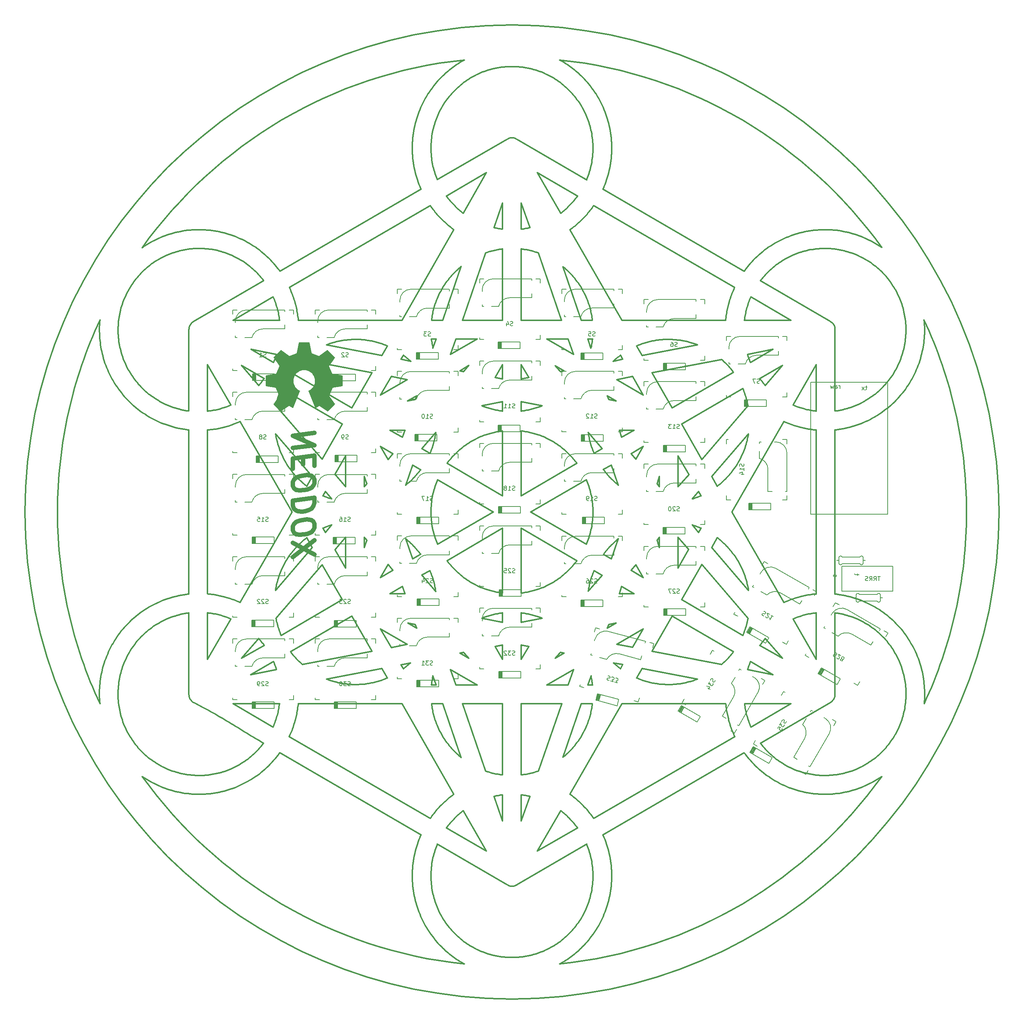
<source format=gbo>
G04 #@! TF.GenerationSoftware,KiCad,Pcbnew,(6.0.11)*
G04 #@! TF.CreationDate,2023-02-13T20:58:38+01:00*
G04 #@! TF.ProjectId,neodox_rounded,6e656f64-6f78-45f7-926f-756e6465642e,1.0*
G04 #@! TF.SameCoordinates,Original*
G04 #@! TF.FileFunction,Legend,Bot*
G04 #@! TF.FilePolarity,Positive*
%FSLAX46Y46*%
G04 Gerber Fmt 4.6, Leading zero omitted, Abs format (unit mm)*
G04 Created by KiCad (PCBNEW (6.0.11)) date 2023-02-13 20:58:38*
%MOMM*%
%LPD*%
G01*
G04 APERTURE LIST*
%ADD10C,0.300000*%
%ADD11C,0.000000*%
%ADD12C,1.000000*%
%ADD13C,0.150000*%
%ADD14C,0.200000*%
G04 APERTURE END LIST*
D10*
X35447250Y-17350300D02*
X34971350Y-17484246D01*
X34498330Y-17628427D01*
X34028370Y-17782797D01*
X33561644Y-17947307D01*
X33098331Y-18121909D01*
X32638609Y-18306556D01*
X32182654Y-18501200D01*
X31730643Y-18705793D01*
X31282755Y-18920289D01*
X30839166Y-19144638D01*
X30400054Y-19378794D01*
X29965596Y-19622708D01*
X29535969Y-19876334D01*
X29111351Y-20139622D01*
X28691918Y-20412527D01*
X28277850Y-20695000D01*
X161079300Y-87717700D02*
X161336371Y-87915267D01*
X161589287Y-88116707D01*
X161838030Y-88321954D01*
X162082582Y-88530943D01*
X162322924Y-88743610D01*
X162559039Y-88959889D01*
X162790910Y-89179716D01*
X163018518Y-89403025D01*
X163241846Y-89629750D01*
X163460876Y-89859828D01*
X163675590Y-90093194D01*
X163885971Y-90329781D01*
X164092000Y-90569525D01*
X164293659Y-90812361D01*
X164490932Y-91058224D01*
X164683800Y-91307050D01*
X183996150Y-105068650D02*
X183996150Y-115811050D01*
X131308800Y-100111900D02*
X131354516Y-99808110D01*
X131405332Y-99504564D01*
X131461264Y-99201319D01*
X131522329Y-98898437D01*
X131588543Y-98595977D01*
X131659921Y-98293998D01*
X131736480Y-97992561D01*
X131818237Y-97691725D01*
X131905207Y-97391549D01*
X131997408Y-97092095D01*
X132094855Y-96793421D01*
X132197564Y-96495587D01*
X132305551Y-96198653D01*
X132418834Y-95902679D01*
X132537428Y-95607725D01*
X132661350Y-95313850D01*
X8687250Y-81778000D02*
X8697533Y-80294519D01*
X8728291Y-78815997D01*
X8779389Y-77342565D01*
X8850688Y-75874358D01*
X8942052Y-74411509D01*
X9053345Y-72954152D01*
X9184430Y-71502422D01*
X9335170Y-70056451D01*
X9505428Y-68616374D01*
X9695067Y-67182324D01*
X9903952Y-65754435D01*
X10131945Y-64332841D01*
X10378909Y-62917675D01*
X10644707Y-61509072D01*
X10929204Y-60107164D01*
X11232262Y-58712087D01*
X11553744Y-57323973D01*
X11893515Y-55942957D01*
X12251436Y-54569171D01*
X12627372Y-53202750D01*
X13021185Y-51843828D01*
X13432739Y-50492539D01*
X13861897Y-49149015D01*
X14308523Y-47813392D01*
X14772479Y-46485802D01*
X15253630Y-45166379D01*
X15751837Y-43855258D01*
X16266966Y-42552571D01*
X16798878Y-41258453D01*
X17347437Y-39973038D01*
X17912506Y-38696459D01*
X18493950Y-37428850D01*
X152077200Y-75962950D02*
X152077200Y-68815000D01*
X135725100Y-54966850D02*
X137747400Y-56142700D01*
X174478350Y-143885200D02*
X174513450Y-143905300D01*
X88280550Y-37464250D02*
X64318650Y-37464250D01*
X190828200Y-142009000D02*
X190383660Y-142123192D01*
X189936570Y-142226498D01*
X189487145Y-142318862D01*
X189035596Y-142400225D01*
X188582139Y-142470531D01*
X188126987Y-142529722D01*
X187670352Y-142577741D01*
X187212450Y-142614531D01*
X186753492Y-142640033D01*
X186293694Y-142654191D01*
X185833268Y-142656948D01*
X185372428Y-142648246D01*
X184911387Y-142628027D01*
X184450360Y-142596235D01*
X183989560Y-142552811D01*
X183529200Y-142497700D01*
X49221150Y-126079000D02*
X59968200Y-126079150D01*
X25170900Y-30375250D02*
X25197450Y-30325900D01*
X107560650Y-21932350D02*
X107917187Y-21812564D01*
X108276982Y-21699810D01*
X108639958Y-21594171D01*
X109006033Y-21495733D01*
X109375129Y-21404581D01*
X109747166Y-21320800D01*
X110122065Y-21244477D01*
X110499747Y-21175696D01*
X110880132Y-21114542D01*
X111263142Y-21061100D01*
X111519900Y-21029800D01*
X88922100Y-62885800D02*
X88349850Y-64550050D01*
X112434150Y-167831650D02*
X112712048Y-167999612D01*
X113014950Y-168124600D01*
X113338776Y-168202562D01*
X113679450Y-168229450D01*
X90251850Y-116623900D02*
X90007390Y-116847301D01*
X89758341Y-117066895D01*
X89504725Y-117282610D01*
X89246567Y-117494373D01*
X88983891Y-117702112D01*
X88716721Y-117905755D01*
X88608600Y-117986050D01*
X96170850Y-41813650D02*
X95435250Y-43951900D01*
X97666950Y-37464250D02*
X95105550Y-37464250D01*
X155357100Y-78772150D02*
X156814500Y-77077750D01*
X147411450Y-121487200D02*
X147100493Y-121443787D01*
X146789736Y-121394933D01*
X146479244Y-121340618D01*
X146169084Y-121280825D01*
X145859321Y-121215537D01*
X145550021Y-121144735D01*
X145241250Y-121068401D01*
X144933075Y-120986518D01*
X144625560Y-120899069D01*
X144318772Y-120806034D01*
X144012777Y-120707397D01*
X143707640Y-120603139D01*
X143403428Y-120493244D01*
X143100207Y-120377692D01*
X142798042Y-120256467D01*
X142497000Y-120129550D01*
X89477250Y-112352200D02*
X85788450Y-113067400D01*
X202192050Y-133228450D02*
X201949853Y-133639031D01*
X201699038Y-134041166D01*
X201439796Y-134434804D01*
X201172314Y-134819893D01*
X200896783Y-135196384D01*
X200613391Y-135564224D01*
X200322327Y-135923363D01*
X200023781Y-136273750D01*
X199717941Y-136615333D01*
X199404998Y-136948063D01*
X199085140Y-137271887D01*
X198758557Y-137586756D01*
X198425436Y-137892617D01*
X198085969Y-138189421D01*
X197740344Y-138477115D01*
X197388750Y-138755650D01*
X96384000Y-173048500D02*
X96218031Y-172630754D01*
X96061766Y-172207972D01*
X95915344Y-171780294D01*
X95778904Y-171347858D01*
X95652584Y-170910803D01*
X95536521Y-170469269D01*
X95430855Y-170023394D01*
X95335725Y-169573318D01*
X95251267Y-169119180D01*
X95177622Y-168661118D01*
X95114926Y-168199272D01*
X95063320Y-167733782D01*
X95022940Y-167264785D01*
X94993927Y-166792421D01*
X94976417Y-166316830D01*
X94970550Y-165838150D01*
X69841800Y-69626050D02*
X59163000Y-57209350D01*
X134688000Y-156340600D02*
X167308050Y-137375200D01*
X187682700Y-38101300D02*
X187445066Y-37894361D01*
X187179298Y-37723605D01*
X187048200Y-37658050D01*
X167013000Y-110285650D02*
X152858850Y-102056050D01*
X197374650Y-24798700D02*
X197726270Y-25077234D01*
X198071918Y-25364928D01*
X198411405Y-25661732D01*
X198744541Y-25967593D01*
X199071137Y-26282462D01*
X199391004Y-26606286D01*
X199703952Y-26939016D01*
X200009793Y-27280600D01*
X200308338Y-27630986D01*
X200599396Y-27990125D01*
X200882780Y-28357965D01*
X201158299Y-28734456D01*
X201425765Y-29119545D01*
X201684988Y-29513183D01*
X201935779Y-29915318D01*
X202177950Y-30325900D01*
X197489400Y-59818150D02*
X197524200Y-59796850D01*
X88273050Y-126079150D02*
X100262400Y-146991400D01*
X126908700Y-11040550D02*
X126674352Y-11272481D01*
X126435979Y-11500243D01*
X126193648Y-11723787D01*
X125947425Y-11943062D01*
X125697376Y-12158020D01*
X125443570Y-12368612D01*
X125186072Y-12574788D01*
X124924950Y-12776500D01*
X29938800Y-59848750D02*
X29936100Y-59853700D01*
X114928650Y4272200D02*
X114650184Y4441240D01*
X114346350Y4567137D01*
X114021365Y4645728D01*
X113679450Y4672850D01*
X139292700Y-46515700D02*
X137090850Y-46942450D01*
X94970550Y-81780550D02*
X94976417Y-81301843D01*
X94993927Y-80826229D01*
X95022940Y-80353847D01*
X95063320Y-79884835D01*
X95114926Y-79419335D01*
X95177622Y-78957483D01*
X95251267Y-78499421D01*
X95335725Y-78045287D01*
X95430855Y-77595221D01*
X95536521Y-77149361D01*
X95652584Y-76707848D01*
X95778904Y-76270820D01*
X95915344Y-75838417D01*
X96061766Y-75410778D01*
X96218031Y-74988042D01*
X96384000Y-74570350D01*
X128703750Y-93012850D02*
X128496121Y-93288139D01*
X128283569Y-93559562D01*
X128066162Y-93827047D01*
X127843968Y-94090525D01*
X127617057Y-94349924D01*
X127385496Y-94605175D01*
X127149354Y-94856207D01*
X126908700Y-95102950D01*
X85786050Y-50493100D02*
X89484300Y-51210250D01*
X138264300Y-87979300D02*
X136661700Y-92638900D01*
X131201250Y-41813650D02*
X132277800Y-41813650D01*
X70833600Y-120386950D02*
X83592000Y-117914500D01*
X168307800Y-63713650D02*
X168257129Y-64017203D01*
X168201598Y-64319893D01*
X168141223Y-64621648D01*
X168076022Y-64922396D01*
X168006011Y-65222064D01*
X167931208Y-65520581D01*
X167899950Y-65639650D01*
X143768100Y-117912850D02*
X156541050Y-120388300D01*
X164669850Y-72247000D02*
X164477750Y-72494868D01*
X164281207Y-72739831D01*
X164080239Y-72981823D01*
X163874864Y-73220778D01*
X163665099Y-73456632D01*
X163450963Y-73689319D01*
X163232474Y-73918774D01*
X163009650Y-74144931D01*
X162782508Y-74367725D01*
X162551067Y-74587092D01*
X162315345Y-74802965D01*
X162075360Y-75015280D01*
X161831130Y-75223971D01*
X161582673Y-75428973D01*
X161330007Y-75630221D01*
X161073150Y-75827650D01*
X92398950Y-156974950D02*
X92193783Y-157491157D01*
X92000612Y-158013211D01*
X91819606Y-158540939D01*
X91650937Y-159074164D01*
X91494777Y-159612714D01*
X91351297Y-160156412D01*
X91220668Y-160705084D01*
X91103062Y-161258556D01*
X90998650Y-161816652D01*
X90907604Y-162379199D01*
X90830094Y-162946021D01*
X90766293Y-163516944D01*
X90716372Y-164091793D01*
X90680501Y-164670393D01*
X90658854Y-165252570D01*
X90651600Y-165838150D01*
X111519900Y-16435750D02*
X111209858Y-16397380D01*
X110901468Y-16354013D01*
X110594779Y-16305683D01*
X110289838Y-16252424D01*
X109986693Y-16194271D01*
X109685393Y-16131258D01*
X109565400Y-16104700D01*
X137748750Y-107418100D02*
X135724950Y-108595000D01*
X60356100Y-110281750D02*
X60205219Y-109921401D01*
X60062297Y-109559302D01*
X59927303Y-109195563D01*
X59800208Y-108830291D01*
X59680980Y-108463597D01*
X59569590Y-108095589D01*
X59466006Y-107726376D01*
X59370199Y-107356067D01*
X59282137Y-106984772D01*
X59201792Y-106612599D01*
X59152500Y-106364050D01*
X197524200Y-59796850D02*
X198022629Y-59497230D01*
X198510833Y-59187071D01*
X198988750Y-58866604D01*
X199456317Y-58536060D01*
X199913472Y-58195671D01*
X200360154Y-57845670D01*
X200796300Y-57486287D01*
X201221850Y-57117756D01*
X201636739Y-56740307D01*
X202040908Y-56354172D01*
X202434293Y-55959584D01*
X202816832Y-55556774D01*
X203188465Y-55145973D01*
X203549128Y-54727415D01*
X203898760Y-54301329D01*
X204237300Y-53867950D01*
X79600950Y-73577800D02*
X80187150Y-75281950D01*
X183996150Y-58487200D02*
X183633060Y-58444285D01*
X183270956Y-58394307D01*
X182909948Y-58337291D01*
X182550150Y-58273262D01*
X182191673Y-58202243D01*
X181834631Y-58124260D01*
X181479135Y-58039338D01*
X181125300Y-57947500D01*
X182973750Y-146798050D02*
X183541446Y-146866143D01*
X184109404Y-146919890D01*
X184677363Y-146959362D01*
X185245061Y-146984628D01*
X185812236Y-146995761D01*
X186378626Y-146992832D01*
X186943970Y-146975910D01*
X187508006Y-146945068D01*
X188070472Y-146900376D01*
X188631106Y-146841905D01*
X189189648Y-146769727D01*
X189745835Y-146683911D01*
X190299405Y-146584530D01*
X190850097Y-146471653D01*
X191397649Y-146345353D01*
X191941800Y-146205700D01*
X65278350Y-117042100D02*
X64995334Y-116790240D01*
X64716822Y-116531991D01*
X64442927Y-116267383D01*
X64173762Y-115996451D01*
X63909442Y-115719226D01*
X63650078Y-115435741D01*
X63395786Y-115146028D01*
X63146678Y-114850121D01*
X62902868Y-114548052D01*
X62664470Y-114239854D01*
X62508600Y-114031000D01*
X139086000Y-126079300D02*
X163068900Y-126079300D01*
X176471550Y-60869800D02*
X176794749Y-61014032D01*
X177119934Y-61153182D01*
X177447040Y-61287234D01*
X177776003Y-61416175D01*
X178106760Y-61539993D01*
X178439246Y-61658673D01*
X178773399Y-61772204D01*
X179109154Y-61880570D01*
X179446448Y-61983759D01*
X179785216Y-62081757D01*
X180011850Y-62144200D01*
X129711450Y-126079150D02*
X132254850Y-126079300D01*
X92670600Y-7215250D02*
X60071850Y-26168050D01*
X168870000Y-32090050D02*
X178113750Y-37464250D01*
X130975050Y-32536900D02*
X131091878Y-32827926D01*
X131204002Y-33121429D01*
X131311373Y-33417363D01*
X131413945Y-33715679D01*
X131511670Y-34016332D01*
X131604503Y-34319274D01*
X131692395Y-34624458D01*
X131775300Y-34931837D01*
X131853170Y-35241364D01*
X131925959Y-35552992D01*
X131993619Y-35866674D01*
X132056104Y-36182364D01*
X132113367Y-36500013D01*
X132165360Y-36819575D01*
X132212036Y-37141003D01*
X132253350Y-37464250D01*
X202234650Y-133161850D02*
X202193850Y-133229350D01*
X126650700Y-121746550D02*
X121722150Y-121746550D01*
X132254850Y-126079300D02*
X132213660Y-126403415D01*
X132167072Y-126725704D01*
X132115135Y-127046121D01*
X132057897Y-127364619D01*
X131995406Y-127681151D01*
X131927709Y-127995669D01*
X131854856Y-128308128D01*
X131776893Y-128618481D01*
X131693870Y-128926680D01*
X131605834Y-129232679D01*
X131512834Y-129536431D01*
X131414917Y-129837889D01*
X131312133Y-130137007D01*
X131204528Y-130433738D01*
X131092150Y-130728034D01*
X130975050Y-131019850D01*
X65284950Y-46520050D02*
X81308250Y-49625650D01*
X218687250Y-81778000D02*
X218676987Y-83260036D01*
X218646290Y-84737125D01*
X218595294Y-86209134D01*
X218524136Y-87675929D01*
X218432953Y-89137377D01*
X218321879Y-90593344D01*
X218191053Y-92043697D01*
X218040609Y-93488303D01*
X217870684Y-94927028D01*
X217681415Y-96359738D01*
X217472937Y-97786302D01*
X217245386Y-99206584D01*
X216998900Y-100620452D01*
X216733614Y-102027772D01*
X216449664Y-103428412D01*
X216147187Y-104822237D01*
X215826319Y-106209114D01*
X215487196Y-107588911D01*
X215129954Y-108961492D01*
X214754730Y-110326726D01*
X214361660Y-111684479D01*
X213950879Y-113034617D01*
X213522525Y-114377007D01*
X213076734Y-115711515D01*
X212613641Y-117038009D01*
X212133383Y-118356355D01*
X211636097Y-119666419D01*
X211121917Y-120968068D01*
X210590982Y-122261169D01*
X210043426Y-123545589D01*
X209479387Y-124821193D01*
X208899000Y-126087850D01*
X167899950Y-65639650D02*
X167776024Y-66083655D01*
X167641438Y-66524526D01*
X167496246Y-66962049D01*
X167340508Y-67396007D01*
X167174280Y-67826184D01*
X166997620Y-68252366D01*
X166810584Y-68674337D01*
X166613231Y-69091881D01*
X166405617Y-69504782D01*
X166187801Y-69912826D01*
X165959838Y-70315796D01*
X165721788Y-70713477D01*
X165473706Y-71105653D01*
X165215651Y-71492110D01*
X164947680Y-71872630D01*
X164669850Y-72247000D01*
X92398950Y-6581350D02*
X92515635Y-6859904D01*
X92635690Y-7136541D01*
X92670600Y-7215250D01*
X167406450Y-126079300D02*
X178135650Y-126079300D01*
X164683800Y-91307050D02*
X164961631Y-91681440D01*
X165229607Y-92061971D01*
X165487669Y-92448428D01*
X165735759Y-92840598D01*
X165973819Y-93238268D01*
X166201790Y-93641226D01*
X166419616Y-94049257D01*
X166627237Y-94462150D01*
X166824596Y-94879689D01*
X167011635Y-95301664D01*
X167188296Y-95727860D01*
X167354521Y-96158064D01*
X167510252Y-96592063D01*
X167655431Y-97029644D01*
X167789999Y-97470594D01*
X167913900Y-97914700D01*
X62240550Y-133648450D02*
X62399592Y-133298745D01*
X62552790Y-132946625D01*
X62700118Y-132592172D01*
X62841553Y-132235471D01*
X62977071Y-131876606D01*
X63106648Y-131515661D01*
X63230262Y-131152718D01*
X63347887Y-130787863D01*
X63459501Y-130421178D01*
X63565079Y-130052748D01*
X63632100Y-129806200D01*
X126650550Y-41813650D02*
X127882650Y-45396700D01*
X74501100Y-61499050D02*
X69841800Y-69626050D01*
X100450050Y-68458000D02*
X100778425Y-68135246D01*
X101114323Y-67820660D01*
X101457589Y-67514401D01*
X101808065Y-67216628D01*
X102165598Y-66927499D01*
X102530030Y-66647175D01*
X102901208Y-66375814D01*
X103278975Y-66113575D01*
X103663175Y-65860617D01*
X104053653Y-65617099D01*
X104450254Y-65383181D01*
X104852821Y-65159021D01*
X105261200Y-64944779D01*
X105675235Y-64740614D01*
X106094770Y-64546684D01*
X106519650Y-64363150D01*
X51202650Y-47953000D02*
X56426700Y-50990500D01*
X132567150Y-152572900D02*
X132346078Y-152259216D01*
X132120052Y-151949500D01*
X131889128Y-151643810D01*
X131653368Y-151342206D01*
X131412830Y-151044746D01*
X131167574Y-150751491D01*
X130917658Y-150462499D01*
X130663143Y-150177831D01*
X130404088Y-149897544D01*
X130140551Y-149621699D01*
X129962400Y-149440300D01*
X124689450Y22649450D02*
X127550441Y22311858D01*
X130387420Y21898117D01*
X133199330Y21409283D01*
X135985116Y20846410D01*
X138743722Y20210554D01*
X141474090Y19502770D01*
X144175166Y18724113D01*
X146845893Y17875639D01*
X149485215Y16958401D01*
X152092076Y15973457D01*
X154665419Y14921860D01*
X157204189Y13804666D01*
X159707329Y12622930D01*
X162173784Y11377708D01*
X164602497Y10070054D01*
X166992412Y8701025D01*
X169342473Y7271673D01*
X171651624Y5783056D01*
X173918809Y4236229D01*
X176142971Y2632245D01*
X178323055Y972162D01*
X180458004Y-742966D01*
X182546763Y-2512085D01*
X184588275Y-4334139D01*
X186581483Y-6208072D01*
X188525333Y-8132830D01*
X190418768Y-10107357D01*
X192260731Y-12130598D01*
X194050167Y-14201498D01*
X195786020Y-16319002D01*
X197467232Y-18482054D01*
X199092750Y-20689600D01*
X43367100Y-100704100D02*
X43367100Y-62851600D01*
X111519900Y-147121600D02*
X111519900Y-153138250D01*
X59163000Y-57209350D02*
X59238065Y-56835590D01*
X59320859Y-56462628D01*
X59411412Y-56090578D01*
X59509754Y-55719559D01*
X59615918Y-55349685D01*
X59729934Y-54981073D01*
X59851834Y-54613841D01*
X59981648Y-54248103D01*
X60119408Y-53883978D01*
X60265145Y-53521580D01*
X60366750Y-53281000D01*
X111519900Y-115812100D02*
X109811850Y-112832800D01*
X62705400Y-72247600D02*
X62427487Y-71873207D01*
X62159437Y-71492674D01*
X61901308Y-71106214D01*
X61653159Y-70714044D01*
X61415046Y-70316378D01*
X61187029Y-69913431D01*
X60969165Y-69505419D01*
X60761512Y-69092556D01*
X60564128Y-68675058D01*
X60377071Y-68253139D01*
X60200400Y-67827015D01*
X60034171Y-67396902D01*
X59878444Y-66963013D01*
X59733276Y-66525565D01*
X59598725Y-66084772D01*
X59474850Y-65640850D01*
X111519900Y-78021400D02*
X98658450Y-70543750D01*
X92573850Y-72006400D02*
X92382573Y-72261512D01*
X92187572Y-72512600D01*
X91988908Y-72759647D01*
X91786642Y-73002639D01*
X91580838Y-73241557D01*
X91371556Y-73476386D01*
X91158858Y-73707110D01*
X90942806Y-73933712D01*
X90723461Y-74156176D01*
X90500886Y-74374486D01*
X90275142Y-74588626D01*
X90046291Y-74798579D01*
X89814394Y-75004329D01*
X89579514Y-75205860D01*
X89341712Y-75403156D01*
X89101050Y-75596200D01*
X115839000Y-58463500D02*
X115839000Y-56318050D01*
X56421750Y-112569100D02*
X51210300Y-115599250D01*
X60071850Y-26168050D02*
X59886666Y-25913481D01*
X59697725Y-25661088D01*
X59672250Y-25627600D01*
X204043650Y-44625100D02*
X203919774Y-45069075D01*
X203785223Y-45509913D01*
X203640054Y-45947400D01*
X203484325Y-46381321D01*
X203318095Y-46811459D01*
X203141420Y-47237600D01*
X202954358Y-47659529D01*
X202756968Y-48077031D01*
X202549307Y-48489890D01*
X202331433Y-48897892D01*
X202103404Y-49300821D01*
X201865277Y-49698463D01*
X201617110Y-50090601D01*
X201358962Y-50477022D01*
X201090889Y-50857510D01*
X200812950Y-51231850D01*
X163742850Y-129807700D02*
X163844126Y-130176323D01*
X163951430Y-130543266D01*
X164064737Y-130908447D01*
X164184025Y-131271782D01*
X164309269Y-131633191D01*
X164440446Y-131992590D01*
X164577532Y-132349898D01*
X164720503Y-132705032D01*
X164869335Y-133057909D01*
X165024005Y-133408447D01*
X165130350Y-133640800D01*
X111519900Y-105092200D02*
X111519900Y-107241250D01*
X170950350Y-112574800D02*
X171139660Y-112321766D01*
X171332644Y-112072716D01*
X171529240Y-111827657D01*
X171729386Y-111586595D01*
X171933020Y-111349538D01*
X172140080Y-111116493D01*
X172223850Y-111024400D01*
X119814750Y-21938050D02*
X125154450Y-37464250D01*
X88614300Y-45560500D02*
X88887333Y-45765362D01*
X89155731Y-45974478D01*
X89419474Y-46187771D01*
X89678541Y-46405166D01*
X89932911Y-46626588D01*
X90182564Y-46851961D01*
X90281100Y-46943200D01*
X95105550Y-37464250D02*
X95146838Y-37141003D01*
X95193496Y-36819575D01*
X95245478Y-36500013D01*
X95302734Y-36182364D01*
X95365218Y-35866674D01*
X95432882Y-35552992D01*
X95505679Y-35241364D01*
X95583562Y-34931837D01*
X95666482Y-34624458D01*
X95754393Y-34319274D01*
X95847247Y-34016332D01*
X95944996Y-33715679D01*
X96047594Y-33417363D01*
X96154992Y-33121429D01*
X96267143Y-32827926D01*
X96384000Y-32536900D01*
X102434250Y-150779650D02*
X107798250Y-160135600D01*
X134800200Y-71999950D02*
X136660350Y-70918450D01*
X52903950Y-143881900D02*
X52905150Y-143883700D01*
X117808800Y-147454900D02*
X115839000Y-153182800D01*
X190814250Y-21545350D02*
X191255110Y-21670131D01*
X191692851Y-21805654D01*
X192127260Y-21951862D01*
X192558124Y-22108698D01*
X192985230Y-22276103D01*
X193408367Y-22454021D01*
X193827321Y-22642393D01*
X194241881Y-22841162D01*
X194651833Y-23050271D01*
X195056966Y-23269661D01*
X195457066Y-23499276D01*
X195851922Y-23739057D01*
X196241321Y-23988948D01*
X196625050Y-24248890D01*
X197002897Y-24518827D01*
X197374650Y-24798700D01*
X100450200Y15604250D02*
X100778549Y15927028D01*
X101114424Y16241632D01*
X101457669Y16547904D01*
X101808128Y16845685D01*
X102165646Y17134816D01*
X102530067Y17415140D01*
X102901235Y17686498D01*
X103278993Y17948731D01*
X103663187Y18201681D01*
X104053661Y18445189D01*
X104450258Y18679098D01*
X104852824Y18903249D01*
X105261201Y19117483D01*
X105675235Y19321641D01*
X106094770Y19515566D01*
X106519650Y19699100D01*
X30024150Y-24780850D02*
X30394566Y-24502824D01*
X30771051Y-24234659D01*
X31153392Y-23976410D01*
X31541378Y-23728133D01*
X31934799Y-23489884D01*
X32333443Y-23261717D01*
X32737099Y-23043689D01*
X33145556Y-22835856D01*
X33558602Y-22638272D01*
X33976027Y-22450994D01*
X34397619Y-22274076D01*
X34823167Y-22107575D01*
X35252461Y-21951547D01*
X35685288Y-21806046D01*
X36121438Y-21671128D01*
X36560700Y-21546850D01*
X115839000Y-63063400D02*
X116167205Y-63104042D01*
X116493550Y-63150336D01*
X116817985Y-63202230D01*
X117140460Y-63259672D01*
X117460927Y-63322612D01*
X117779334Y-63390999D01*
X118095634Y-63464780D01*
X118409775Y-63543906D01*
X118721708Y-63628324D01*
X119031383Y-63717984D01*
X119338752Y-63812834D01*
X119643764Y-63912824D01*
X119946369Y-64017901D01*
X120246518Y-64128015D01*
X120544161Y-64243115D01*
X120839250Y-64363150D01*
X115839000Y-153182800D02*
X115839000Y-147120550D01*
X144032550Y-96924400D02*
X141174900Y-95263150D01*
X139020750Y-99011200D02*
X141881250Y-100674400D01*
X84870150Y-43412650D02*
X83589750Y-45646450D01*
X188994300Y-100817950D02*
X188676039Y-100777961D01*
X188357568Y-100742546D01*
X188315100Y-100738150D01*
X143770500Y-45647950D02*
X142491450Y-43417000D01*
X138448650Y-62885800D02*
X141875100Y-62885800D01*
X47349150Y-101408650D02*
X46982390Y-101312994D01*
X46614037Y-101223398D01*
X46244171Y-101139883D01*
X45872874Y-101062472D01*
X45500231Y-100991189D01*
X45126321Y-100926056D01*
X44751229Y-100867096D01*
X44375036Y-100814333D01*
X43997825Y-100767789D01*
X43619677Y-100727488D01*
X43367100Y-100704100D01*
X32028150Y-107483800D02*
X32441520Y-107250348D01*
X32858230Y-107028535D01*
X33278090Y-106818309D01*
X33700910Y-106619619D01*
X34126498Y-106432414D01*
X34554667Y-106256642D01*
X34985224Y-106092252D01*
X35417981Y-105939193D01*
X35852747Y-105797415D01*
X36289332Y-105666864D01*
X36727546Y-105547492D01*
X37167199Y-105439246D01*
X37608101Y-105342074D01*
X38050062Y-105255927D01*
X38492891Y-105180753D01*
X38936400Y-105116500D01*
X130975050Y9492200D02*
X131140966Y9074454D01*
X131297184Y8651672D01*
X131443565Y8223994D01*
X131579971Y7791558D01*
X131706263Y7354503D01*
X131822301Y6912969D01*
X131927947Y6467094D01*
X132023062Y6017018D01*
X132107507Y5562880D01*
X132181143Y5104818D01*
X132243832Y4642972D01*
X132295434Y4177482D01*
X132335811Y3708485D01*
X132364823Y3236121D01*
X132382332Y2760530D01*
X132388200Y2281850D01*
X72828600Y-90462100D02*
X75281850Y-87609250D01*
X95081100Y-41813650D02*
X96170850Y-41813650D01*
X96384000Y-4928350D02*
X96218031Y-4510627D01*
X96061766Y-4087860D01*
X95915344Y-3660188D01*
X95778904Y-3227753D01*
X95652584Y-2790694D01*
X95536521Y-2349153D01*
X95430855Y-1903271D01*
X95335725Y-1453187D01*
X95251267Y-999043D01*
X95177622Y-540978D01*
X95114926Y-79135D01*
X95063320Y386346D01*
X95022940Y855327D01*
X94993927Y1327664D01*
X94976417Y1803219D01*
X94970550Y2281850D01*
X154536000Y-73103800D02*
X152077200Y-75962950D01*
X109564800Y-147454900D02*
X109865698Y-147389522D01*
X110168330Y-147328990D01*
X110472672Y-147273358D01*
X110778699Y-147222681D01*
X111086389Y-147177013D01*
X111395716Y-147136410D01*
X111519900Y-147121600D01*
X39048150Y-123889600D02*
X39066803Y-124202215D01*
X39120150Y-124472050D01*
X135724950Y-108595000D02*
X136013850Y-107754400D01*
X124690050Y-186205300D02*
X125053343Y-186001687D01*
X125412487Y-185791793D01*
X125767405Y-185575692D01*
X126118021Y-185353459D01*
X126464261Y-185125168D01*
X126806048Y-184890895D01*
X127143307Y-184650714D01*
X127475962Y-184404700D01*
X127803938Y-184152926D01*
X128127159Y-183895469D01*
X128445549Y-183632403D01*
X128759034Y-183363803D01*
X129067537Y-183089742D01*
X129370982Y-182810297D01*
X129669295Y-182525541D01*
X129962400Y-182235550D01*
X26562000Y-51233350D02*
X26284060Y-50859010D01*
X26015987Y-50478522D01*
X25757839Y-50092101D01*
X25509672Y-49699963D01*
X25271545Y-49302321D01*
X25043516Y-48899392D01*
X24825642Y-48491390D01*
X24617981Y-48078531D01*
X24420591Y-47661029D01*
X24233529Y-47239100D01*
X24056854Y-46812959D01*
X23890624Y-46382821D01*
X23734895Y-45948900D01*
X23589726Y-45511413D01*
X23455175Y-45070575D01*
X23331300Y-44626600D01*
X136013850Y-107754400D02*
X137748750Y-107418100D01*
X181139400Y-105606850D02*
X181491528Y-105515433D01*
X181845283Y-105430871D01*
X182200560Y-105353187D01*
X182557256Y-105282400D01*
X182915266Y-105218531D01*
X183274488Y-105161603D01*
X183634817Y-105111635D01*
X183996150Y-105068650D01*
X127096650Y-16564900D02*
X127382468Y-16355082D01*
X127664877Y-16141041D01*
X127943828Y-15922821D01*
X128219272Y-15700470D01*
X128491162Y-15474034D01*
X128759448Y-15243560D01*
X129024084Y-15009095D01*
X129285021Y-14770686D01*
X129542210Y-14528379D01*
X129795603Y-14282221D01*
X129962400Y-14116000D01*
X157354650Y-78020200D02*
X157045908Y-78153810D01*
X156735811Y-78281420D01*
X156424430Y-78403051D01*
X156111837Y-78518724D01*
X155798103Y-78628458D01*
X155483303Y-78732275D01*
X155357100Y-78772150D01*
X106519650Y-64363150D02*
X106814711Y-64243115D01*
X107112332Y-64128015D01*
X107412462Y-64017901D01*
X107715051Y-63912824D01*
X108020051Y-63812834D01*
X108327410Y-63717984D01*
X108637081Y-63628324D01*
X108949012Y-63543906D01*
X109263155Y-63464780D01*
X109579459Y-63390999D01*
X109897875Y-63322612D01*
X110218354Y-63259672D01*
X110540846Y-63202230D01*
X110865300Y-63150336D01*
X111191668Y-63104042D01*
X111519900Y-63063400D01*
X89101050Y-75596200D02*
X90708750Y-70922350D01*
X208881450Y-37430800D02*
X209462758Y-38698432D01*
X210027705Y-39975024D01*
X210576153Y-41260442D01*
X211107964Y-42554554D01*
X211623002Y-43857226D01*
X212121129Y-45168325D01*
X212602208Y-46487717D01*
X213066103Y-47815269D01*
X213512674Y-49150848D01*
X213941787Y-50494321D01*
X214353302Y-51845553D01*
X214747083Y-53204413D01*
X215122994Y-54570766D01*
X215480895Y-55944480D01*
X215820651Y-57325421D01*
X216142125Y-58713456D01*
X216445178Y-60108451D01*
X216729673Y-61510273D01*
X216995474Y-62918790D01*
X217242444Y-64333866D01*
X217470444Y-65755371D01*
X217679338Y-67183169D01*
X217868989Y-68617128D01*
X218039259Y-70057114D01*
X218190011Y-71502995D01*
X218321108Y-72954636D01*
X218432413Y-74411906D01*
X218523788Y-75874669D01*
X218595097Y-77342793D01*
X218646201Y-78816145D01*
X218676965Y-80294592D01*
X218687250Y-81778000D01*
X66291150Y-75819100D02*
X66035102Y-75622023D01*
X65783235Y-75421155D01*
X65535563Y-75216561D01*
X65292105Y-75008307D01*
X65052877Y-74796459D01*
X64817896Y-74581081D01*
X64587179Y-74362239D01*
X64360743Y-74140000D01*
X64138605Y-73914427D01*
X63920782Y-73685587D01*
X63707290Y-73453545D01*
X63498147Y-73218367D01*
X63293370Y-72980118D01*
X63092975Y-72738863D01*
X62896979Y-72494668D01*
X62705400Y-72247600D01*
X43367100Y-62851600D02*
X43747206Y-62815541D01*
X44126410Y-62773190D01*
X44504631Y-62724569D01*
X44881789Y-62669698D01*
X45257804Y-62608597D01*
X45632596Y-62541288D01*
X46006085Y-62467791D01*
X46378190Y-62388128D01*
X46748832Y-62302318D01*
X47117931Y-62210382D01*
X47363100Y-62145700D01*
X174446550Y-19676350D02*
X173945947Y-19976239D01*
X173455559Y-20286869D01*
X172975449Y-20608004D01*
X172505681Y-20939410D01*
X172046319Y-21280852D01*
X171597427Y-21632093D01*
X171159070Y-21992900D01*
X170731312Y-22363037D01*
X170314217Y-22742269D01*
X169907848Y-23130360D01*
X169512271Y-23527076D01*
X169127550Y-23932182D01*
X168753747Y-24345443D01*
X168390929Y-24766622D01*
X168039158Y-25195486D01*
X167698500Y-25631800D01*
X188423400Y-58436500D02*
X188315100Y-58450300D01*
X62874750Y-81778300D02*
X50889600Y-102683200D01*
X96501750Y-74290300D02*
X109380900Y-81778300D01*
X130932000Y-5032000D02*
X114928650Y4272200D01*
X28277850Y-20695000D02*
X29903140Y-18487802D01*
X31584094Y-16325063D01*
X33319659Y-14207839D01*
X35108779Y-12137185D01*
X36950399Y-10114157D01*
X38843465Y-8139811D01*
X40786922Y-6215203D01*
X42779716Y-4341388D01*
X44820791Y-2519422D01*
X46909093Y-750361D01*
X49043567Y964739D01*
X51223159Y2624823D01*
X53446813Y4228835D01*
X55713476Y5775719D01*
X58022091Y7264420D01*
X60371606Y8693881D01*
X62760964Y10063047D01*
X65189111Y11370862D01*
X67654993Y12616270D01*
X70157555Y13798216D01*
X72695742Y14915643D01*
X75268499Y15967497D01*
X77874771Y16952721D01*
X80513505Y17870260D01*
X83183645Y18719057D01*
X85884136Y19498057D01*
X88613924Y20206205D01*
X91371954Y20842444D01*
X94157171Y21405718D01*
X96968521Y21894973D01*
X99804949Y22309152D01*
X102665400Y22647200D01*
X46235550Y-105605350D02*
X46552259Y-105693706D01*
X46867385Y-105787639D01*
X47180847Y-105887117D01*
X47492568Y-105992106D01*
X47802468Y-106102572D01*
X48110467Y-106218482D01*
X48416488Y-106339802D01*
X48720450Y-106466500D01*
X200812950Y-51231850D02*
X200536384Y-51585926D01*
X200250715Y-51933989D01*
X199955993Y-52275850D01*
X199652271Y-52611317D01*
X199339598Y-52940201D01*
X199018027Y-53262310D01*
X198687608Y-53577454D01*
X198348393Y-53885443D01*
X198000433Y-54186086D01*
X197643779Y-54479193D01*
X197278482Y-54764572D01*
X196904594Y-55042035D01*
X196522165Y-55311389D01*
X196131248Y-55572445D01*
X195731892Y-55825012D01*
X195324150Y-56068900D01*
X113679450Y-184678600D02*
X113204083Y-184672694D01*
X112731792Y-184655068D01*
X112262715Y-184625861D01*
X111796989Y-184585213D01*
X111334752Y-184533260D01*
X110876140Y-184470143D01*
X110421292Y-184396000D01*
X109970343Y-184310968D01*
X109523433Y-184215188D01*
X109080697Y-184108797D01*
X108642274Y-183991935D01*
X108208300Y-183864739D01*
X107778914Y-183727349D01*
X107354252Y-183579904D01*
X106934451Y-183422541D01*
X106519650Y-183255400D01*
D11*
G36*
X66804282Y-42612056D02*
G01*
X66809307Y-42612430D01*
X66814308Y-42613046D01*
X66819277Y-42613898D01*
X66824207Y-42614979D01*
X66829090Y-42616284D01*
X66833919Y-42617806D01*
X66838686Y-42619539D01*
X66843384Y-42621477D01*
X66848005Y-42623613D01*
X66856988Y-42628457D01*
X66865574Y-42634021D01*
X66873704Y-42640257D01*
X66881318Y-42647114D01*
X66888355Y-42654544D01*
X66894756Y-42662496D01*
X66897700Y-42666653D01*
X66900462Y-42670922D01*
X66903035Y-42675297D01*
X66905412Y-42679771D01*
X66907584Y-42684340D01*
X66909546Y-42688996D01*
X66911288Y-42693733D01*
X66912804Y-42698545D01*
X66914087Y-42703427D01*
X66915127Y-42708371D01*
X67333699Y-44957726D01*
X67336040Y-44967711D01*
X67339255Y-44977730D01*
X67343289Y-44987718D01*
X67348085Y-44997610D01*
X67353589Y-45007339D01*
X67359744Y-45016841D01*
X67366494Y-45026050D01*
X67373783Y-45034901D01*
X67381556Y-45043329D01*
X67389757Y-45051269D01*
X67398330Y-45058655D01*
X67407220Y-45065421D01*
X67416369Y-45071504D01*
X67425724Y-45076836D01*
X67435227Y-45081353D01*
X67444823Y-45084990D01*
X68952551Y-45702131D01*
X68961941Y-45706254D01*
X68971894Y-45709698D01*
X68982324Y-45712469D01*
X68993142Y-45714573D01*
X69004262Y-45716015D01*
X69015596Y-45716802D01*
X69027057Y-45716940D01*
X69038558Y-45716435D01*
X69050010Y-45715293D01*
X69061326Y-45713519D01*
X69072420Y-45711121D01*
X69083204Y-45708103D01*
X69093590Y-45704472D01*
X69103491Y-45700234D01*
X69112819Y-45695395D01*
X69121488Y-45689960D01*
X71000558Y-44400381D01*
X71004803Y-44397624D01*
X71009174Y-44395081D01*
X71013661Y-44392752D01*
X71018253Y-44390636D01*
X71022942Y-44388732D01*
X71027717Y-44387039D01*
X71037490Y-44384283D01*
X71047495Y-44382361D01*
X71057655Y-44381266D01*
X71067892Y-44380991D01*
X71078131Y-44381530D01*
X71088293Y-44382874D01*
X71098303Y-44385018D01*
X71108083Y-44387954D01*
X71117556Y-44391675D01*
X71126645Y-44396174D01*
X71131022Y-44398713D01*
X71135274Y-44401445D01*
X71139392Y-44404367D01*
X71143365Y-44407480D01*
X71147185Y-44410781D01*
X71150842Y-44414272D01*
X72733580Y-45996877D01*
X72737059Y-46000545D01*
X72740351Y-46004376D01*
X72743454Y-46008361D01*
X72746369Y-46012488D01*
X72749094Y-46016749D01*
X72751629Y-46021134D01*
X72753971Y-46025633D01*
X72756121Y-46030237D01*
X72758078Y-46034936D01*
X72759840Y-46039721D01*
X72762776Y-46049508D01*
X72764923Y-46059523D01*
X72766273Y-46069687D01*
X72766818Y-46079924D01*
X72766551Y-46090156D01*
X72765464Y-46100308D01*
X72764611Y-46105330D01*
X72763550Y-46110302D01*
X72762281Y-46115216D01*
X72760802Y-46120061D01*
X72759112Y-46124829D01*
X72757211Y-46129509D01*
X72755097Y-46134091D01*
X72752769Y-46138567D01*
X72750228Y-46142927D01*
X72747471Y-46147160D01*
X71480249Y-47993951D01*
X71474845Y-48002681D01*
X71470049Y-48012045D01*
X71465865Y-48021958D01*
X71462300Y-48032335D01*
X71459359Y-48043091D01*
X71457048Y-48054141D01*
X71455372Y-48065400D01*
X71454336Y-48076783D01*
X71453947Y-48088204D01*
X71454210Y-48099580D01*
X71455131Y-48110823D01*
X71456715Y-48121851D01*
X71458968Y-48132577D01*
X71461896Y-48142916D01*
X71465504Y-48152783D01*
X71469798Y-48162094D01*
X72136548Y-49717315D01*
X72138326Y-49722097D01*
X72140331Y-49726865D01*
X72144987Y-49736327D01*
X72150452Y-49745646D01*
X72156660Y-49754764D01*
X72163546Y-49763626D01*
X72171043Y-49772175D01*
X72179087Y-49780354D01*
X72187612Y-49788108D01*
X72196553Y-49795379D01*
X72205843Y-49802112D01*
X72215418Y-49808250D01*
X72225212Y-49813737D01*
X72235159Y-49818516D01*
X72245195Y-49822531D01*
X72255253Y-49825726D01*
X72260270Y-49826997D01*
X72265267Y-49828043D01*
X74439878Y-50232459D01*
X74444834Y-50233523D01*
X74449725Y-50234827D01*
X74454546Y-50236363D01*
X74459291Y-50238122D01*
X74463953Y-50240099D01*
X74468526Y-50242286D01*
X74473005Y-50244675D01*
X74477383Y-50247259D01*
X74481653Y-50250030D01*
X74485811Y-50252982D01*
X74489850Y-50256107D01*
X74493763Y-50259397D01*
X74497545Y-50262845D01*
X74501189Y-50266444D01*
X74504690Y-50270186D01*
X74508041Y-50274064D01*
X74511237Y-50278071D01*
X74514270Y-50282200D01*
X74517135Y-50286442D01*
X74519827Y-50290791D01*
X74522338Y-50295239D01*
X74524662Y-50299779D01*
X74526795Y-50304404D01*
X74528728Y-50309105D01*
X74530457Y-50313876D01*
X74531976Y-50318710D01*
X74533277Y-50323599D01*
X74534356Y-50328535D01*
X74535205Y-50333512D01*
X74535820Y-50338522D01*
X74536193Y-50343557D01*
X74536319Y-50348611D01*
X74536186Y-52586853D01*
X74536060Y-52591908D01*
X74535686Y-52596946D01*
X74535070Y-52601961D01*
X74534218Y-52606945D01*
X74533137Y-52611889D01*
X74531832Y-52616788D01*
X74530310Y-52621632D01*
X74528577Y-52626415D01*
X74524503Y-52635765D01*
X74519659Y-52644778D01*
X74514095Y-52653392D01*
X74507859Y-52661548D01*
X74501002Y-52669185D01*
X74493573Y-52676242D01*
X74485620Y-52682658D01*
X74481464Y-52685607D01*
X74477195Y-52688373D01*
X74472820Y-52690948D01*
X74468345Y-52693326D01*
X74463776Y-52695497D01*
X74459121Y-52697456D01*
X74454383Y-52699194D01*
X74449571Y-52700703D01*
X74444690Y-52701976D01*
X74439746Y-52703006D01*
X72318449Y-53097764D01*
X72313466Y-53098788D01*
X72308470Y-53100043D01*
X72298469Y-53103218D01*
X72288510Y-53107232D01*
X72278660Y-53112027D01*
X72268983Y-53117544D01*
X72259543Y-53123725D01*
X72250406Y-53130513D01*
X72241637Y-53137848D01*
X72233300Y-53145674D01*
X72225461Y-53153931D01*
X72218184Y-53162562D01*
X72211534Y-53171508D01*
X72205577Y-53180712D01*
X72200377Y-53190115D01*
X72195999Y-53199659D01*
X72194138Y-53204466D01*
X72192507Y-53209286D01*
X71530255Y-54863593D01*
X71526157Y-54873003D01*
X71522738Y-54882968D01*
X71519992Y-54893403D01*
X71517913Y-54904221D01*
X71516495Y-54915336D01*
X71515733Y-54926661D01*
X71515620Y-54938111D01*
X71516150Y-54949599D01*
X71517317Y-54961039D01*
X71519115Y-54972344D01*
X71521539Y-54983430D01*
X71524581Y-54994208D01*
X71528237Y-55004593D01*
X71532500Y-55014499D01*
X71537364Y-55023840D01*
X71542823Y-55032529D01*
X72747735Y-56788437D01*
X72750480Y-56792671D01*
X72753012Y-56797031D01*
X72755330Y-56801509D01*
X72757437Y-56806094D01*
X72759332Y-56810777D01*
X72761017Y-56815548D01*
X72763759Y-56825315D01*
X72765670Y-56835319D01*
X72766757Y-56845482D01*
X72767027Y-56855727D01*
X72766487Y-56865976D01*
X72765145Y-56876153D01*
X72763006Y-56886179D01*
X72760078Y-56895978D01*
X72756367Y-56905472D01*
X72751882Y-56914583D01*
X72749351Y-56918972D01*
X72746628Y-56923236D01*
X72743716Y-56927365D01*
X72740614Y-56931351D01*
X72737323Y-56935183D01*
X72733845Y-56938852D01*
X71150975Y-58521458D01*
X71147318Y-58524924D01*
X71143498Y-58528203D01*
X71139525Y-58531295D01*
X71135407Y-58534198D01*
X71131155Y-58536911D01*
X71126778Y-58539435D01*
X71122287Y-58541766D01*
X71117689Y-58543906D01*
X71112996Y-58545853D01*
X71108216Y-58547605D01*
X71098436Y-58550526D01*
X71088427Y-58552660D01*
X71078264Y-58554001D01*
X71068026Y-58554543D01*
X71057788Y-58554277D01*
X71047628Y-58553198D01*
X71042602Y-58552351D01*
X71037624Y-58551298D01*
X71032703Y-58550038D01*
X71027851Y-58548570D01*
X71023075Y-58546893D01*
X71018386Y-58545007D01*
X71013794Y-58542910D01*
X71009308Y-58540602D01*
X71004937Y-58538082D01*
X71000691Y-58535349D01*
X69275872Y-57351471D01*
X69267200Y-57346095D01*
X69257909Y-57341378D01*
X69248085Y-57337323D01*
X69237812Y-57333932D01*
X69227175Y-57331206D01*
X69216260Y-57329149D01*
X69205151Y-57327761D01*
X69193934Y-57327046D01*
X69182694Y-57327006D01*
X69171516Y-57327642D01*
X69160484Y-57328956D01*
X69149685Y-57330951D01*
X69139203Y-57333629D01*
X69129122Y-57336992D01*
X69119529Y-57341043D01*
X69110508Y-57345782D01*
X68349831Y-57751918D01*
X68345294Y-57754092D01*
X68340718Y-57756004D01*
X68336111Y-57757655D01*
X68331480Y-57759050D01*
X68326834Y-57760191D01*
X68322181Y-57761080D01*
X68317529Y-57761722D01*
X68312885Y-57762119D01*
X68308257Y-57762273D01*
X68303655Y-57762189D01*
X68299085Y-57761868D01*
X68294555Y-57761315D01*
X68290075Y-57760531D01*
X68285651Y-57759520D01*
X68281291Y-57758285D01*
X68277004Y-57756829D01*
X68272798Y-57755155D01*
X68268681Y-57753265D01*
X68264660Y-57751163D01*
X68260743Y-57748852D01*
X68256939Y-57746335D01*
X68253256Y-57743614D01*
X68249702Y-57740693D01*
X68246284Y-57737575D01*
X68243010Y-57734262D01*
X68239889Y-57730758D01*
X68236929Y-57727065D01*
X68234137Y-57723187D01*
X68231522Y-57719127D01*
X68229091Y-57714887D01*
X68226853Y-57710470D01*
X68224815Y-57705880D01*
X66656366Y-53916120D01*
X66654540Y-53911405D01*
X66652955Y-53906619D01*
X66651606Y-53901771D01*
X66650493Y-53896868D01*
X66649611Y-53891921D01*
X66648957Y-53886939D01*
X66648323Y-53876904D01*
X66648568Y-53866834D01*
X66649667Y-53856803D01*
X66651596Y-53846881D01*
X66654332Y-53837142D01*
X66657851Y-53827657D01*
X66662129Y-53818498D01*
X66667143Y-53809737D01*
X66672867Y-53801448D01*
X66679280Y-53793700D01*
X66682736Y-53790053D01*
X66686356Y-53786568D01*
X66690135Y-53783255D01*
X66694072Y-53780122D01*
X66698162Y-53777179D01*
X66702404Y-53774435D01*
X66892771Y-53657887D01*
X66906512Y-53649161D01*
X66921162Y-53639200D01*
X66936455Y-53628223D01*
X66952121Y-53616446D01*
X66967892Y-53604086D01*
X66983501Y-53591360D01*
X66998679Y-53578486D01*
X67013157Y-53565680D01*
X67139155Y-53479422D01*
X67259408Y-53385766D01*
X67373586Y-53285040D01*
X67481361Y-53177569D01*
X67582403Y-53063680D01*
X67676385Y-52943699D01*
X67762976Y-52817953D01*
X67841849Y-52686767D01*
X67912675Y-52550469D01*
X67944967Y-52480504D01*
X67975124Y-52409384D01*
X68003104Y-52337148D01*
X68028867Y-52263838D01*
X68052372Y-52189495D01*
X68073577Y-52114159D01*
X68092441Y-52037872D01*
X68108923Y-51960673D01*
X68122983Y-51882604D01*
X68134578Y-51803705D01*
X68143668Y-51724017D01*
X68150212Y-51643582D01*
X68154168Y-51562440D01*
X68155496Y-51480631D01*
X68152275Y-51353250D01*
X68142715Y-51227541D01*
X68126973Y-51103660D01*
X68105202Y-50981762D01*
X68077560Y-50862004D01*
X68044202Y-50744540D01*
X68005283Y-50629526D01*
X67960959Y-50517118D01*
X67911386Y-50407470D01*
X67856718Y-50300740D01*
X67797113Y-50197081D01*
X67732724Y-50096650D01*
X67663709Y-49999603D01*
X67590222Y-49906093D01*
X67512419Y-49816278D01*
X67430455Y-49730313D01*
X67344487Y-49648353D01*
X67254670Y-49570553D01*
X67161159Y-49497070D01*
X67064109Y-49428059D01*
X66963678Y-49363674D01*
X66860019Y-49304073D01*
X66753290Y-49249409D01*
X66643644Y-49199840D01*
X66531239Y-49155520D01*
X66416229Y-49116604D01*
X66298770Y-49083249D01*
X66179018Y-49055610D01*
X66057128Y-49033842D01*
X65933255Y-49018101D01*
X65807557Y-49008542D01*
X65680187Y-49005322D01*
X65552817Y-49008542D01*
X65427120Y-49018101D01*
X65303249Y-49033842D01*
X65181362Y-49055610D01*
X65061613Y-49083249D01*
X64944157Y-49116604D01*
X64829151Y-49155520D01*
X64716750Y-49199840D01*
X64607110Y-49249409D01*
X64500385Y-49304073D01*
X64396732Y-49363674D01*
X64296307Y-49428059D01*
X64199263Y-49497070D01*
X64105758Y-49570553D01*
X64015947Y-49648353D01*
X63929985Y-49730313D01*
X63848028Y-49816278D01*
X63770231Y-49906093D01*
X63696750Y-49999603D01*
X63627740Y-50096650D01*
X63563357Y-50197081D01*
X63503757Y-50300740D01*
X63449095Y-50407470D01*
X63399526Y-50517118D01*
X63355207Y-50629526D01*
X63316292Y-50744540D01*
X63282937Y-50862004D01*
X63255298Y-50981762D01*
X63233530Y-51103660D01*
X63217789Y-51227541D01*
X63208231Y-51353250D01*
X63205010Y-51480631D01*
X63210293Y-51643582D01*
X63225923Y-51803705D01*
X63251572Y-51960673D01*
X63286911Y-52114159D01*
X63331613Y-52263838D01*
X63385348Y-52409383D01*
X63447789Y-52550468D01*
X63518608Y-52686767D01*
X63597475Y-52817952D01*
X63684064Y-52943699D01*
X63778045Y-53063680D01*
X63879090Y-53177569D01*
X63986871Y-53285040D01*
X64101060Y-53385766D01*
X64221329Y-53479421D01*
X64347349Y-53565680D01*
X64361745Y-53578486D01*
X64376871Y-53591361D01*
X64392449Y-53604086D01*
X64408203Y-53616447D01*
X64423859Y-53628224D01*
X64439139Y-53639201D01*
X64453768Y-53649161D01*
X64467470Y-53657887D01*
X64657837Y-53774435D01*
X64662055Y-53777179D01*
X64666124Y-53780122D01*
X64670042Y-53783255D01*
X64673804Y-53786568D01*
X64677409Y-53790053D01*
X64680852Y-53793700D01*
X64684131Y-53797502D01*
X64687244Y-53801448D01*
X64690186Y-53805529D01*
X64692955Y-53809737D01*
X64695548Y-53814063D01*
X64697961Y-53818498D01*
X64700192Y-53823032D01*
X64702238Y-53827657D01*
X64704095Y-53832363D01*
X64705760Y-53837142D01*
X64707232Y-53841984D01*
X64708505Y-53846881D01*
X64709578Y-53851824D01*
X64710447Y-53856803D01*
X64711109Y-53861809D01*
X64711562Y-53866834D01*
X64711801Y-53871869D01*
X64711825Y-53876904D01*
X64711630Y-53881930D01*
X64711213Y-53886939D01*
X64710570Y-53891921D01*
X64709700Y-53896868D01*
X64708598Y-53901771D01*
X64707262Y-53906619D01*
X64705689Y-53911405D01*
X64703875Y-53916120D01*
X63135557Y-57706012D01*
X63133519Y-57710601D01*
X63131282Y-57715017D01*
X63128853Y-57719255D01*
X63126240Y-57723313D01*
X63123451Y-57727188D01*
X63120494Y-57730878D01*
X63117377Y-57734378D01*
X63114107Y-57737687D01*
X63110693Y-57740802D01*
X63107142Y-57743718D01*
X63103463Y-57746435D01*
X63099664Y-57748948D01*
X63095751Y-57751255D01*
X63091734Y-57753353D01*
X63087620Y-57755239D01*
X63083418Y-57756911D01*
X63079134Y-57758364D01*
X63074777Y-57759596D01*
X63070355Y-57760605D01*
X63065875Y-57761388D01*
X63061347Y-57761941D01*
X63056776Y-57762261D01*
X63052173Y-57762347D01*
X63047544Y-57762194D01*
X63042897Y-57761800D01*
X63038241Y-57761162D01*
X63033582Y-57760277D01*
X63028930Y-57759143D01*
X63024292Y-57757756D01*
X63019676Y-57756113D01*
X63015090Y-57754211D01*
X63010542Y-57752049D01*
X62249864Y-57345914D01*
X62240822Y-57341173D01*
X62231212Y-57337118D01*
X62221121Y-57333749D01*
X62210632Y-57331064D01*
X62199829Y-57329060D01*
X62188798Y-57327738D01*
X62177623Y-57327094D01*
X62166388Y-57327128D01*
X62155178Y-57327838D01*
X62144078Y-57329222D01*
X62133171Y-57331279D01*
X62122542Y-57334007D01*
X62112276Y-57337405D01*
X62102457Y-57341471D01*
X62093171Y-57346204D01*
X62084500Y-57351602D01*
X60359548Y-58535480D01*
X60355314Y-58538213D01*
X60350954Y-58540733D01*
X60346477Y-58543041D01*
X60341892Y-58545138D01*
X60337210Y-58547024D01*
X60332440Y-58548701D01*
X60322675Y-58551429D01*
X60312675Y-58553329D01*
X60302518Y-58554409D01*
X60292281Y-58554674D01*
X60282043Y-58554133D01*
X60271880Y-58552791D01*
X60261871Y-58550657D01*
X60252094Y-58547737D01*
X60242626Y-58544037D01*
X60233544Y-58539566D01*
X60229173Y-58537043D01*
X60224927Y-58534329D01*
X60220817Y-58531426D01*
X60216853Y-58528334D01*
X60213043Y-58525055D01*
X60209398Y-58521588D01*
X58626527Y-56938984D01*
X58623037Y-56935315D01*
X58619735Y-56931483D01*
X58616623Y-56927497D01*
X58613701Y-56923367D01*
X58610970Y-56919103D01*
X58608430Y-56914715D01*
X58606084Y-56910211D01*
X58603931Y-56905603D01*
X58601973Y-56900899D01*
X58600210Y-56896109D01*
X58597274Y-56886310D01*
X58595131Y-56876284D01*
X58593786Y-56866108D01*
X58593248Y-56855858D01*
X58593523Y-56845614D01*
X58594618Y-56835451D01*
X58595475Y-56830424D01*
X58596540Y-56825447D01*
X58597813Y-56820529D01*
X58599296Y-56815679D01*
X58600989Y-56810908D01*
X58602893Y-56806226D01*
X58605009Y-56801641D01*
X58607338Y-56797163D01*
X58609881Y-56792802D01*
X58612638Y-56788569D01*
X59817682Y-55032661D01*
X59823096Y-55023972D01*
X59827923Y-55014631D01*
X59832157Y-55004725D01*
X59835791Y-54994339D01*
X59838818Y-54983561D01*
X59841231Y-54972476D01*
X59843024Y-54961170D01*
X59844189Y-54949730D01*
X59844721Y-54938242D01*
X59844611Y-54926792D01*
X59843854Y-54915467D01*
X59842442Y-54904352D01*
X59840370Y-54893534D01*
X59837629Y-54883099D01*
X59834213Y-54873134D01*
X59830116Y-54863724D01*
X59167865Y-53209417D01*
X59166224Y-53204597D01*
X59164355Y-53199791D01*
X59159969Y-53190247D01*
X59154770Y-53180844D01*
X59148822Y-53171640D01*
X59142187Y-53162694D01*
X59134930Y-53154063D01*
X59127114Y-53145806D01*
X59118802Y-53137980D01*
X59110057Y-53130645D01*
X59100943Y-53123857D01*
X59091523Y-53117675D01*
X59081861Y-53112158D01*
X59072020Y-53107363D01*
X59062062Y-53103349D01*
X59057060Y-53101653D01*
X59052053Y-53100174D01*
X59047049Y-53098918D01*
X59042055Y-53097895D01*
X56920757Y-52703137D01*
X56915825Y-52702107D01*
X56910954Y-52700834D01*
X56906150Y-52699324D01*
X56901420Y-52697587D01*
X56896771Y-52695628D01*
X56892207Y-52693457D01*
X56887737Y-52691079D01*
X56883364Y-52688504D01*
X56879097Y-52685738D01*
X56874942Y-52682789D01*
X56870903Y-52679665D01*
X56866989Y-52676373D01*
X56863205Y-52672921D01*
X56859556Y-52669317D01*
X56856051Y-52665567D01*
X56852694Y-52661680D01*
X56849492Y-52657663D01*
X56846451Y-52653524D01*
X56843578Y-52649270D01*
X56840879Y-52644909D01*
X56838360Y-52640449D01*
X56836027Y-52635896D01*
X56833887Y-52631260D01*
X56831945Y-52626546D01*
X56830208Y-52621764D01*
X56828683Y-52616919D01*
X56827375Y-52612021D01*
X56826291Y-52607076D01*
X56825437Y-52602093D01*
X56824819Y-52597078D01*
X56824444Y-52592039D01*
X56824318Y-52586985D01*
X56824052Y-50348742D01*
X56824167Y-50343677D01*
X56824529Y-50338630D01*
X56825135Y-50333610D01*
X56825977Y-50328624D01*
X56827049Y-50323678D01*
X56828345Y-50318781D01*
X56829858Y-50313939D01*
X56831583Y-50309161D01*
X56833513Y-50304452D01*
X56835643Y-50299822D01*
X56840473Y-50290823D01*
X56846025Y-50282223D01*
X56852248Y-50274081D01*
X56859093Y-50266455D01*
X56866509Y-50259404D01*
X56874448Y-50252986D01*
X56882859Y-50247261D01*
X56887226Y-50244676D01*
X56891692Y-50242287D01*
X56896252Y-50240100D01*
X56900898Y-50238123D01*
X56905625Y-50236363D01*
X56910427Y-50234827D01*
X56915297Y-50233523D01*
X56920229Y-50232459D01*
X59094970Y-49828043D01*
X59104940Y-49825726D01*
X59114961Y-49822531D01*
X59124968Y-49818516D01*
X59134895Y-49813737D01*
X59144675Y-49808250D01*
X59154243Y-49802112D01*
X59163532Y-49795379D01*
X59172477Y-49788108D01*
X59181010Y-49780354D01*
X59189067Y-49772175D01*
X59196581Y-49763626D01*
X59203485Y-49754764D01*
X59209715Y-49745646D01*
X59215203Y-49736327D01*
X59219884Y-49726865D01*
X59223692Y-49717315D01*
X59890310Y-48162094D01*
X59894627Y-48152783D01*
X59898255Y-48142916D01*
X59901199Y-48132577D01*
X59903465Y-48121851D01*
X59905058Y-48110823D01*
X59905983Y-48099580D01*
X59906247Y-48088204D01*
X59905854Y-48076783D01*
X59904810Y-48065400D01*
X59903120Y-48054141D01*
X59900790Y-48043091D01*
X59897825Y-48032335D01*
X59894231Y-48021958D01*
X59890013Y-48012045D01*
X59885176Y-48002681D01*
X59879726Y-47993951D01*
X58612636Y-46147160D01*
X58609902Y-46142927D01*
X58607379Y-46138567D01*
X58605068Y-46134091D01*
X58602966Y-46129509D01*
X58601075Y-46124829D01*
X58599391Y-46120061D01*
X58596649Y-46110302D01*
X58594732Y-46100308D01*
X58593636Y-46090156D01*
X58593355Y-46079924D01*
X58593882Y-46069687D01*
X58595213Y-46059523D01*
X58597341Y-46049508D01*
X58600260Y-46039721D01*
X58603965Y-46030237D01*
X58608450Y-46021134D01*
X58610983Y-46016749D01*
X58613709Y-46012488D01*
X58616627Y-46008361D01*
X58619736Y-46004376D01*
X58623036Y-46000545D01*
X58626525Y-45996877D01*
X60209131Y-44414271D01*
X60212799Y-44410781D01*
X60216629Y-44407479D01*
X60220612Y-44404367D01*
X60224737Y-44401444D01*
X60228994Y-44398713D01*
X60233376Y-44396174D01*
X60237871Y-44393827D01*
X60242471Y-44391674D01*
X60247165Y-44389716D01*
X60251945Y-44387953D01*
X60261721Y-44385017D01*
X60271723Y-44382874D01*
X60281875Y-44381529D01*
X60292100Y-44380991D01*
X60302321Y-44381266D01*
X60312462Y-44382361D01*
X60317478Y-44383218D01*
X60322446Y-44384283D01*
X60327355Y-44385556D01*
X60332196Y-44387039D01*
X60336960Y-44388732D01*
X60341637Y-44390636D01*
X60346217Y-44392752D01*
X60350692Y-44395081D01*
X60355050Y-44397624D01*
X60359283Y-44400381D01*
X62238486Y-45689960D01*
X62247178Y-45695394D01*
X62256526Y-45700234D01*
X62266444Y-45704472D01*
X62276844Y-45708103D01*
X62287639Y-45711121D01*
X62298740Y-45713519D01*
X62310062Y-45715293D01*
X62321515Y-45716435D01*
X62333014Y-45716940D01*
X62344470Y-45716802D01*
X62355797Y-45716015D01*
X62366906Y-45714572D01*
X62377710Y-45712469D01*
X62388123Y-45709698D01*
X62398056Y-45706254D01*
X62407422Y-45702131D01*
X63915017Y-45084990D01*
X63919811Y-45083286D01*
X63924591Y-45081353D01*
X63929349Y-45079201D01*
X63934078Y-45076836D01*
X63943422Y-45071504D01*
X63952565Y-45065421D01*
X63961452Y-45058655D01*
X63970025Y-45051269D01*
X63978229Y-45043329D01*
X63986008Y-45034901D01*
X63993304Y-45026050D01*
X64000062Y-45016841D01*
X64006225Y-45007339D01*
X64011737Y-44997610D01*
X64016540Y-44987718D01*
X64020580Y-44977730D01*
X64023799Y-44967711D01*
X64025084Y-44962710D01*
X64026142Y-44957726D01*
X64444846Y-42708371D01*
X64445887Y-42703427D01*
X64447169Y-42698545D01*
X64448685Y-42693733D01*
X64450428Y-42688996D01*
X64452389Y-42684340D01*
X64454563Y-42679771D01*
X64456940Y-42675297D01*
X64459514Y-42670922D01*
X64462277Y-42666653D01*
X64465221Y-42662496D01*
X64468340Y-42658458D01*
X64471626Y-42654544D01*
X64475070Y-42650760D01*
X64478667Y-42647114D01*
X64482408Y-42643611D01*
X64486286Y-42640257D01*
X64490294Y-42637058D01*
X64494423Y-42634021D01*
X64498667Y-42631152D01*
X64503018Y-42628457D01*
X64507469Y-42625942D01*
X64512012Y-42623613D01*
X64516639Y-42621477D01*
X64521344Y-42619539D01*
X64526118Y-42617806D01*
X64530955Y-42616284D01*
X64535847Y-42614979D01*
X64540785Y-42613898D01*
X64545764Y-42613046D01*
X64550776Y-42612430D01*
X64555812Y-42612056D01*
X64560866Y-42611930D01*
X66799241Y-42611930D01*
X66804282Y-42612056D01*
G37*
D10*
X132388200Y2281850D02*
X132382332Y1803219D01*
X132364823Y1327664D01*
X132335810Y855327D01*
X132295432Y386346D01*
X132243827Y-79135D01*
X132181135Y-540978D01*
X132107494Y-999043D01*
X132023043Y-1453187D01*
X131927920Y-1903271D01*
X131822264Y-2349153D01*
X131706214Y-2790694D01*
X131579908Y-3227753D01*
X131443485Y-3660188D01*
X131297083Y-4087860D01*
X131140842Y-4510627D01*
X130974900Y-4928350D01*
X134960100Y-174701200D02*
X135165264Y-174184971D01*
X135358431Y-173662907D01*
X135539429Y-173135181D01*
X135708089Y-172601966D01*
X135864237Y-172063434D01*
X136007705Y-171519758D01*
X136138320Y-170971112D01*
X136255912Y-170417668D01*
X136360310Y-169859600D01*
X136451343Y-169297079D01*
X136528839Y-168730279D01*
X136592629Y-168159374D01*
X136642541Y-167584535D01*
X136678404Y-167005936D01*
X136700047Y-166423750D01*
X136707300Y-165838150D01*
X115839000Y-100498000D02*
X115839000Y-85533100D01*
X25197450Y-30325900D02*
X25199250Y-30326950D01*
X127096650Y-146991400D02*
X139086000Y-126079300D01*
X115839000Y-85533100D02*
X128703750Y-93012850D01*
X131201550Y-121746550D02*
X131929350Y-119630650D01*
X134959950Y-6581350D02*
X135165140Y-6065142D01*
X135358330Y-5543088D01*
X135539349Y-5015360D01*
X135708025Y-4482135D01*
X135864189Y-3943585D01*
X136007668Y-3399887D01*
X136138293Y-2851215D01*
X136255893Y-2297743D01*
X136360297Y-1739647D01*
X136451335Y-1177100D01*
X136528835Y-610278D01*
X136592627Y-39355D01*
X136642540Y535493D01*
X136678404Y1114093D01*
X136700047Y1696270D01*
X136707300Y2281850D01*
X19164300Y-45747850D02*
X19316446Y-46293100D01*
X19481744Y-46834558D01*
X19660125Y-47371959D01*
X19851517Y-47905042D01*
X20055852Y-48433541D01*
X20273058Y-48957195D01*
X20503066Y-49475740D01*
X20745806Y-49988912D01*
X21001207Y-50496449D01*
X21269199Y-50998087D01*
X21549713Y-51493563D01*
X21842678Y-51982614D01*
X22148025Y-52464976D01*
X22465682Y-52940386D01*
X22795580Y-53408582D01*
X23137650Y-53869300D01*
X226187400Y-81778150D02*
X226041015Y-75988922D01*
X225606574Y-70275692D01*
X224891145Y-64645528D01*
X223901796Y-59105500D01*
X222645596Y-53662675D01*
X221129615Y-48324122D01*
X219360920Y-43096910D01*
X217346580Y-37988108D01*
X215093664Y-33004784D01*
X212609240Y-28154007D01*
X209900377Y-23442845D01*
X206974144Y-18878367D01*
X203837609Y-14467642D01*
X200497841Y-10217738D01*
X196961909Y-6135724D01*
X193236881Y-2228668D01*
X189329825Y1496359D01*
X185247811Y5032291D01*
X180997907Y8372059D01*
X176587182Y11508594D01*
X172022704Y14434827D01*
X167311542Y17143690D01*
X162460765Y19628114D01*
X157477441Y21881030D01*
X152368639Y23895370D01*
X147141427Y25664065D01*
X141802874Y27180046D01*
X136360049Y28436246D01*
X130820021Y29425595D01*
X125189857Y30141024D01*
X119476627Y30575465D01*
X113687400Y30721850D01*
X111519900Y-37464250D02*
X102218100Y-37464250D01*
X167308050Y-137375200D02*
X167484708Y-137618550D01*
X167664639Y-137859715D01*
X167716650Y-137928250D01*
X125160750Y-126079150D02*
X119816400Y-141617950D01*
X100262550Y-16564900D02*
X88280550Y-37464250D01*
X102519000Y-49315150D02*
X101638200Y-49144450D01*
X113679450Y4672850D02*
X113339421Y4646072D01*
X113016168Y4568431D01*
X112713757Y4443961D01*
X112436250Y4276700D01*
X59474850Y-65640850D02*
X59398404Y-65343888D01*
X59326715Y-65045781D01*
X59259792Y-64746588D01*
X59197647Y-64446372D01*
X59140289Y-64145195D01*
X59087728Y-63843118D01*
X59068050Y-63722050D01*
X152858850Y-102056050D02*
X157519650Y-93926650D01*
X183529200Y-142497700D02*
X183085693Y-142433498D01*
X182642868Y-142358364D01*
X182200915Y-142272249D01*
X181760022Y-142175101D01*
X181320380Y-142066870D01*
X180882179Y-141947506D01*
X180445608Y-141816958D01*
X180010856Y-141675175D01*
X179578113Y-141522106D01*
X179147569Y-141357702D01*
X178719414Y-141181912D01*
X178293836Y-140994685D01*
X177871026Y-140795971D01*
X177451174Y-140585719D01*
X177034468Y-140363879D01*
X176621100Y-140130400D01*
X113687400Y30721850D02*
X107898172Y30575465D01*
X102184942Y30141024D01*
X96554778Y29425595D01*
X91014750Y28436246D01*
X85571925Y27180046D01*
X80233372Y25664065D01*
X75006160Y23895370D01*
X69897358Y21881030D01*
X64914034Y19628114D01*
X60063257Y17143690D01*
X55352095Y14434827D01*
X50787617Y11508594D01*
X46376892Y8372059D01*
X42126988Y5032291D01*
X38044974Y1496359D01*
X34137918Y-2228668D01*
X30412890Y-6135724D01*
X26876958Y-10217738D01*
X23537190Y-14467642D01*
X20400655Y-18878367D01*
X17474422Y-23442845D01*
X14765559Y-28154007D01*
X12281135Y-33004784D01*
X10028219Y-37988108D01*
X8013879Y-43096910D01*
X6245184Y-48324122D01*
X4729203Y-53662675D01*
X3473003Y-59105500D01*
X2483654Y-64645528D01*
X1768225Y-70275692D01*
X1333784Y-75988922D01*
X1187400Y-81778150D01*
X208210650Y-45746200D02*
X208338994Y-45241228D01*
X208456072Y-44733328D01*
X208561829Y-44222705D01*
X208656210Y-43709565D01*
X208739160Y-43194116D01*
X208810624Y-42676563D01*
X208870547Y-42157114D01*
X208918875Y-41635975D01*
X208955551Y-41113352D01*
X208980522Y-40589451D01*
X208993732Y-40064481D01*
X208995126Y-39538646D01*
X208984650Y-39012154D01*
X208962249Y-38485212D01*
X208927867Y-37958024D01*
X208881450Y-37430800D01*
X165118500Y-29908900D02*
X164959671Y-30258252D01*
X164806691Y-30609993D01*
X164659580Y-30964045D01*
X164518356Y-31320330D01*
X164383039Y-31678768D01*
X164253648Y-32039281D01*
X164130203Y-32401790D01*
X164012723Y-32766217D01*
X163901227Y-33132483D01*
X163795734Y-33500509D01*
X163728750Y-33746800D01*
X22842000Y-37302250D02*
X22904600Y-36859256D01*
X22978024Y-36416730D01*
X23062321Y-35974860D01*
X23157543Y-35533832D01*
X23263741Y-35093833D01*
X23380966Y-34655050D01*
X23509268Y-34217670D01*
X23648700Y-33781881D01*
X23799310Y-33347868D01*
X23961152Y-32915820D01*
X24134275Y-32485923D01*
X24318731Y-32058364D01*
X24514570Y-31633331D01*
X24721844Y-31211009D01*
X24940604Y-30791586D01*
X25170900Y-30375250D01*
X113679450Y-168229450D02*
X114008596Y-168204338D01*
X114322252Y-168131499D01*
X114616672Y-168014677D01*
X114770550Y-167932150D01*
X72826950Y-73097350D02*
X75281850Y-68815600D01*
X106519650Y-99197800D02*
X106094770Y-99014266D01*
X105675235Y-98820341D01*
X105261201Y-98616183D01*
X104852824Y-98401949D01*
X104450258Y-98177798D01*
X104053661Y-97943889D01*
X103663187Y-97700381D01*
X103278993Y-97447431D01*
X102901235Y-97185198D01*
X102530067Y-96913840D01*
X102165646Y-96633516D01*
X101808128Y-96344385D01*
X101457669Y-96046604D01*
X101114424Y-95740332D01*
X100778549Y-95425728D01*
X100450200Y-95102950D01*
X89603100Y-107414950D02*
X91357650Y-107755150D01*
X124849350Y-49315150D02*
X123694500Y-47972050D01*
X97396350Y-14116000D02*
X97647224Y-14364737D01*
X97901921Y-14609647D01*
X98160394Y-14850682D01*
X98422597Y-15087796D01*
X98688485Y-15320943D01*
X98958010Y-15550074D01*
X99231128Y-15775144D01*
X99507792Y-15996107D01*
X99787956Y-16212914D01*
X100071574Y-16425520D01*
X100262550Y-16564900D01*
X176611650Y-23424700D02*
X176681250Y-23381350D01*
X111519900Y-21029800D02*
X111519900Y-37464250D01*
X80003550Y-42072400D02*
X80312205Y-42115957D01*
X80620562Y-42164798D01*
X80928554Y-42218939D01*
X81236118Y-42278396D01*
X81543190Y-42343187D01*
X81849706Y-42413327D01*
X82155601Y-42488834D01*
X82460812Y-42569725D01*
X82765274Y-42656015D01*
X83068923Y-42747722D01*
X83371694Y-42844862D01*
X83673525Y-42947453D01*
X83974349Y-43055510D01*
X84274105Y-43169051D01*
X84572726Y-43288092D01*
X84870150Y-43412650D01*
X85481400Y-100674400D02*
X88348350Y-99007300D01*
X109380900Y-81778300D02*
X96500250Y-89267200D01*
X56426700Y-50990500D02*
X56236789Y-51244014D01*
X56043267Y-51493519D01*
X55846192Y-51739004D01*
X55645623Y-51980460D01*
X55441618Y-52217875D01*
X55234235Y-52451240D01*
X55150350Y-52543450D01*
X19150200Y-117806650D02*
X19022345Y-118309617D01*
X18905668Y-118815501D01*
X18800223Y-119324095D01*
X18706064Y-119835196D01*
X18623244Y-120348596D01*
X18551817Y-120864091D01*
X18491839Y-121381475D01*
X18443362Y-121900543D01*
X18406441Y-122421090D01*
X18381130Y-122942909D01*
X18367483Y-123465795D01*
X18365554Y-123989544D01*
X18375397Y-124513949D01*
X18397066Y-125038805D01*
X18430616Y-125563907D01*
X18476100Y-126089050D01*
X168881850Y-131459500D02*
X168737075Y-131121279D01*
X168598879Y-130780450D01*
X168467299Y-130437117D01*
X168342375Y-130091387D01*
X168224143Y-129743365D01*
X168112645Y-129393156D01*
X168007917Y-129040866D01*
X167910000Y-128686600D01*
X167716650Y-137928250D02*
X168057279Y-138364171D01*
X168409130Y-138792704D01*
X168772142Y-139213614D01*
X169146250Y-139626667D01*
X169531394Y-140031629D01*
X169927509Y-140428265D01*
X170334534Y-140816342D01*
X170752406Y-141195625D01*
X171181062Y-141565879D01*
X171620439Y-141926872D01*
X172070475Y-142278367D01*
X172531108Y-142620132D01*
X173002274Y-142951932D01*
X173483912Y-143273533D01*
X173975958Y-143584700D01*
X174478350Y-143885200D01*
X136661700Y-92638900D02*
X134808000Y-91561300D01*
X154534350Y-90455650D02*
X152077200Y-94741300D01*
X56305200Y-135198250D02*
X56234550Y-135291850D01*
X130859250Y-89265400D02*
X117981600Y-81778300D01*
X50761200Y-23426200D02*
X50760000Y-23427850D01*
X112436250Y4276700D02*
X96426750Y-5031400D01*
X142317900Y-93934000D02*
X144032550Y-96924400D01*
X72704250Y-42561250D02*
X73148793Y-42447084D01*
X73595892Y-42343800D01*
X74045332Y-42251455D01*
X74496900Y-42170106D01*
X74950379Y-42099810D01*
X75405557Y-42040624D01*
X75862219Y-41992606D01*
X76320150Y-41955812D01*
X76779135Y-41930300D01*
X77238960Y-41916126D01*
X77699412Y-41913349D01*
X78160275Y-41922025D01*
X78621334Y-41942210D01*
X79082376Y-41973963D01*
X79543186Y-42017341D01*
X80003550Y-42072400D01*
X130975050Y-173048500D02*
X130792718Y-173476319D01*
X130600089Y-173898768D01*
X130397318Y-174315686D01*
X130184559Y-174726917D01*
X129961966Y-175132303D01*
X129729696Y-175531685D01*
X129487901Y-175924905D01*
X129236737Y-176311806D01*
X128976359Y-176692229D01*
X128706921Y-177066017D01*
X128428577Y-177433011D01*
X128141484Y-177793053D01*
X127845795Y-178145987D01*
X127541664Y-178491652D01*
X127229248Y-178829893D01*
X126908700Y-179160550D01*
X152077200Y-68815000D02*
X154536000Y-73103800D01*
X178135650Y-126079300D02*
X168881850Y-131459500D01*
X115839000Y-112499650D02*
X117547350Y-112831000D01*
X70831500Y-43173550D02*
X71119924Y-43064912D01*
X71409997Y-42961057D01*
X71701653Y-42861997D01*
X71994827Y-42767747D01*
X72289454Y-42678319D01*
X72585470Y-42593728D01*
X72704250Y-42561250D01*
X142491450Y-43417000D02*
X142789662Y-43291839D01*
X143089076Y-43172227D01*
X143389628Y-43058148D01*
X143691253Y-42949585D01*
X143993886Y-42846523D01*
X144297465Y-42748945D01*
X144601924Y-42656834D01*
X144907200Y-42570175D01*
X145213227Y-42488950D01*
X145519944Y-42413145D01*
X145827284Y-42342742D01*
X146135184Y-42277726D01*
X146443580Y-42218080D01*
X146752407Y-42163788D01*
X147061602Y-42114833D01*
X147371100Y-42071200D01*
X62252100Y-29901100D02*
X94791300Y-10983100D01*
X72690150Y-120993250D02*
X72396188Y-120911284D01*
X72103567Y-120824579D01*
X71812350Y-120733142D01*
X71522603Y-120636979D01*
X71234392Y-120536098D01*
X70947781Y-120430505D01*
X70833600Y-120386950D01*
X96384000Y9492200D02*
X96566255Y9920019D01*
X96758824Y10342468D01*
X96961550Y10759386D01*
X97174277Y11170617D01*
X97396848Y11576003D01*
X97629108Y11975385D01*
X97870900Y12368605D01*
X98122068Y12755506D01*
X98382456Y13135929D01*
X98651907Y13509717D01*
X98930266Y13876711D01*
X99217375Y14236753D01*
X99513080Y14589687D01*
X99817223Y14935352D01*
X100129648Y15273593D01*
X100450200Y15604250D01*
X168794100Y-47235100D02*
X168671294Y-46944046D01*
X168553730Y-46651857D01*
X168441378Y-46358603D01*
X168334207Y-46064357D01*
X168232186Y-45769191D01*
X168135284Y-45473176D01*
X168097950Y-45354550D01*
X96384000Y-88990600D02*
X96218031Y-88572910D01*
X96061766Y-88150184D01*
X95915344Y-87722559D01*
X95778904Y-87290174D01*
X95652584Y-86853166D01*
X95536521Y-86411675D01*
X95430855Y-85965838D01*
X95335725Y-85515793D01*
X95251267Y-85061679D01*
X95177622Y-84603634D01*
X95114926Y-84141796D01*
X95063320Y-83676303D01*
X95022940Y-83207294D01*
X94993927Y-82734907D01*
X94976417Y-82259279D01*
X94970550Y-81780550D01*
X46249650Y-57949000D02*
X45894351Y-58041203D01*
X45537393Y-58126435D01*
X45178889Y-58204672D01*
X44818950Y-58275887D01*
X44457689Y-58340057D01*
X44095218Y-58397157D01*
X43731651Y-58447163D01*
X43367100Y-58490050D01*
X38380650Y-100816450D02*
X37835385Y-100895512D01*
X37290941Y-100988011D01*
X36747551Y-101094009D01*
X36205448Y-101213567D01*
X35664865Y-101346750D01*
X35126037Y-101493620D01*
X34589195Y-101654238D01*
X34054575Y-101828668D01*
X33522408Y-102016973D01*
X32992928Y-102219215D01*
X32466369Y-102435456D01*
X31942964Y-102665760D01*
X31422946Y-102910188D01*
X30906549Y-103168804D01*
X30394005Y-103441671D01*
X29885550Y-103728850D01*
X98545200Y-154756000D02*
X98764111Y-154460040D01*
X98988677Y-154168466D01*
X99218815Y-153881360D01*
X99454443Y-153598806D01*
X99695478Y-153320885D01*
X99941838Y-153047680D01*
X100193439Y-152779274D01*
X100450200Y-152515750D01*
X132567150Y-10983550D02*
X165118500Y-29908900D01*
X1187400Y-81778150D02*
X1333784Y-87567377D01*
X1768225Y-93280607D01*
X2483654Y-98910771D01*
X3473003Y-104450799D01*
X4729203Y-109893624D01*
X6245184Y-115232177D01*
X8013879Y-120459389D01*
X10028219Y-125568191D01*
X12281135Y-130551515D01*
X14765559Y-135402292D01*
X17474422Y-140113454D01*
X20400655Y-144677932D01*
X23537190Y-149088657D01*
X26876958Y-153338561D01*
X30412890Y-157420575D01*
X34137918Y-161327631D01*
X38044974Y-165052659D01*
X42126988Y-168588591D01*
X46376892Y-171928359D01*
X50787617Y-175064894D01*
X55352095Y-177991127D01*
X60063257Y-180699990D01*
X64914034Y-183184414D01*
X69897358Y-185437330D01*
X75006160Y-187451670D01*
X80233372Y-189220365D01*
X85571925Y-190736346D01*
X91014750Y-191992546D01*
X96554778Y-192981895D01*
X102184942Y-193697324D01*
X107898172Y-194131765D01*
X113687400Y-194278150D01*
X94970550Y2281850D02*
X94976417Y2760530D01*
X94993927Y3236121D01*
X95022940Y3708485D01*
X95063320Y4177482D01*
X95114926Y4642972D01*
X95177622Y5104818D01*
X95251267Y5562880D01*
X95335725Y6017018D01*
X95430855Y6467094D01*
X95536521Y6912969D01*
X95652584Y7354503D01*
X95778904Y7791558D01*
X95915344Y8223994D01*
X96061766Y8651672D01*
X96218031Y9074454D01*
X96384000Y9492200D01*
X164484600Y-81778150D02*
X176471550Y-60869800D01*
X126908850Y-68458000D02*
X127149166Y-68704404D01*
X127384973Y-68955095D01*
X127616202Y-69209997D01*
X127842787Y-69469037D01*
X128064661Y-69732141D01*
X128281757Y-69999235D01*
X128494009Y-70270246D01*
X128701350Y-70545100D01*
X50891550Y-60877150D02*
X62874750Y-81778300D01*
X96500250Y-89267200D02*
X96384000Y-88990600D01*
X85487400Y-62885800D02*
X88922100Y-62885800D01*
X105635100Y-121746550D02*
X100721400Y-121746550D01*
X197409150Y-59862100D02*
X197489400Y-59818150D01*
X131929350Y-119630650D02*
X131999126Y-119955739D01*
X132063306Y-120282971D01*
X132121851Y-120612290D01*
X132174724Y-120943642D01*
X132221887Y-121276971D01*
X132263301Y-121612223D01*
X132278250Y-121746850D01*
X39048150Y-62815000D02*
X39048150Y-100737850D01*
X132647700Y-68250700D02*
X132523748Y-67956320D01*
X132405120Y-67660753D01*
X132291800Y-67364060D01*
X132183771Y-67066302D01*
X132081015Y-66767539D01*
X131983518Y-66467832D01*
X131891262Y-66167242D01*
X131804231Y-65865831D01*
X131722408Y-65563658D01*
X131645777Y-65260785D01*
X131574322Y-64957273D01*
X131508025Y-64653182D01*
X131446871Y-64348573D01*
X131390843Y-64043507D01*
X131339925Y-63738046D01*
X131294100Y-63432250D01*
X115839000Y-51061300D02*
X115839000Y-47749000D01*
X91649850Y-108605200D02*
X89603100Y-107414950D01*
X52850100Y-19635700D02*
X52344839Y-19352237D01*
X51835577Y-19082870D01*
X51322542Y-18827539D01*
X50805963Y-18586182D01*
X50286068Y-18358738D01*
X49763085Y-18145147D01*
X49237242Y-17945346D01*
X48708768Y-17759275D01*
X48177892Y-17586872D01*
X47644840Y-17428077D01*
X47109843Y-17282829D01*
X46573127Y-17151067D01*
X46034921Y-17032728D01*
X45495454Y-16927754D01*
X44954954Y-16836081D01*
X44413650Y-16757650D01*
X171125700Y-28260550D02*
X171402200Y-27906528D01*
X171687787Y-27558517D01*
X171982410Y-27216707D01*
X172286017Y-26881290D01*
X172598559Y-26552458D01*
X172919984Y-26230403D01*
X173250241Y-25915315D01*
X173589281Y-25607387D01*
X173937051Y-25306810D01*
X174293502Y-25013776D01*
X174658582Y-24728476D01*
X175032241Y-24451103D01*
X175414428Y-24181846D01*
X175805092Y-23920900D01*
X176204183Y-23668453D01*
X176611650Y-23424700D01*
X97396350Y-182235550D02*
X97689303Y-182525348D01*
X97987445Y-182809917D01*
X98290701Y-183089183D01*
X98598998Y-183363071D01*
X98912260Y-183631507D01*
X99230414Y-183894415D01*
X99553385Y-184151721D01*
X99881100Y-184403350D01*
X100213482Y-184649227D01*
X100550460Y-184889278D01*
X100891957Y-185123428D01*
X101237901Y-185351603D01*
X101588216Y-185573727D01*
X101942829Y-185789726D01*
X102301665Y-185999525D01*
X102664650Y-186203050D01*
X195324150Y-56068900D02*
X195237000Y-56124250D01*
X188310150Y-124072150D02*
X188315100Y-123868750D01*
X52905150Y-143883700D02*
X53406115Y-143584016D01*
X53896864Y-143273555D01*
X54377332Y-142952552D01*
X54847455Y-142621243D01*
X55307169Y-142279866D01*
X55756410Y-141928657D01*
X56195115Y-141567852D01*
X56623218Y-141197687D01*
X57040657Y-140818399D01*
X57447368Y-140430225D01*
X57843286Y-140033400D01*
X58228347Y-139628162D01*
X58602488Y-139214746D01*
X58965645Y-138793390D01*
X59317753Y-138364329D01*
X59658750Y-137927800D01*
X130974900Y-4928350D02*
X130932000Y-5032000D01*
X156814500Y-77077750D02*
X157354650Y-78020200D01*
X75281850Y-87609250D02*
X75281850Y-94741150D01*
X120839250Y-183255400D02*
X120424446Y-183422541D01*
X120004641Y-183579904D01*
X119579972Y-183727349D01*
X119150578Y-183864739D01*
X118716595Y-183991935D01*
X118278162Y-184108797D01*
X117835418Y-184215188D01*
X117388500Y-184310968D01*
X116937545Y-184396000D01*
X116482693Y-184470143D01*
X116024081Y-184533260D01*
X115561846Y-184585213D01*
X115096128Y-184625861D01*
X114627064Y-184655068D01*
X114154792Y-184672694D01*
X113679450Y-184678600D01*
X111519900Y-47747500D02*
X111519900Y-51059650D01*
X174513450Y-143905300D02*
X174512100Y-143908300D01*
X137090850Y-46942450D02*
X137337300Y-46716312D01*
X137588384Y-46494132D01*
X137844078Y-46275978D01*
X138104359Y-46061920D01*
X138369201Y-45852026D01*
X138638582Y-45646364D01*
X138747600Y-45565300D01*
X126908700Y-137132050D02*
X126690714Y-137348039D01*
X126469355Y-137560451D01*
X126244678Y-137769225D01*
X126016739Y-137974297D01*
X125785591Y-138175606D01*
X125551290Y-138373090D01*
X125456700Y-138451000D01*
X113687400Y-194278150D02*
X119476627Y-194131765D01*
X125189857Y-193697324D01*
X130820021Y-192981895D01*
X136360049Y-191992546D01*
X141802874Y-190736346D01*
X147141427Y-189220365D01*
X152368639Y-187451670D01*
X157477441Y-185437330D01*
X162460765Y-183184414D01*
X167311542Y-180699990D01*
X172022704Y-177991127D01*
X176587182Y-175064894D01*
X180997907Y-171928359D01*
X185247811Y-168588591D01*
X189329825Y-165052659D01*
X193236881Y-161327631D01*
X196961909Y-157420575D01*
X200497841Y-153338561D01*
X203837609Y-149088657D01*
X206974144Y-144677932D01*
X209900377Y-140113454D01*
X212609240Y-135402292D01*
X215093664Y-130551515D01*
X217346580Y-125568191D01*
X219360920Y-120459389D01*
X221129615Y-115232177D01*
X222645596Y-109893624D01*
X223901796Y-104450799D01*
X224891145Y-98910771D01*
X225606574Y-93280607D01*
X226041015Y-87567377D01*
X226187400Y-81778150D01*
X111519900Y-58464400D02*
X111205988Y-58425635D01*
X110893776Y-58381707D01*
X110583307Y-58332659D01*
X110274625Y-58278535D01*
X109967774Y-58219379D01*
X109662798Y-58155234D01*
X109359740Y-58086143D01*
X109058643Y-58012150D01*
X108759553Y-57933298D01*
X108462511Y-57849631D01*
X108167563Y-57761193D01*
X107874752Y-57668026D01*
X107584121Y-57570175D01*
X107295715Y-57467683D01*
X107009576Y-57360593D01*
X106725750Y-57248950D01*
X128701350Y-70545100D02*
X115839000Y-78023500D01*
X141174900Y-95263150D02*
X142317900Y-93934000D01*
X96426750Y-5031400D02*
X96384000Y-4928350D01*
X79987950Y-121481800D02*
X79527646Y-121536883D01*
X79066902Y-121580279D01*
X78605932Y-121612046D01*
X78144951Y-121632242D01*
X77684172Y-121640926D01*
X77223809Y-121638154D01*
X76764076Y-121623987D01*
X76305187Y-121598481D01*
X75847356Y-121561695D01*
X75390798Y-121513688D01*
X74935726Y-121454517D01*
X74482354Y-121384241D01*
X74030897Y-121302918D01*
X73581567Y-121210606D01*
X73134580Y-121107364D01*
X72690150Y-120993250D01*
X174562800Y-143934100D02*
X175066611Y-144216056D01*
X175574393Y-144483997D01*
X176085922Y-144737985D01*
X176600969Y-144978081D01*
X177119310Y-145204346D01*
X177640718Y-145416842D01*
X178164967Y-145615631D01*
X178691831Y-145800775D01*
X179221084Y-145972333D01*
X179752499Y-146130369D01*
X180285851Y-146274944D01*
X180820914Y-146406118D01*
X181357462Y-146523955D01*
X181895267Y-146628514D01*
X182434105Y-146719859D01*
X182973750Y-146798050D01*
X113679450Y21122300D02*
X114154792Y21116394D01*
X114627064Y21098768D01*
X115096128Y21069561D01*
X115561846Y21028913D01*
X116024081Y20976960D01*
X116482693Y20913843D01*
X116937545Y20839700D01*
X117388500Y20754668D01*
X117835418Y20658888D01*
X118278162Y20552497D01*
X118716595Y20435635D01*
X119150578Y20308439D01*
X119579972Y20171049D01*
X120004641Y20023604D01*
X120424446Y19866241D01*
X120839250Y19699100D01*
X137882250Y-51210700D02*
X141573900Y-50495200D01*
X66286050Y-87728500D02*
X67564800Y-89959000D01*
X107798400Y-3420550D02*
X102433350Y-12778300D01*
X75281850Y-75951850D02*
X72826950Y-73097350D01*
X94791300Y-152573200D02*
X62240550Y-133648450D01*
X126908700Y15604250D02*
X127229248Y15273593D01*
X127541664Y14935352D01*
X127845795Y14589687D01*
X128141484Y14236753D01*
X128428577Y13876711D01*
X128706921Y13509717D01*
X128976359Y13135929D01*
X129236737Y12755506D01*
X129487901Y12368605D01*
X129729696Y11975385D01*
X129961966Y11576003D01*
X130184559Y11170617D01*
X130397318Y10759386D01*
X130600089Y10342468D01*
X130792718Y9920019D01*
X130975050Y9492200D01*
X154670550Y-42560050D02*
X154967161Y-42642642D01*
X155262393Y-42730100D01*
X155556183Y-42822407D01*
X155848468Y-42919551D01*
X156139189Y-43021519D01*
X156428282Y-43128295D01*
X156543450Y-43172350D01*
X121720050Y-41813650D02*
X126650550Y-41813650D01*
X55148400Y-111020050D02*
X55356744Y-111251346D01*
X55561693Y-111486647D01*
X55763193Y-111725934D01*
X55961189Y-111969191D01*
X56155624Y-112216400D01*
X56346445Y-112467544D01*
X56421750Y-112569100D01*
X123693450Y-115590250D02*
X124849350Y-114246250D01*
X102519000Y-114246250D02*
X103685700Y-115602850D01*
X88069800Y-117046450D02*
X90251850Y-116623900D01*
X138754050Y-117980350D02*
X138486763Y-117779300D01*
X138223925Y-117574162D01*
X137965546Y-117365002D01*
X137711636Y-117151885D01*
X137462206Y-116934876D01*
X137217266Y-116714041D01*
X137120550Y-116624650D01*
X29985150Y-138754600D02*
X29632895Y-138475671D01*
X29286695Y-138187697D01*
X28946742Y-137890727D01*
X28613226Y-137584815D01*
X28286339Y-137270012D01*
X27966272Y-136946369D01*
X27653216Y-136613940D01*
X27347362Y-136272775D01*
X27048901Y-135922926D01*
X26758025Y-135564445D01*
X26474925Y-135197385D01*
X26199792Y-134821796D01*
X25932816Y-134437732D01*
X25674190Y-134045243D01*
X25424104Y-133644381D01*
X25182750Y-133235200D01*
X187569150Y-125557750D02*
X187801687Y-125322133D01*
X187991446Y-125060894D01*
X188138048Y-124779259D01*
X188241112Y-124482453D01*
X188300259Y-124175705D01*
X188310150Y-124072150D01*
X188310150Y-39488950D02*
X188309400Y-39477850D01*
X124849350Y-114246250D02*
X125716350Y-114414400D01*
X22831950Y-126278650D02*
X22777247Y-125814974D01*
X22734152Y-125350866D01*
X22702607Y-124886539D01*
X22682554Y-124422207D01*
X22673936Y-123958085D01*
X22676694Y-123494385D01*
X22690772Y-123031323D01*
X22716112Y-122569112D01*
X22752656Y-122107966D01*
X22800347Y-121648100D01*
X22859127Y-121189726D01*
X22928939Y-120733060D01*
X23009724Y-120278316D01*
X23101426Y-119825706D01*
X23203987Y-119375446D01*
X23317350Y-118927750D01*
X204250950Y-109687450D02*
X203910321Y-109251551D01*
X203558469Y-108823032D01*
X203195458Y-108402127D01*
X202821351Y-107989072D01*
X202436210Y-107584102D01*
X202040098Y-107187453D01*
X201633078Y-106799359D01*
X201215212Y-106420056D01*
X200786564Y-106049779D01*
X200347197Y-105688764D01*
X199897172Y-105337247D01*
X199436554Y-104995461D01*
X198965405Y-104663643D01*
X198483788Y-104342029D01*
X197991765Y-104030852D01*
X197489400Y-103730350D01*
X47363100Y-62145700D02*
X47701715Y-62051557D01*
X48038892Y-61952236D01*
X48374568Y-61847753D01*
X48708680Y-61738126D01*
X49041167Y-61623374D01*
X49371967Y-61503513D01*
X49701016Y-61378563D01*
X50028253Y-61248540D01*
X50353615Y-61113463D01*
X50677040Y-60973348D01*
X50891550Y-60877150D01*
X43367100Y-58490050D02*
X43367100Y-47752600D01*
X131294100Y-63432250D02*
X134507850Y-67169200D01*
X134688000Y-7215850D02*
X134809126Y-6939474D01*
X134926946Y-6661203D01*
X134959950Y-6581350D01*
X43367100Y-105065800D02*
X43729901Y-105108757D01*
X44091707Y-105158753D01*
X44452410Y-105215766D01*
X44811900Y-105279775D01*
X45170067Y-105350758D01*
X45526804Y-105428696D01*
X45882001Y-105513567D01*
X46235550Y-105605350D01*
X191927700Y-17348800D02*
X191383721Y-17209172D01*
X190836347Y-17082894D01*
X190285839Y-16970036D01*
X189732457Y-16870667D01*
X189176461Y-16784860D01*
X188618114Y-16712683D01*
X188057675Y-16654208D01*
X187495406Y-16609506D01*
X186931567Y-16578646D01*
X186366419Y-16561699D01*
X185800223Y-16558737D01*
X185233239Y-16569828D01*
X184665730Y-16595045D01*
X184097954Y-16634457D01*
X183530174Y-16688135D01*
X182962650Y-16756150D01*
X208899000Y-126087850D02*
X208944404Y-125562748D01*
X208977885Y-125037709D01*
X208999495Y-124512937D01*
X209009289Y-123988637D01*
X209007321Y-123465012D01*
X208993645Y-122942265D01*
X208968313Y-122420601D01*
X208931381Y-121900225D01*
X208882901Y-121381338D01*
X208822929Y-120864146D01*
X208751517Y-120348853D01*
X208668719Y-119835662D01*
X208574590Y-119324777D01*
X208469182Y-118816403D01*
X208352551Y-118310742D01*
X208224750Y-117808000D01*
X183515100Y-21056650D02*
X183975486Y-21001564D01*
X184436310Y-20958164D01*
X184897357Y-20926391D01*
X185358414Y-20906188D01*
X185819269Y-20897498D01*
X186279707Y-20900263D01*
X186739515Y-20914427D01*
X187198481Y-20939931D01*
X187656390Y-20976718D01*
X188113029Y-21024732D01*
X188568185Y-21083914D01*
X189021644Y-21154208D01*
X189473194Y-21235556D01*
X189922620Y-21327900D01*
X190369710Y-21431184D01*
X190814250Y-21545350D01*
X115839000Y-78023500D02*
X115839000Y-63063400D01*
X88067550Y-46514200D02*
X88614300Y-45560500D01*
X67564800Y-89959000D02*
X59049600Y-99860350D01*
X101922300Y-138467350D02*
X101683352Y-138269027D01*
X101447627Y-138066842D01*
X101215183Y-137860823D01*
X100986078Y-137650998D01*
X100760371Y-137437393D01*
X100538119Y-137220037D01*
X100450200Y-137132050D01*
X128813100Y-8800900D02*
X128594208Y-9096753D01*
X128369695Y-9388234D01*
X128139634Y-9675257D01*
X127904100Y-9957737D01*
X127663165Y-10235591D01*
X127416904Y-10508734D01*
X127165391Y-10777082D01*
X126908700Y-11040550D01*
X119561550Y-160134700D02*
X124925850Y-150778150D01*
X152077200Y-87598300D02*
X154534350Y-90455650D01*
X109811100Y-50728150D02*
X111519900Y-47747500D01*
X70007250Y-78015850D02*
X70548600Y-77071600D01*
X126908700Y-179160550D02*
X126580349Y-179483328D01*
X126244469Y-179797932D01*
X125901217Y-180104204D01*
X125550750Y-180401985D01*
X125193222Y-180691116D01*
X124828792Y-180971440D01*
X124457616Y-181242798D01*
X124079850Y-181505031D01*
X123695649Y-181757981D01*
X123305172Y-182001489D01*
X122908574Y-182235398D01*
X122506012Y-182459549D01*
X122097642Y-182673783D01*
X121683621Y-182877941D01*
X121264104Y-183071866D01*
X120839250Y-183255400D01*
X178640700Y-57086500D02*
X183996150Y-47745250D01*
X182962650Y-16756150D02*
X182417631Y-16835096D01*
X181873420Y-16927472D01*
X181330249Y-17033339D01*
X180788353Y-17152759D01*
X180247964Y-17285795D01*
X179709318Y-17432510D01*
X179172648Y-17592966D01*
X178638187Y-17767225D01*
X178106170Y-17955349D01*
X177576829Y-18157401D01*
X177050400Y-18373444D01*
X176527115Y-18603540D01*
X176007209Y-18847751D01*
X175490915Y-19106140D01*
X174978467Y-19378768D01*
X174470100Y-19665700D01*
X23137650Y-53869300D02*
X23478187Y-54305168D01*
X23829934Y-54733654D01*
X24192828Y-55154522D01*
X24566807Y-55567536D01*
X24951810Y-55972462D01*
X25347774Y-56369064D01*
X25754637Y-56757107D01*
X26172337Y-57136356D01*
X26600813Y-57506574D01*
X27040002Y-57867528D01*
X27489843Y-58218980D01*
X27950273Y-58560697D01*
X28421231Y-58892443D01*
X28902654Y-59213982D01*
X29394481Y-59525079D01*
X29896650Y-59825500D01*
X188315100Y-39692350D02*
X188310150Y-39488950D01*
X134510550Y-96388900D02*
X131308800Y-100111900D01*
X136660350Y-70918450D02*
X138266850Y-75589300D01*
X96384000Y-131019850D02*
X96266846Y-130728032D01*
X96154423Y-130433731D01*
X96046778Y-130136993D01*
X95943960Y-129837866D01*
X95846017Y-129536396D01*
X95752996Y-129232631D01*
X95664945Y-128926619D01*
X95581912Y-128618406D01*
X95503945Y-128308039D01*
X95431092Y-127995567D01*
X95363401Y-127681035D01*
X95300920Y-127364492D01*
X95243696Y-127045985D01*
X95191778Y-126725561D01*
X95145213Y-126403266D01*
X95104050Y-126079150D01*
X25199250Y-30326950D02*
X25268400Y-30201400D01*
X129962400Y-182235550D02*
X130354546Y-181830907D01*
X130736946Y-181416532D01*
X131109408Y-180992617D01*
X131471742Y-180559356D01*
X131823755Y-180116939D01*
X132165257Y-179665561D01*
X132496056Y-179205413D01*
X132815962Y-178736687D01*
X133124783Y-178259577D01*
X133422328Y-177774274D01*
X133708406Y-177280972D01*
X133982826Y-176779862D01*
X134245396Y-176271137D01*
X134495926Y-175754991D01*
X134734224Y-175231614D01*
X134960100Y-174701200D01*
X171063000Y-135191950D02*
X187072500Y-125884000D01*
X96082200Y-63422950D02*
X96036386Y-63729780D01*
X95985449Y-64036262D01*
X95929370Y-64342335D01*
X95868133Y-64647941D01*
X95801722Y-64953018D01*
X95730121Y-65257507D01*
X95653313Y-65561348D01*
X95571281Y-65864481D01*
X95484009Y-66166845D01*
X95391480Y-66468382D01*
X95293679Y-66769030D01*
X95190588Y-67068730D01*
X95082191Y-67367422D01*
X94968471Y-67665046D01*
X94849413Y-67961542D01*
X94725000Y-68256850D01*
X53354400Y-119353450D02*
X58571100Y-116320150D01*
X50760000Y-23427850D02*
X50883450Y-23496850D01*
X178642500Y-106473100D02*
X178947931Y-106345549D01*
X179255432Y-106223462D01*
X179564924Y-106106859D01*
X179876325Y-105995762D01*
X180189553Y-105890191D01*
X180504529Y-105790168D01*
X180821172Y-105695714D01*
X181139400Y-105606850D01*
X86191650Y-95260900D02*
X83323350Y-96928300D01*
X95435250Y-43951900D02*
X95364374Y-43623493D01*
X95299163Y-43292911D01*
X95239679Y-42960200D01*
X95185983Y-42625403D01*
X95138137Y-42288565D01*
X95096204Y-41949732D01*
X95081100Y-41813650D01*
X53365950Y-44210350D02*
X59278650Y-45356050D01*
X167698500Y-25631800D02*
X167508298Y-25885116D01*
X167321958Y-26140688D01*
X167297400Y-26174950D01*
X130975050Y-88990600D02*
X130859250Y-89265400D01*
X81310650Y-113935000D02*
X65278350Y-117042100D01*
X132388200Y-165838150D02*
X132382332Y-166316830D01*
X132364823Y-166792421D01*
X132335811Y-167264785D01*
X132295434Y-167733782D01*
X132243832Y-168199272D01*
X132181143Y-168661118D01*
X132107507Y-169119180D01*
X132023062Y-169573318D01*
X131927947Y-170023394D01*
X131822301Y-170469269D01*
X131706263Y-170910803D01*
X131579971Y-171347858D01*
X131443565Y-171780294D01*
X131297184Y-172207972D01*
X131140966Y-172630754D01*
X130975050Y-173048500D01*
X92856000Y-96386650D02*
X94714650Y-95306200D01*
X102664650Y-186203050D02*
X99804904Y-185865055D01*
X96969160Y-185450976D01*
X94158471Y-184961866D01*
X91373892Y-184398781D01*
X88616479Y-183762774D01*
X85887287Y-183054899D01*
X83187369Y-182276209D01*
X80517782Y-181427760D01*
X77879581Y-180510604D01*
X75273819Y-179525796D01*
X72701553Y-178474391D01*
X70163837Y-177357441D01*
X67661726Y-176176001D01*
X65196276Y-174931125D01*
X62768540Y-173623867D01*
X60379575Y-172255281D01*
X58030434Y-170826421D01*
X55722173Y-169338340D01*
X53455848Y-167792094D01*
X51232512Y-166188736D01*
X49053221Y-164529319D01*
X46919030Y-162814899D01*
X44830993Y-161046528D01*
X42790167Y-159225261D01*
X40797605Y-157352152D01*
X38854362Y-155428256D01*
X36961495Y-153454625D01*
X35120057Y-151432314D01*
X33331103Y-149362377D01*
X31595689Y-147245868D01*
X29914870Y-145083841D01*
X28289700Y-142877350D01*
X102218100Y-37464250D02*
X107560650Y-21932350D01*
X197489400Y-103730350D02*
X196980944Y-103443171D01*
X196468400Y-103170304D01*
X195952003Y-102911688D01*
X195431985Y-102667260D01*
X194908580Y-102436956D01*
X194382021Y-102220715D01*
X193852541Y-102018473D01*
X193320375Y-101830168D01*
X192785754Y-101655738D01*
X192248912Y-101495120D01*
X191710084Y-101348250D01*
X191169501Y-101215067D01*
X190627398Y-101095509D01*
X190084008Y-100989511D01*
X189539564Y-100897012D01*
X188994300Y-100817950D01*
X163068900Y-126079300D02*
X163106356Y-126433744D01*
X163149189Y-126787358D01*
X163197380Y-127140077D01*
X163250910Y-127491837D01*
X163309760Y-127842575D01*
X163373912Y-128192227D01*
X163443348Y-128540729D01*
X163518049Y-128888017D01*
X163597996Y-129234027D01*
X163683171Y-129578697D01*
X163742850Y-129807700D01*
X40123500Y-125795200D02*
X40201200Y-125837350D01*
X156812700Y-86481400D02*
X155346000Y-84775750D01*
X204057600Y-118929250D02*
X204170679Y-119375755D01*
X204273011Y-119824802D01*
X204364539Y-120276179D01*
X204445207Y-120729671D01*
X204514957Y-121185066D01*
X204573735Y-121642148D01*
X204621482Y-122100706D01*
X204658143Y-122560525D01*
X204683662Y-123021391D01*
X204697981Y-123483091D01*
X204701044Y-123945412D01*
X204692796Y-124408140D01*
X204673178Y-124871061D01*
X204642136Y-125333962D01*
X204599612Y-125796630D01*
X204545550Y-126258850D01*
X137120550Y-116624650D02*
X139290300Y-117044800D01*
X183996150Y-115811050D02*
X178642500Y-106473100D01*
X141881250Y-100674400D02*
X138448950Y-100674400D01*
X168097950Y-45354550D02*
X173993400Y-44212000D01*
X89484300Y-51210250D02*
X83320650Y-54793750D01*
X111519900Y-56319850D02*
X111519900Y-58464400D01*
X163055850Y-37464250D02*
X139078650Y-37464250D01*
X174512100Y-143908300D02*
X174562800Y-143934100D01*
X59460900Y-97913500D02*
X59584774Y-97469527D01*
X59719320Y-97028698D01*
X59864481Y-96591223D01*
X60020200Y-96157318D01*
X60186420Y-95727196D01*
X60363082Y-95301070D01*
X60550130Y-94879154D01*
X60747506Y-94461662D01*
X60955153Y-94048807D01*
X61173013Y-93640802D01*
X61401030Y-93237862D01*
X61639146Y-92840200D01*
X61887303Y-92448028D01*
X62145444Y-92061562D01*
X62413512Y-91681015D01*
X62691450Y-91306600D01*
X64318650Y-37464250D02*
X64281170Y-37110937D01*
X64238353Y-36758444D01*
X64190214Y-36406841D01*
X64136771Y-36056197D01*
X64078042Y-35706580D01*
X64014042Y-35358059D01*
X63944790Y-35010703D01*
X63870302Y-34664582D01*
X63790595Y-34319763D01*
X63705687Y-33976317D01*
X63646200Y-33748150D01*
X91357650Y-107755150D02*
X91649850Y-108605200D01*
X38971350Y-58440550D02*
X38531303Y-58377369D01*
X38091940Y-58303445D01*
X37653445Y-58218730D01*
X37216005Y-58123173D01*
X36779807Y-58016727D01*
X36345038Y-57899342D01*
X35911884Y-57770970D01*
X35480531Y-57631562D01*
X35051166Y-57481069D01*
X34623976Y-57319443D01*
X34199147Y-57146634D01*
X33776866Y-56962595D01*
X33357319Y-56767275D01*
X32940693Y-56560627D01*
X32527174Y-56342601D01*
X32116950Y-56113150D01*
X97396350Y18679250D02*
X97004229Y18274607D01*
X96621852Y17860232D01*
X96249410Y17436317D01*
X95887094Y17003056D01*
X95535095Y16560639D01*
X95193606Y16109261D01*
X94862816Y15649113D01*
X94542918Y15180387D01*
X94234103Y14703277D01*
X93936563Y14217974D01*
X93650488Y13724672D01*
X93376071Y13223562D01*
X93113502Y12714837D01*
X92862972Y12198691D01*
X92624675Y11675314D01*
X92398800Y11144900D01*
X90708750Y-70922350D02*
X92573850Y-72006400D01*
X52893750Y-19659250D02*
X52850100Y-19635700D01*
X172221000Y-52540000D02*
X172012142Y-52308046D01*
X171806642Y-52072030D01*
X171604562Y-51831957D01*
X171405963Y-51587829D01*
X171210908Y-51339650D01*
X171019457Y-51087423D01*
X170943900Y-50985400D01*
X50745600Y-140128750D02*
X50658450Y-140184250D01*
X142497000Y-120129550D02*
X143768100Y-117912850D01*
X119561850Y-3422350D02*
X128813100Y-8800900D01*
X38418000Y-62740900D02*
X38733018Y-62780256D01*
X39048150Y-62815000D01*
X92858550Y-67171450D02*
X96082200Y-63422950D01*
X117547350Y-112831000D02*
X115839000Y-115810900D01*
X79600950Y-75963700D02*
X79600950Y-73577800D01*
X39680700Y-38101300D02*
X39477113Y-38337849D01*
X39308709Y-38602395D01*
X39179123Y-38891228D01*
X39091994Y-39200642D01*
X39050957Y-39526929D01*
X39048150Y-39638800D01*
X152859000Y-61500400D02*
X167003400Y-53276500D01*
X67563300Y-73600450D02*
X66291150Y-75819100D01*
X168801750Y-116326300D02*
X174005400Y-119351800D01*
X58501050Y-32082100D02*
X58646845Y-32421985D01*
X58785972Y-32764539D01*
X58918403Y-33109645D01*
X59044106Y-33457187D01*
X59163052Y-33807050D01*
X59275211Y-34159117D01*
X59380554Y-34513272D01*
X59479050Y-34869400D01*
X32116950Y-56113150D02*
X32049600Y-56072350D01*
X168326250Y-99869050D02*
X159798000Y-89952700D01*
X44401650Y-146796400D02*
X44942450Y-146718033D01*
X45482449Y-146626444D01*
X46021418Y-146521571D01*
X46559130Y-146403355D01*
X47095355Y-146271734D01*
X47629866Y-146126649D01*
X48162434Y-145968039D01*
X48692831Y-145795843D01*
X49220828Y-145610002D01*
X49746198Y-145410454D01*
X50268712Y-145197139D01*
X50788141Y-144969997D01*
X51304258Y-144728968D01*
X51816834Y-144473990D01*
X52325640Y-144205004D01*
X52830450Y-143921950D01*
X111519900Y-10422850D02*
X111519900Y-16435750D01*
X114777450Y-167927650D02*
X114938700Y-167822800D01*
X100721700Y-41813650D02*
X105645750Y-41813650D01*
X56267850Y-28286950D02*
X56316750Y-28351600D01*
X83589750Y-45646450D02*
X70831500Y-43173550D01*
X83592000Y-117914500D02*
X84864900Y-120134500D01*
X132661350Y-95313850D02*
X134510550Y-96388900D01*
X38936400Y-105116500D02*
X39048150Y-105101950D01*
X99490800Y-45392350D02*
X100721700Y-41813650D01*
X117981600Y-81778300D02*
X130857750Y-74292100D01*
X92398800Y11144900D02*
X92193635Y10628671D01*
X92000468Y10106607D01*
X91819470Y9578881D01*
X91650810Y9045666D01*
X91494662Y8507134D01*
X91351194Y7963458D01*
X91220579Y7414812D01*
X91102987Y6861368D01*
X90998589Y6303300D01*
X90907556Y5740779D01*
X90830060Y5173979D01*
X90766270Y4603074D01*
X90716358Y4028235D01*
X90680495Y3449636D01*
X90658852Y2867450D01*
X90651600Y2281850D01*
X168221550Y-106370950D02*
X168146207Y-106742591D01*
X168063093Y-107113592D01*
X167972178Y-107483842D01*
X167873434Y-107853231D01*
X167766834Y-108221648D01*
X167652348Y-108588982D01*
X167529950Y-108955123D01*
X167399610Y-109319961D01*
X167261301Y-109683385D01*
X167114994Y-110045285D01*
X167013000Y-110285650D01*
X117806250Y-16098550D02*
X117503544Y-16164627D01*
X117199025Y-16225730D01*
X116892748Y-16281827D01*
X116584769Y-16332888D01*
X116275142Y-16378881D01*
X115963921Y-16419776D01*
X115839000Y-16434700D01*
X183996150Y-100706500D02*
X183618524Y-100742730D01*
X183241786Y-100785173D01*
X182866014Y-100833807D01*
X182491290Y-100888612D01*
X182117693Y-100949568D01*
X181745303Y-101016653D01*
X181374200Y-101089846D01*
X181004465Y-101169128D01*
X180636178Y-101254476D01*
X180269418Y-101345871D01*
X180025800Y-101410150D01*
X58488900Y-131467600D02*
X49221150Y-126079000D01*
X98658450Y-70543750D02*
X98865684Y-70269065D01*
X99077838Y-69998223D01*
X99294840Y-69731297D01*
X99516618Y-69468362D01*
X99743100Y-69209491D01*
X99974214Y-68954757D01*
X100209888Y-68704236D01*
X100450050Y-68458000D01*
X50712300Y-23399200D02*
X50761200Y-23426200D01*
X100450200Y-179160550D02*
X100129648Y-178829893D01*
X99817223Y-178491652D01*
X99513080Y-178145987D01*
X99217375Y-177793053D01*
X98930266Y-177433011D01*
X98651907Y-177066017D01*
X98382456Y-176692229D01*
X98122068Y-176311806D01*
X97870900Y-175924905D01*
X97629108Y-175531685D01*
X97396848Y-175132303D01*
X97174277Y-174726917D01*
X96961550Y-174315686D01*
X96758824Y-173898768D01*
X96566255Y-173476319D01*
X96384000Y-173048500D01*
X188438550Y-105118000D02*
X188881777Y-105182191D01*
X189324325Y-105257293D01*
X189766006Y-105343356D01*
X190206628Y-105440432D01*
X190646002Y-105548570D01*
X191083938Y-105667821D01*
X191520246Y-105798237D01*
X191954737Y-105939868D01*
X192387220Y-106092765D01*
X192817507Y-106256979D01*
X193245406Y-106432559D01*
X193670728Y-106619558D01*
X194093283Y-106818026D01*
X194512882Y-107028013D01*
X194929334Y-107249571D01*
X195342450Y-107482750D01*
X62691450Y-91306600D02*
X62883435Y-91058980D01*
X63079860Y-90814259D01*
X63280708Y-90572500D01*
X63485960Y-90333767D01*
X63695598Y-90098126D01*
X63909606Y-89865641D01*
X64127964Y-89636375D01*
X64350656Y-89410393D01*
X64577663Y-89187760D01*
X64808968Y-88968540D01*
X65044552Y-88752798D01*
X65284399Y-88540597D01*
X65528490Y-88332003D01*
X65776807Y-88127079D01*
X66029333Y-87925889D01*
X66286050Y-87728500D01*
X35433150Y-146204200D02*
X35977327Y-146343851D01*
X36524902Y-146470147D01*
X37075616Y-146583016D01*
X37629206Y-146682388D01*
X38185411Y-146768192D01*
X38743972Y-146840358D01*
X39304626Y-146898815D01*
X39867112Y-146943493D01*
X40431170Y-146974321D01*
X40996538Y-146991229D01*
X41562956Y-146994146D01*
X42130162Y-146983002D01*
X42697895Y-146957725D01*
X43265895Y-146918247D01*
X43833900Y-146864495D01*
X44401650Y-146796400D01*
X130975050Y-131019850D02*
X130792718Y-131447694D01*
X130600089Y-131870161D01*
X130397318Y-132287093D01*
X130184559Y-132698333D01*
X129961966Y-133103724D01*
X129729696Y-133503109D01*
X129487901Y-133896330D01*
X129236737Y-134283231D01*
X128976359Y-134663654D01*
X128706921Y-135037443D01*
X128428577Y-135404440D01*
X128141484Y-135764488D01*
X127845795Y-136117430D01*
X127541664Y-136463109D01*
X127229248Y-136801368D01*
X126908700Y-137132050D01*
X29885550Y-103728850D02*
X29383184Y-104029352D01*
X28891161Y-104340529D01*
X28409544Y-104662143D01*
X27938395Y-104993961D01*
X27477777Y-105335747D01*
X27027752Y-105687264D01*
X26588385Y-106048279D01*
X26159737Y-106418556D01*
X25741871Y-106797859D01*
X25334851Y-107185953D01*
X24938739Y-107582602D01*
X24553598Y-107987572D01*
X24179491Y-108400627D01*
X23816480Y-108821532D01*
X23464628Y-109250051D01*
X23124000Y-109685950D01*
X126908700Y-26424550D02*
X127229248Y-26755258D01*
X127541664Y-27093540D01*
X127845795Y-27439239D01*
X128141484Y-27792198D01*
X128428577Y-28152261D01*
X128706921Y-28519270D01*
X128976359Y-28893068D01*
X129236737Y-29273500D01*
X129487901Y-29660407D01*
X129729696Y-30053633D01*
X129961966Y-30453020D01*
X130184559Y-30858414D01*
X130397318Y-31269655D01*
X130600089Y-31686588D01*
X130792718Y-32109055D01*
X130975050Y-32536900D01*
X167393850Y-37464250D02*
X167436955Y-37136064D01*
X167485710Y-36808778D01*
X167540098Y-36482462D01*
X167600100Y-36157187D01*
X167665698Y-35833023D01*
X167736876Y-35510040D01*
X167813616Y-35188309D01*
X167895900Y-34867900D01*
X95104050Y-126079150D02*
X97660950Y-126079150D01*
X164861700Y-114035500D02*
X164627297Y-114347276D01*
X164387388Y-114652977D01*
X164142087Y-114952570D01*
X163891511Y-115246025D01*
X163635777Y-115533309D01*
X163375000Y-115814390D01*
X163109299Y-116089236D01*
X162838788Y-116357816D01*
X162563584Y-116620097D01*
X162283804Y-116876048D01*
X162094800Y-117043150D01*
X188309400Y-39477850D02*
X188256726Y-39134405D01*
X188153016Y-38810859D01*
X188002659Y-38511648D01*
X187810047Y-38241210D01*
X187682700Y-38101300D01*
X157356450Y-85533100D02*
X156812700Y-86481400D01*
X95434650Y-119607550D02*
X96170550Y-121746550D01*
X200827500Y-112321600D02*
X201105356Y-112695941D01*
X201373350Y-113076435D01*
X201631425Y-113462866D01*
X201879522Y-113855021D01*
X202117585Y-114252685D01*
X202345556Y-114655644D01*
X202563378Y-115063683D01*
X202770993Y-115476587D01*
X202968345Y-115894142D01*
X203155375Y-116316135D01*
X203332027Y-116742349D01*
X203498242Y-117172571D01*
X203653965Y-117606587D01*
X203799137Y-118044182D01*
X203933701Y-118485141D01*
X204057600Y-118929250D01*
X111519900Y-126079150D02*
X111519900Y-142526800D01*
X59658750Y-137927800D02*
X59849736Y-137673301D01*
X60036977Y-137416652D01*
X60061650Y-137382250D01*
X144035100Y-66630700D02*
X142317450Y-69626350D01*
X115839000Y-115810900D02*
X115839000Y-112499650D01*
X127882500Y-118165000D02*
X126650700Y-121746550D01*
X115839000Y-56318050D02*
X120626400Y-57245800D01*
X98656200Y-93014350D02*
X111519900Y-85535200D01*
X176163750Y-115605850D02*
X170950350Y-112574800D01*
X111519900Y-100498000D02*
X111191666Y-100457307D01*
X110865294Y-100410976D01*
X110540833Y-100359055D01*
X110218333Y-100301593D01*
X109897845Y-100238640D01*
X109579420Y-100170245D01*
X109263106Y-100096457D01*
X108948956Y-100017325D01*
X108637018Y-99932898D01*
X108327344Y-99843226D01*
X108019984Y-99748358D01*
X107714988Y-99648343D01*
X107412406Y-99543231D01*
X107112289Y-99433070D01*
X106814686Y-99317910D01*
X106519650Y-99197800D01*
X83320650Y-54793750D02*
X85786050Y-50493100D01*
X102665400Y22647200D02*
X102302383Y22443671D01*
X101943510Y22233862D01*
X101588854Y22017848D01*
X101238492Y21795703D01*
X100892497Y21567504D01*
X100550946Y21333325D01*
X100213914Y21093242D01*
X99881475Y20847331D01*
X99553704Y20595666D01*
X99230678Y20338323D01*
X98912470Y20075378D01*
X98599157Y19806905D01*
X98290813Y19532980D01*
X97987514Y19253679D01*
X97689334Y18969077D01*
X97396350Y18679250D01*
X188315100Y-58450300D02*
X188315100Y-39692350D01*
X43833750Y-21054100D02*
X44273623Y-21117082D01*
X44713034Y-21190974D01*
X45151796Y-21275826D01*
X45589725Y-21371689D01*
X46026633Y-21478614D01*
X46462337Y-21596649D01*
X46896650Y-21725846D01*
X47329387Y-21866256D01*
X47760363Y-22017927D01*
X48189392Y-22180912D01*
X48616289Y-22355259D01*
X49040868Y-22541019D01*
X49462944Y-22738243D01*
X49882332Y-22946981D01*
X50298845Y-23167283D01*
X50712300Y-23399200D01*
X83329200Y-108777850D02*
X89477250Y-112352200D01*
X59152500Y-106364050D02*
X69843300Y-93933100D01*
X60061650Y-137382250D02*
X92670600Y-156341050D01*
X127882650Y-45396700D02*
X121720050Y-41813650D01*
X70550100Y-86488000D02*
X70003200Y-85534150D01*
X83323350Y-96928300D02*
X85044150Y-93926650D01*
X48722100Y-57092800D02*
X48419571Y-57218768D01*
X48115033Y-57339369D01*
X47808558Y-57454581D01*
X47500218Y-57564381D01*
X47190085Y-57668745D01*
X46878232Y-57767652D01*
X46564729Y-57861078D01*
X46249650Y-57949000D01*
X18493950Y-37428850D02*
X18447425Y-37956273D01*
X18412947Y-38483662D01*
X18390459Y-39010811D01*
X18379907Y-39537512D01*
X18381237Y-40063559D01*
X18394392Y-40588746D01*
X18419319Y-41112866D01*
X18455962Y-41635712D01*
X18504266Y-42157078D01*
X18564177Y-42676758D01*
X18635639Y-43194544D01*
X18718598Y-43710231D01*
X18812998Y-44223611D01*
X18918785Y-44734479D01*
X19035904Y-45242627D01*
X19164300Y-45747850D01*
X81308250Y-49625650D02*
X76651350Y-57748450D01*
X115839000Y-107243050D02*
X115839000Y-105092200D01*
X39171300Y-124638400D02*
X39302564Y-124938859D01*
X39478225Y-125217767D01*
X39696812Y-125469293D01*
X39956855Y-125687606D01*
X40123500Y-125795200D01*
X195342450Y-107482750D02*
X195341100Y-107485300D01*
X167297400Y-26174950D02*
X134688000Y-7215850D01*
X119816400Y-141617950D02*
X119458328Y-141738669D01*
X119096965Y-141852288D01*
X118732389Y-141958719D01*
X118364680Y-142057878D01*
X117993916Y-142149680D01*
X117620174Y-142234039D01*
X117243535Y-142310870D01*
X116864076Y-142380088D01*
X116481876Y-142441607D01*
X116097014Y-142495342D01*
X115839000Y-142526800D01*
X29936100Y-59853700D02*
X29979900Y-59877100D01*
X152077200Y-94741300D02*
X152077200Y-87598300D01*
X76651350Y-57748450D02*
X62518650Y-49531750D01*
X69843300Y-93933100D02*
X74501100Y-102057550D01*
X147758100Y-87608350D02*
X147758100Y-89954050D01*
X163728750Y-33746800D02*
X163640341Y-34089523D01*
X163557122Y-34433624D01*
X163479111Y-34779040D01*
X163406324Y-35125708D01*
X163338778Y-35473568D01*
X163276491Y-35822555D01*
X163219480Y-36172608D01*
X163167761Y-36523665D01*
X163121352Y-36875663D01*
X163080270Y-37228540D01*
X163055850Y-37464250D01*
X59968200Y-126079150D02*
X59925116Y-126408437D01*
X59876322Y-126736881D01*
X59821843Y-127064396D01*
X59761706Y-127390900D01*
X59695936Y-127716306D01*
X59624561Y-128040531D01*
X59547607Y-128363490D01*
X59465100Y-128685100D01*
X23124000Y-109685950D02*
X22781874Y-110146639D01*
X22451920Y-110614806D01*
X22134209Y-111090187D01*
X21828810Y-111572518D01*
X21535796Y-112061536D01*
X21255236Y-112556978D01*
X20987201Y-113058578D01*
X20731762Y-113566075D01*
X20488990Y-114079203D01*
X20258956Y-114597700D01*
X20041729Y-115121301D01*
X19837382Y-115649743D01*
X19645985Y-116182763D01*
X19467608Y-116720096D01*
X19302323Y-117261480D01*
X19150200Y-117806650D01*
X121722150Y-121746550D02*
X127882500Y-118165000D01*
X51210300Y-115599250D02*
X55148400Y-111020050D01*
X171140100Y-135294250D02*
X171063000Y-135191950D01*
X174470100Y-19665700D02*
X174448050Y-19678750D01*
X92670600Y-156341050D02*
X92549547Y-156617167D01*
X92431897Y-156895158D01*
X92398950Y-156974950D01*
X136707300Y2281850D02*
X136700047Y2867450D01*
X136678404Y3449636D01*
X136642541Y4028235D01*
X136592629Y4603074D01*
X136528839Y5173979D01*
X136451343Y5740779D01*
X136360310Y6303300D01*
X136255912Y6861368D01*
X136138320Y7414812D01*
X136007705Y7963458D01*
X135864237Y8507134D01*
X135708089Y9045666D01*
X135539429Y9578881D01*
X135358431Y10106607D01*
X135165264Y10628671D01*
X134960100Y11144900D01*
X103685700Y-115602850D02*
X101643900Y-114415900D01*
X83320650Y-66626800D02*
X86194050Y-68297500D01*
X188315100Y-105101950D02*
X188438550Y-105118000D01*
X180011850Y-62144200D02*
X180378816Y-62239931D01*
X180747371Y-62329590D01*
X181117436Y-62413155D01*
X181488929Y-62490604D01*
X181861771Y-62561915D01*
X182235881Y-62627068D01*
X182611180Y-62686041D01*
X182987587Y-62738811D01*
X183365023Y-62785359D01*
X183743406Y-62825661D01*
X183996150Y-62849050D01*
X106718400Y-106310800D02*
X107002648Y-106198853D01*
X107289210Y-106091475D01*
X107578041Y-105988709D01*
X107869099Y-105890598D01*
X108162341Y-105797185D01*
X108457724Y-105708515D01*
X108755206Y-105624630D01*
X109054743Y-105545575D01*
X109356293Y-105471392D01*
X109659813Y-105402125D01*
X109965260Y-105337818D01*
X110272591Y-105278514D01*
X110581763Y-105224256D01*
X110892734Y-105175089D01*
X111205460Y-105131056D01*
X111519900Y-105092200D01*
X100450200Y-11040550D02*
X100193439Y-10777025D01*
X99941838Y-10508621D01*
X99695478Y-10235422D01*
X99454443Y-9957512D01*
X99218815Y-9674975D01*
X98988677Y-9387896D01*
X98764111Y-9096360D01*
X98545200Y-8800450D01*
X109811850Y-112832800D02*
X111519900Y-112501600D01*
X29979900Y-59877100D02*
X30053400Y-59913700D01*
X154684500Y-120994450D02*
X154241517Y-121108259D01*
X153796003Y-121211261D01*
X153348170Y-121303400D01*
X152898229Y-121384621D01*
X152446391Y-121454866D01*
X151992868Y-121514081D01*
X151537871Y-121562209D01*
X151081612Y-121599193D01*
X150624301Y-121624979D01*
X150166151Y-121639510D01*
X149707372Y-121642729D01*
X149248176Y-121634582D01*
X148788774Y-121615011D01*
X148329379Y-121583961D01*
X147870200Y-121541376D01*
X147411450Y-121487200D01*
X32049600Y-56072350D02*
X32050800Y-56070700D01*
X165130350Y-133640800D02*
X132567150Y-152572900D01*
X159799650Y-73606600D02*
X168307800Y-63713650D01*
X101924400Y-25087750D02*
X97666950Y-37464250D01*
X115839000Y-105092200D02*
X116153639Y-105131063D01*
X116466571Y-105175116D01*
X116777752Y-105224315D01*
X117087138Y-105278614D01*
X117394684Y-105337970D01*
X117700346Y-105402338D01*
X118004081Y-105471673D01*
X118305843Y-105545931D01*
X118605590Y-105625066D01*
X118903275Y-105709035D01*
X119198857Y-105797792D01*
X119492289Y-105891294D01*
X119783529Y-105989495D01*
X120072532Y-106092351D01*
X120359253Y-106199817D01*
X120643650Y-106311850D01*
X191941800Y-146205700D02*
X192415517Y-146072370D01*
X192886376Y-145928913D01*
X193354204Y-145775375D01*
X193818825Y-145611803D01*
X194280063Y-145438242D01*
X194737744Y-145254741D01*
X195191694Y-145061344D01*
X195641737Y-144858100D01*
X196087698Y-144645053D01*
X196529403Y-144422252D01*
X196966676Y-144189743D01*
X197399343Y-143947571D01*
X197827229Y-143695785D01*
X198250158Y-143434430D01*
X198667957Y-143163552D01*
X199080450Y-142883200D01*
X172223850Y-111024400D02*
X176163750Y-115605850D01*
X174448050Y-19678750D02*
X174446550Y-19676350D01*
X111519900Y-63063400D02*
X111519900Y-78021400D01*
X55150350Y-52543450D02*
X51202650Y-47953000D01*
X100450200Y-26424550D02*
X100671394Y-26205479D01*
X100896053Y-25990134D01*
X101124124Y-25778550D01*
X101355556Y-25570759D01*
X101590298Y-25366798D01*
X101828299Y-25166700D01*
X101924400Y-25087750D01*
X97396350Y-149440300D02*
X97129851Y-149713193D01*
X96867781Y-149990566D01*
X96610202Y-150272360D01*
X96357176Y-150558513D01*
X96108766Y-150848968D01*
X95865034Y-151143662D01*
X95626042Y-151442536D01*
X95391853Y-151745530D01*
X95162528Y-152052584D01*
X94938130Y-152363638D01*
X94791300Y-152573200D01*
X60366750Y-53281000D02*
X74501100Y-61499050D01*
X208224750Y-117808000D02*
X208072653Y-117262858D01*
X207907390Y-116721502D01*
X207729033Y-116184195D01*
X207537651Y-115651201D01*
X207333316Y-115122782D01*
X207116099Y-114599202D01*
X206886070Y-114080725D01*
X206643300Y-113567612D01*
X206387859Y-113060128D01*
X206119819Y-112558536D01*
X205839250Y-112063098D01*
X205546223Y-111574079D01*
X205240809Y-111091742D01*
X204923078Y-110616349D01*
X204593101Y-110148163D01*
X204250950Y-109687450D01*
X176473800Y-102689950D02*
X164484600Y-81778150D01*
X105645750Y-41813650D02*
X99490800Y-45392350D01*
X173993400Y-44212000D02*
X168794100Y-47235100D01*
X202177950Y-30325900D02*
X202232250Y-30412900D01*
X144030750Y-108776350D02*
X141571650Y-113065750D01*
X79600950Y-89983450D02*
X79600950Y-87597400D01*
X115839000Y-16434700D02*
X115839000Y-10378150D01*
X18476100Y-126089050D02*
X17895763Y-124822299D01*
X17331765Y-123546607D01*
X16784241Y-122262108D01*
X16253328Y-120968934D01*
X15739163Y-119667218D01*
X15241883Y-118357093D01*
X14761625Y-117038692D01*
X14298525Y-115712148D01*
X13852719Y-114377594D01*
X13424346Y-113035164D01*
X13013542Y-111684989D01*
X12620443Y-110327204D01*
X12245186Y-108961940D01*
X11887908Y-107589332D01*
X11548746Y-106209511D01*
X11227837Y-104822612D01*
X10925317Y-103428767D01*
X10641323Y-102028108D01*
X10375992Y-100620770D01*
X10129461Y-99206884D01*
X9901866Y-97786585D01*
X9693344Y-96360005D01*
X9504033Y-94927276D01*
X9334068Y-93488532D01*
X9183587Y-92043907D01*
X9052726Y-90593532D01*
X8941623Y-89137541D01*
X8850413Y-87676067D01*
X8779234Y-86209243D01*
X8728223Y-84737201D01*
X8697516Y-83260076D01*
X8687250Y-81778000D01*
X125456700Y-138451000D02*
X129711450Y-126079150D01*
X195341100Y-107485300D02*
X195748596Y-107729080D01*
X196147719Y-107981550D01*
X196538418Y-108242518D01*
X196920642Y-108511794D01*
X197294338Y-108789187D01*
X197659456Y-109074505D01*
X198015943Y-109367559D01*
X198363750Y-109668156D01*
X198702823Y-109976106D01*
X199033112Y-110291218D01*
X199354566Y-110613301D01*
X199667132Y-110942164D01*
X199970760Y-111277617D01*
X200265399Y-111619467D01*
X200550995Y-111967525D01*
X200827500Y-112321600D01*
X115839000Y-126079150D02*
X125160750Y-126079150D01*
X139019550Y-64546150D02*
X138448650Y-62885800D01*
X157519650Y-93926650D02*
X168221550Y-106370950D01*
X137747400Y-56142700D02*
X136013850Y-55806700D01*
X129962400Y18679250D02*
X129669242Y18969272D01*
X129370883Y19254065D01*
X129067396Y19533552D01*
X128758856Y19807657D01*
X128445338Y20076304D01*
X128126916Y20339417D01*
X127803666Y20596920D01*
X127475662Y20848737D01*
X127142979Y21094792D01*
X126805691Y21335008D01*
X126463873Y21569311D01*
X126117600Y21797623D01*
X125766946Y22019869D01*
X125411987Y22235973D01*
X125052796Y22445858D01*
X124689450Y22649450D01*
X96384000Y-32536900D02*
X96566255Y-32109055D01*
X96758824Y-31686588D01*
X96961550Y-31269655D01*
X97174277Y-30858414D01*
X97396848Y-30453020D01*
X97629108Y-30053633D01*
X97870900Y-29660407D01*
X98122068Y-29273500D01*
X98382456Y-28893068D01*
X98651907Y-28519270D01*
X98930266Y-28152261D01*
X99217375Y-27792198D01*
X99513080Y-27439239D01*
X99817223Y-27093540D01*
X100129648Y-26755258D01*
X100450200Y-26424550D01*
X107798250Y-160135600D02*
X98545200Y-154756000D01*
X111519900Y-112501600D02*
X111519900Y-115812100D01*
X204237300Y-53867950D02*
X204579369Y-53407206D01*
X204909267Y-52938987D01*
X205226924Y-52463555D01*
X205532271Y-51981175D01*
X205825236Y-51492107D01*
X206105750Y-50996616D01*
X206373742Y-50494963D01*
X206629143Y-49987412D01*
X206871883Y-49474226D01*
X207101891Y-48955666D01*
X207319097Y-48431997D01*
X207523432Y-47903481D01*
X207714824Y-47370380D01*
X207893205Y-46832958D01*
X208058503Y-46291477D01*
X208210650Y-45746200D01*
X59049600Y-99860350D02*
X59100526Y-99553392D01*
X59156408Y-99247373D01*
X59217235Y-98942348D01*
X59282997Y-98638378D01*
X59353684Y-98335521D01*
X59429285Y-98033833D01*
X59460900Y-97913500D01*
X91651950Y-54950500D02*
X91357650Y-55805950D01*
X167910000Y-128686600D02*
X167827393Y-128364877D01*
X167750362Y-128041799D01*
X167678928Y-127717445D01*
X167613112Y-127391893D01*
X167552935Y-127065224D01*
X167498418Y-126737516D01*
X167449583Y-126408848D01*
X167406450Y-126079300D01*
X59465100Y-128685100D02*
X59366823Y-129040572D01*
X59261690Y-129394105D01*
X59149737Y-129745575D01*
X59031000Y-130094856D01*
X58905512Y-130441824D01*
X58773309Y-130786353D01*
X58634426Y-131128320D01*
X58488900Y-131467600D01*
X117548100Y-50730250D02*
X115839000Y-51061300D01*
X124924950Y-12776500D02*
X119561850Y-3422350D01*
X111519900Y-153138250D02*
X109564800Y-147454900D01*
X126908700Y-152515750D02*
X127165398Y-152779261D01*
X127416928Y-153047631D01*
X127663212Y-153320782D01*
X127904175Y-153598637D01*
X128139737Y-153881119D01*
X128369821Y-154168150D01*
X128594351Y-154459652D01*
X128813250Y-154755550D01*
X70548600Y-77071600D02*
X72010050Y-78771100D01*
X161073150Y-75827650D02*
X159799650Y-73606600D01*
X111519900Y-51059650D02*
X109811100Y-50728150D01*
X130974900Y-158627950D02*
X131140842Y-159045672D01*
X131297083Y-159468439D01*
X131443485Y-159896111D01*
X131579908Y-160328546D01*
X131706214Y-160765605D01*
X131822264Y-161207146D01*
X131927920Y-161653028D01*
X132023043Y-162103112D01*
X132107494Y-162557256D01*
X132181135Y-163015321D01*
X132243827Y-163477164D01*
X132295432Y-163942646D01*
X132335810Y-164411627D01*
X132364823Y-164883964D01*
X132382332Y-165359519D01*
X132388200Y-165838150D01*
X147758100Y-75952750D02*
X147181800Y-75282850D01*
X39048150Y-105101950D02*
X39048150Y-123889600D01*
X75281850Y-94741150D02*
X72828600Y-90462100D01*
X43367100Y-115804000D02*
X43367100Y-105065800D01*
X97660950Y-126079150D02*
X101922300Y-138467350D01*
X50658450Y-140184250D02*
X50250268Y-140411770D01*
X49838883Y-140627994D01*
X49424475Y-140832971D01*
X49007226Y-141026750D01*
X48587318Y-141209381D01*
X48164931Y-141380911D01*
X47740248Y-141541391D01*
X47313450Y-141690868D01*
X46884718Y-141829393D01*
X46454234Y-141957014D01*
X46022179Y-142073779D01*
X45588735Y-142179739D01*
X45154084Y-142274942D01*
X44718407Y-142359437D01*
X44281885Y-142433273D01*
X43844700Y-142496500D01*
X125716350Y-114414400D02*
X123693450Y-115590250D01*
X131928600Y-43928650D02*
X131201250Y-41813650D01*
X94714650Y-95306200D02*
X94838411Y-95600270D01*
X94956862Y-95895528D01*
X95070020Y-96191913D01*
X95177899Y-96489364D01*
X95280516Y-96787822D01*
X95377887Y-97087227D01*
X95470028Y-97387516D01*
X95556956Y-97688631D01*
X95638685Y-97990510D01*
X95715233Y-98293094D01*
X95786615Y-98596321D01*
X95852847Y-98900132D01*
X95913946Y-99204465D01*
X95969927Y-99509261D01*
X96020806Y-99814460D01*
X96066600Y-100120000D01*
X120839250Y-64363150D02*
X121264104Y-64546684D01*
X121683621Y-64740614D01*
X122097643Y-64944779D01*
X122506014Y-65159021D01*
X122908579Y-65383181D01*
X123305180Y-65617099D01*
X123695662Y-65860617D01*
X124079868Y-66113575D01*
X124457643Y-66375814D01*
X124828829Y-66647175D01*
X125193271Y-66927499D01*
X125550813Y-67216628D01*
X125901298Y-67514401D01*
X126244570Y-67820660D01*
X126580472Y-68135246D01*
X126908850Y-68458000D01*
X138266850Y-75589300D02*
X138026848Y-75396676D01*
X137789677Y-75199742D01*
X137555396Y-74998516D01*
X137324067Y-74793015D01*
X137095748Y-74583257D01*
X136870501Y-74369258D01*
X136648386Y-74151037D01*
X136429462Y-73928612D01*
X136213790Y-73702000D01*
X136001431Y-73471217D01*
X135792443Y-73236283D01*
X135586889Y-72997215D01*
X135384827Y-72754030D01*
X135186318Y-72506746D01*
X134991422Y-72255380D01*
X134800200Y-71999950D01*
X76651350Y-105808150D02*
X81310650Y-113935000D01*
X48720450Y-106466500D02*
X43367100Y-115804000D01*
X106725750Y-57248950D02*
X111519900Y-56319850D01*
X92398800Y-174701200D02*
X92624675Y-175231614D01*
X92862972Y-175754991D01*
X93113502Y-176271137D01*
X93376071Y-176779862D01*
X93650488Y-177280972D01*
X93936563Y-177774274D01*
X94234103Y-178259577D01*
X94542918Y-178736687D01*
X94862816Y-179205413D01*
X95193606Y-179665561D01*
X95535095Y-180116939D01*
X95887094Y-180559356D01*
X96249410Y-180992617D01*
X96621852Y-181416532D01*
X97004229Y-181830907D01*
X97396350Y-182235550D01*
X139078650Y-37464250D02*
X127096650Y-16564900D01*
X170943900Y-50985400D02*
X176171550Y-47946250D01*
X100450200Y-95102950D02*
X100209664Y-94856369D01*
X99973652Y-94605493D01*
X99742227Y-94350398D01*
X99515456Y-94091162D01*
X99293402Y-93827862D01*
X99076132Y-93560575D01*
X98863709Y-93289378D01*
X98656200Y-93014350D01*
X50889600Y-102683200D02*
X50566403Y-102538959D01*
X50241227Y-102399791D01*
X49914132Y-102265711D01*
X49585178Y-102136737D01*
X49254426Y-102012886D01*
X48921938Y-101894174D01*
X48587774Y-101780620D01*
X48251995Y-101672239D01*
X47914661Y-101569050D01*
X47575834Y-101471069D01*
X47349150Y-101408650D01*
X96426750Y-158524900D02*
X112434150Y-167831650D01*
X63632100Y-129806200D02*
X63720711Y-129462586D01*
X63804114Y-129117589D01*
X63882290Y-128771272D01*
X63955219Y-128423699D01*
X64022881Y-128074934D01*
X64085259Y-127725039D01*
X64142331Y-127374080D01*
X64194079Y-127022120D01*
X64240484Y-126669222D01*
X64281527Y-126315451D01*
X64305900Y-126079150D01*
X56316750Y-28351600D02*
X40286400Y-37671700D01*
X102433350Y-12778300D02*
X102172640Y-12576505D01*
X101915477Y-12370194D01*
X101661917Y-12159422D01*
X101412018Y-11944243D01*
X101165839Y-11724712D01*
X100923438Y-11500883D01*
X100684872Y-11272811D01*
X100450200Y-11040550D01*
X115839000Y-37464250D02*
X115839000Y-21029800D01*
X164853150Y-49526050D02*
X150708750Y-57749950D01*
X85788450Y-113067400D02*
X83329200Y-108777850D01*
X147758100Y-89954050D02*
X147181800Y-88278400D01*
X167913900Y-97914700D02*
X167991723Y-98217056D01*
X168064596Y-98520648D01*
X168132512Y-98825394D01*
X168195463Y-99131211D01*
X168253443Y-99438017D01*
X168306444Y-99745729D01*
X168326250Y-99869050D01*
X28289700Y-142877350D02*
X28702475Y-143158143D01*
X29120560Y-143429443D01*
X29543779Y-143691202D01*
X29971957Y-143943371D01*
X30404918Y-144185905D01*
X30842489Y-144418754D01*
X31284493Y-144641872D01*
X31730756Y-144855212D01*
X32181102Y-145058725D01*
X32635356Y-145252365D01*
X33093344Y-145436084D01*
X33554889Y-145609834D01*
X34019818Y-145773568D01*
X34487954Y-145927239D01*
X34959123Y-146070798D01*
X35433150Y-146204200D01*
X187072500Y-125884000D02*
X187343945Y-125729901D01*
X187569150Y-125557750D01*
X36546750Y-142007500D02*
X36105752Y-141882720D01*
X35667881Y-141747202D01*
X35233350Y-141601003D01*
X34802371Y-141444179D01*
X34375158Y-141276790D01*
X33951923Y-141098891D01*
X33532878Y-140910542D01*
X33118237Y-140711800D01*
X32708212Y-140502721D01*
X32303015Y-140283364D01*
X31902860Y-140053786D01*
X31507959Y-139814045D01*
X31118525Y-139564198D01*
X30734770Y-139304303D01*
X30356907Y-139034418D01*
X29985150Y-138754600D01*
X141875100Y-62885800D02*
X139019550Y-64546150D01*
X188315100Y-100738150D02*
X188315100Y-62814700D01*
X44413650Y-16757650D02*
X43846014Y-16689609D01*
X43278127Y-16635908D01*
X42710248Y-16596476D01*
X42142638Y-16571244D01*
X41575558Y-16560140D01*
X41009269Y-16563094D01*
X40444031Y-16580035D01*
X39880106Y-16610893D01*
X39317754Y-16655598D01*
X38757236Y-16714078D01*
X38198813Y-16786263D01*
X37642746Y-16872083D01*
X37089295Y-16971467D01*
X36538721Y-17084345D01*
X35991286Y-17210646D01*
X35447250Y-17350300D01*
X59068050Y-63722050D02*
X67563300Y-73600450D01*
X202193850Y-133229350D02*
X202192050Y-133228450D01*
X150708750Y-105806650D02*
X164861700Y-114035500D01*
X88608600Y-117986050D02*
X88069800Y-117046450D01*
X29896650Y-59825500D02*
X29938800Y-59848750D01*
X62518650Y-49531750D02*
X62753075Y-49219452D01*
X62992974Y-48913277D01*
X63238238Y-48613253D01*
X63488754Y-48319402D01*
X63744412Y-48031751D01*
X64005103Y-47750325D01*
X64270716Y-47475149D01*
X64541139Y-47206248D01*
X64816264Y-46943647D01*
X65095978Y-46687373D01*
X65284950Y-46520050D01*
X134507850Y-67169200D02*
X132647700Y-68250700D01*
X147181800Y-88278400D02*
X147758100Y-87608350D01*
X167003400Y-53276500D02*
X167154923Y-53637856D01*
X167298425Y-54000949D01*
X167433932Y-54365665D01*
X167561477Y-54731889D01*
X167681087Y-55099507D01*
X167792794Y-55468406D01*
X167896625Y-55838470D01*
X167992612Y-56209585D01*
X168080784Y-56581638D01*
X168161170Y-56954515D01*
X168210450Y-57203500D01*
X188980350Y-62736400D02*
X189521124Y-62658058D01*
X190061100Y-62566487D01*
X190600050Y-62461628D01*
X191137746Y-62343421D01*
X191673959Y-62211805D01*
X192208461Y-62066723D01*
X192741023Y-61908114D01*
X193271418Y-61735918D01*
X193799417Y-61550077D01*
X194324792Y-61350530D01*
X194847315Y-61137218D01*
X195366757Y-60910082D01*
X195882889Y-60669061D01*
X196395484Y-60414097D01*
X196904314Y-60145130D01*
X197409150Y-59862100D01*
X49244100Y-37464250D02*
X58501050Y-32082100D01*
X109565400Y-16104700D02*
X111519900Y-10422850D01*
X92563050Y-91556350D02*
X90707400Y-92635150D01*
X176171550Y-47946250D02*
X172221000Y-52540000D01*
X137882850Y-112350550D02*
X144030750Y-108776350D01*
X43844700Y-142496500D02*
X43384422Y-142551532D01*
X42923701Y-142594886D01*
X42462750Y-142626619D01*
X42001783Y-142646788D01*
X41541014Y-142655449D01*
X41080656Y-142652659D01*
X40620924Y-142638476D01*
X40162031Y-142612956D01*
X39704191Y-142576156D01*
X39247617Y-142528133D01*
X38792524Y-142468944D01*
X38339125Y-142398646D01*
X37887635Y-142317295D01*
X37438266Y-142224949D01*
X36991233Y-142121665D01*
X36546750Y-142007500D01*
X168107550Y-118208500D02*
X168202140Y-117911776D01*
X168301846Y-117615931D01*
X168406683Y-117321030D01*
X168516670Y-117027137D01*
X168631823Y-116734318D01*
X168752160Y-116442638D01*
X168801750Y-116326300D01*
X178113750Y-37464250D02*
X167393850Y-37464250D01*
X106519650Y19699100D02*
X106934451Y19866241D01*
X107354252Y20023604D01*
X107778914Y20171049D01*
X108208300Y20308439D01*
X108642274Y20435635D01*
X109080697Y20552497D01*
X109523433Y20658888D01*
X109970343Y20754668D01*
X110421292Y20839700D01*
X110876140Y20913843D01*
X111334752Y20976960D01*
X111796989Y21028913D01*
X112262715Y21069561D01*
X112731792Y21098768D01*
X113204083Y21116394D01*
X113679450Y21122300D01*
X176621100Y-140130400D02*
X176214809Y-139887330D01*
X175816773Y-139635472D01*
X175427043Y-139375020D01*
X175045671Y-139106164D01*
X174672709Y-138829097D01*
X174308209Y-138544010D01*
X173952224Y-138251095D01*
X173604806Y-137950543D01*
X173266006Y-137642548D01*
X172935876Y-137327299D01*
X172614470Y-137004991D01*
X172301838Y-136675813D01*
X171998033Y-136339958D01*
X171703107Y-135997618D01*
X171417112Y-135648985D01*
X171140100Y-135294250D01*
X124925850Y-150778150D02*
X125186509Y-150979944D01*
X125443633Y-151186253D01*
X125697161Y-151397019D01*
X125947031Y-151612187D01*
X126193181Y-151831700D01*
X126435550Y-152055503D01*
X126674077Y-152283538D01*
X126908700Y-152515750D01*
X59278650Y-45356050D02*
X59183755Y-45653575D01*
X59083698Y-45950152D01*
X58978459Y-46245732D01*
X58868016Y-46540267D01*
X58752349Y-46833709D01*
X58631437Y-47126010D01*
X58581600Y-47242600D01*
X114938700Y-167822800D02*
X130932000Y-158524450D01*
X176681250Y-23381350D02*
X177090543Y-23152465D01*
X177503070Y-22934960D01*
X177918647Y-22728784D01*
X178337090Y-22533887D01*
X178758216Y-22350219D01*
X179181840Y-22177730D01*
X179607779Y-22016369D01*
X180035850Y-21866087D01*
X180465868Y-21726834D01*
X180897650Y-21598558D01*
X181331012Y-21481212D01*
X181765771Y-21374743D01*
X182201743Y-21279103D01*
X182638744Y-21194241D01*
X183076591Y-21120106D01*
X183515100Y-21056650D01*
X125154450Y-37464250D02*
X115839000Y-37464250D01*
X171052200Y-28358200D02*
X171125700Y-28260550D01*
X115839000Y-147120550D02*
X116151491Y-147159234D01*
X116462308Y-147202985D01*
X116771404Y-147251772D01*
X117078729Y-147305564D01*
X117384236Y-147364330D01*
X117687877Y-147428039D01*
X117808800Y-147454900D01*
X39120150Y-124472050D02*
X39171300Y-124638400D01*
X85044600Y-69633850D02*
X83320650Y-66626800D01*
X181125300Y-57947500D02*
X180808640Y-57859070D01*
X180493553Y-57765128D01*
X180180123Y-57665687D01*
X179868431Y-57560762D01*
X179558560Y-57450367D01*
X179250592Y-57334515D01*
X178944612Y-57213221D01*
X178640700Y-57086500D01*
X64305900Y-126079150D02*
X88273050Y-126079150D01*
X89103000Y-87970750D02*
X89342477Y-88163276D01*
X89579144Y-88360090D01*
X89812940Y-88561174D01*
X90043802Y-88766511D01*
X90271670Y-88976086D01*
X90496482Y-89189881D01*
X90718177Y-89407881D01*
X90936693Y-89630068D01*
X91151970Y-89856427D01*
X91363946Y-90086940D01*
X91572560Y-90321592D01*
X91777750Y-90560366D01*
X91979456Y-90803245D01*
X92177615Y-91050213D01*
X92372167Y-91301253D01*
X92563050Y-91556350D01*
X58571100Y-116320150D02*
X58693984Y-116612078D01*
X58811631Y-116905202D01*
X58924053Y-117199443D01*
X59031266Y-117494721D01*
X59133281Y-117790958D01*
X59230114Y-118088074D01*
X59267400Y-118207150D01*
X156541050Y-120388300D02*
X156255097Y-120495775D01*
X155967518Y-120598538D01*
X155678378Y-120696578D01*
X155387741Y-120789885D01*
X155095674Y-120878449D01*
X154802241Y-120962259D01*
X154684500Y-120994450D01*
X115839000Y-47749000D02*
X117548100Y-50730250D01*
X142317450Y-69626350D02*
X141172350Y-68294950D01*
X52830450Y-143921950D02*
X52903950Y-143881900D01*
X50883450Y-23496850D02*
X51282604Y-23739404D01*
X51673634Y-23990395D01*
X52056492Y-24249637D01*
X52431128Y-24516948D01*
X52797495Y-24792142D01*
X53155544Y-25075036D01*
X53505226Y-25365446D01*
X53846493Y-25663187D01*
X54179296Y-25968075D01*
X54503587Y-26279927D01*
X54819316Y-26598557D01*
X55126436Y-26923782D01*
X55424898Y-27255418D01*
X55714653Y-27593281D01*
X55995653Y-27937186D01*
X56267850Y-28286950D01*
X40201200Y-125837350D02*
X40663683Y-126061348D01*
X41134126Y-126295662D01*
X41611998Y-126539703D01*
X42096764Y-126792881D01*
X42587891Y-127054606D01*
X43084847Y-127324289D01*
X43587098Y-127601342D01*
X44094112Y-127885173D01*
X44605355Y-128175194D01*
X45120294Y-128470815D01*
X45638397Y-128771447D01*
X46159129Y-129076500D01*
X46681959Y-129385386D01*
X47206352Y-129697513D01*
X47731777Y-130012293D01*
X48257700Y-130329137D01*
X48783587Y-130647455D01*
X49308906Y-130966657D01*
X49833124Y-131286154D01*
X50355707Y-131605356D01*
X50876123Y-131923675D01*
X51393839Y-132240520D01*
X51908321Y-132555302D01*
X52419037Y-132867432D01*
X52925453Y-133176320D01*
X53427036Y-133481377D01*
X53923254Y-133782013D01*
X54413573Y-134077639D01*
X54897460Y-134367665D01*
X55374382Y-134651501D01*
X55843806Y-134928560D01*
X56305200Y-135198250D01*
X106519650Y-183255400D02*
X106094770Y-183071866D01*
X105675235Y-182877941D01*
X105261201Y-182673783D01*
X104852824Y-182459549D01*
X104450258Y-182235398D01*
X104053661Y-182001489D01*
X103663187Y-181757981D01*
X103278993Y-181505031D01*
X102901235Y-181242798D01*
X102530067Y-180971440D01*
X102165646Y-180691116D01*
X101808128Y-180401985D01*
X101457669Y-180104204D01*
X101114424Y-179797932D01*
X100778549Y-179483328D01*
X100450200Y-179160550D01*
X52910700Y-19670650D02*
X52893000Y-19660450D01*
X180025800Y-101410150D02*
X179684868Y-101505034D01*
X179345387Y-101605149D01*
X179007423Y-101710482D01*
X178671040Y-101821019D01*
X178336306Y-101936747D01*
X178003286Y-102057653D01*
X177672047Y-102183723D01*
X177342653Y-102314945D01*
X177015172Y-102451304D01*
X176689670Y-102592787D01*
X176473800Y-102689950D01*
X90651600Y-165838150D02*
X90658852Y-166423750D01*
X90680495Y-167005936D01*
X90716358Y-167584535D01*
X90766270Y-168159374D01*
X90830060Y-168730279D01*
X90907556Y-169297079D01*
X90998589Y-169859600D01*
X91102987Y-170417668D01*
X91220579Y-170971112D01*
X91351194Y-171519758D01*
X91494662Y-172063434D01*
X91650810Y-172601966D01*
X91819470Y-173135181D01*
X92000468Y-173662907D01*
X92193635Y-174184971D01*
X92398800Y-174701200D01*
X115839000Y-21029800D02*
X116225428Y-21078291D01*
X116609252Y-21134608D01*
X116990393Y-21198668D01*
X117368771Y-21270387D01*
X117744305Y-21349681D01*
X118116915Y-21436466D01*
X118486521Y-21530658D01*
X118853043Y-21632174D01*
X119216401Y-21740929D01*
X119576515Y-21856841D01*
X119814750Y-21938050D01*
X130975050Y-74570350D02*
X131140966Y-74988042D01*
X131297184Y-75410778D01*
X131443565Y-75838417D01*
X131579971Y-76270820D01*
X131706263Y-76707848D01*
X131822301Y-77149361D01*
X131927947Y-77595221D01*
X132023062Y-78045287D01*
X132107507Y-78499421D01*
X132181143Y-78957483D01*
X132243832Y-79419335D01*
X132295434Y-79884835D01*
X132335811Y-80353847D01*
X132364823Y-80826229D01*
X132382332Y-81301843D01*
X132388200Y-81780550D01*
X141172350Y-68294950D02*
X144035100Y-66630700D01*
X111519900Y-85535200D02*
X111519900Y-100498000D01*
X63646200Y-33748150D02*
X63544485Y-33378069D01*
X63436710Y-33009706D01*
X63322897Y-32643141D01*
X63203067Y-32278453D01*
X63077244Y-31915723D01*
X62945449Y-31555031D01*
X62807704Y-31196457D01*
X62664032Y-30840081D01*
X62514456Y-30485983D01*
X62358996Y-30134243D01*
X62252100Y-29901100D01*
X90281100Y-46943200D02*
X88067550Y-46514200D01*
X30053400Y-59913700D02*
X30555017Y-60192142D01*
X31060498Y-60456739D01*
X31569618Y-60707552D01*
X32082154Y-60944640D01*
X32597885Y-61168063D01*
X33116586Y-61377880D01*
X33638036Y-61574151D01*
X34162012Y-61756937D01*
X34688290Y-61926296D01*
X35216649Y-62082289D01*
X35746864Y-62224976D01*
X36278714Y-62354415D01*
X36811975Y-62470667D01*
X37346425Y-62573792D01*
X37881841Y-62663850D01*
X38418000Y-62740900D01*
X88349850Y-64550050D02*
X85487400Y-62885800D01*
X70003200Y-85534150D02*
X70315457Y-85399008D01*
X70629074Y-85270028D01*
X70943982Y-85147175D01*
X71260112Y-85030416D01*
X71577395Y-84919716D01*
X71895764Y-84815040D01*
X72023400Y-84774850D01*
X91357650Y-55805950D02*
X89592000Y-56148400D01*
X115839000Y-10378150D02*
X117806250Y-16098550D01*
X99493200Y-118175800D02*
X105635100Y-121746550D01*
X132388200Y-81780550D02*
X132382332Y-82259279D01*
X132364823Y-82734907D01*
X132335811Y-83207294D01*
X132295434Y-83676303D01*
X132243832Y-84141796D01*
X132181143Y-84603634D01*
X132107507Y-85061679D01*
X132023062Y-85515793D01*
X131927947Y-85965838D01*
X131822301Y-86411675D01*
X131706263Y-86853166D01*
X131579971Y-87290174D01*
X131443565Y-87722559D01*
X131297184Y-88150184D01*
X131140966Y-88572910D01*
X130975050Y-88990600D01*
X155346000Y-84775750D02*
X155662840Y-84877743D01*
X155978803Y-84985744D01*
X156293804Y-85099783D01*
X156607756Y-85219892D01*
X156920574Y-85346100D01*
X157232171Y-85478440D01*
X157356450Y-85533100D01*
X96384000Y-74570350D02*
X96501750Y-74290300D01*
X120839250Y19699100D02*
X121264104Y19515566D01*
X121683621Y19321641D01*
X122097642Y19117483D01*
X122506012Y18903249D01*
X122908574Y18679098D01*
X123305172Y18445189D01*
X123695649Y18201681D01*
X124079850Y17948731D01*
X124457616Y17686498D01*
X124828792Y17415140D01*
X125193222Y17134816D01*
X125550750Y16845685D01*
X125901217Y16547904D01*
X126244469Y16241632D01*
X126580349Y15927028D01*
X126908700Y15604250D01*
X114770550Y-167932150D02*
X114777450Y-167927650D01*
X89592000Y-56148400D02*
X91651950Y-54950500D01*
X195237000Y-56124250D02*
X194828843Y-56351771D01*
X194417476Y-56568000D01*
X194003082Y-56772984D01*
X193585842Y-56966771D01*
X193165939Y-57149411D01*
X192743555Y-57320951D01*
X192318873Y-57481439D01*
X191892075Y-57630925D01*
X191463343Y-57769455D01*
X191032860Y-57897080D01*
X190600808Y-58013846D01*
X190167370Y-58119803D01*
X189732727Y-58214998D01*
X189297063Y-58299480D01*
X188860560Y-58373298D01*
X188423400Y-58436500D01*
X120643650Y-106311850D02*
X115839000Y-107243050D01*
X84864900Y-120134500D02*
X84566618Y-120259875D01*
X84267167Y-120379681D01*
X83966610Y-120493935D01*
X83665012Y-120602654D01*
X83362436Y-120705856D01*
X83058948Y-120803556D01*
X82754610Y-120895774D01*
X82449487Y-120982525D01*
X82143644Y-121063826D01*
X81837144Y-121139696D01*
X81530051Y-121210150D01*
X81222431Y-121275207D01*
X80914346Y-121334884D01*
X80605862Y-121389196D01*
X80297041Y-121438162D01*
X79987950Y-121481800D01*
X202232250Y-30412900D02*
X202458261Y-30823996D01*
X202673054Y-31238332D01*
X202876674Y-31655722D01*
X203069172Y-32075980D01*
X203250595Y-32498921D01*
X203420990Y-32924361D01*
X203580407Y-33352113D01*
X203728893Y-33781993D01*
X203866497Y-34213816D01*
X203993266Y-34647395D01*
X204109248Y-35082547D01*
X204214492Y-35519085D01*
X204309047Y-35956824D01*
X204392959Y-36395580D01*
X204466277Y-36835167D01*
X204529050Y-37275400D01*
X138747600Y-45565300D02*
X139292700Y-46515700D01*
X94791300Y-10983100D02*
X95012413Y-11296790D01*
X95238481Y-11606527D01*
X95469444Y-11912247D01*
X95705242Y-12213888D01*
X95945814Y-12511389D01*
X96191102Y-12804686D01*
X96441043Y-13093718D01*
X96695580Y-13378421D01*
X96954651Y-13658735D01*
X97218196Y-13934596D01*
X97396350Y-14116000D01*
X128813250Y-154755550D02*
X119561550Y-160134700D01*
X130857750Y-74292100D02*
X130975050Y-74570350D01*
X111519900Y-107241250D02*
X106718400Y-106310800D01*
X100721400Y-121746550D02*
X99493200Y-118175800D01*
X146051850Y-49627150D02*
X162089700Y-46518850D01*
X126908700Y-95102950D02*
X126580349Y-95425728D01*
X126244469Y-95740332D01*
X125901217Y-96046604D01*
X125550750Y-96344385D01*
X125193222Y-96633516D01*
X124828792Y-96913840D01*
X124457616Y-97185198D01*
X124079850Y-97447431D01*
X123695649Y-97700381D01*
X123305172Y-97943889D01*
X122908574Y-98177798D01*
X122506012Y-98401949D01*
X122097642Y-98616183D01*
X121683621Y-98820341D01*
X121264104Y-99014266D01*
X120839250Y-99197800D01*
X111519900Y-142526800D02*
X111134982Y-142478509D01*
X110752650Y-142422455D01*
X110372981Y-142358722D01*
X109996053Y-142287393D01*
X109621944Y-142208553D01*
X109250732Y-142122285D01*
X108882494Y-142028673D01*
X108517310Y-141927800D01*
X108155255Y-141819751D01*
X107796409Y-141704610D01*
X107559000Y-141623950D01*
X204529050Y-37275400D02*
X204583727Y-37738943D01*
X204626804Y-38202934D01*
X204658336Y-38667159D01*
X204678382Y-39131401D01*
X204686997Y-39595444D01*
X204684239Y-40059073D01*
X204670165Y-40522072D01*
X204644831Y-40984225D01*
X204608294Y-41445315D01*
X204560612Y-41905129D01*
X204501842Y-42363449D01*
X204432039Y-42820060D01*
X204351262Y-43274747D01*
X204259567Y-43727293D01*
X204157010Y-44177482D01*
X204043650Y-44625100D01*
X168210450Y-57203500D02*
X157521300Y-69632500D01*
X199092750Y-20689600D02*
X198678911Y-20407537D01*
X198259718Y-20135018D01*
X197835349Y-19872090D01*
X197405978Y-19618803D01*
X196971784Y-19375205D01*
X196532941Y-19141342D01*
X196089627Y-18917264D01*
X195642018Y-18703018D01*
X195190291Y-18498653D01*
X194734621Y-18304217D01*
X194275186Y-18119758D01*
X193812161Y-17945324D01*
X193345724Y-17780963D01*
X192876050Y-17626723D01*
X192403317Y-17482652D01*
X191927700Y-17348800D01*
X96384000Y-158627950D02*
X96426750Y-158524900D01*
X101638200Y-49144450D02*
X103693200Y-47949550D01*
X120839250Y-99197800D02*
X120544161Y-99317910D01*
X120246518Y-99433070D01*
X119946369Y-99543231D01*
X119643764Y-99648343D01*
X119338752Y-99748358D01*
X119031383Y-99843226D01*
X118721708Y-99932898D01*
X118409775Y-100017325D01*
X118095634Y-100096457D01*
X117779334Y-100170245D01*
X117460927Y-100238640D01*
X117140460Y-100301593D01*
X116817985Y-100359055D01*
X116493550Y-100410976D01*
X116167205Y-100457307D01*
X115839000Y-100498000D01*
X79600950Y-87597400D02*
X80187150Y-88279150D01*
X141571650Y-113065750D02*
X137882850Y-112350550D01*
X107559000Y-141623950D02*
X102211800Y-126079150D01*
X162094800Y-117043150D02*
X146049450Y-113933350D01*
X39048150Y-39638800D02*
X39048150Y-58450300D01*
X59479050Y-34869400D02*
X59561290Y-35189603D01*
X59638010Y-35511158D01*
X59709185Y-35833982D01*
X59774793Y-36157993D01*
X59834812Y-36483108D01*
X59889217Y-36809244D01*
X59937988Y-37136319D01*
X59981100Y-37464250D01*
X138448950Y-100674400D02*
X139020750Y-99011200D01*
X188315100Y-123868750D02*
X188315100Y-105101950D01*
X62508600Y-114031000D02*
X76651350Y-105808150D01*
X39048150Y-58450300D02*
X38971350Y-58440550D01*
X43367100Y-47752600D02*
X48722100Y-57092800D01*
X39048150Y-100737850D02*
X38735209Y-100772178D01*
X38422336Y-100810925D01*
X38380650Y-100816450D01*
X132278250Y-121746850D02*
X131201550Y-121746550D01*
X174005400Y-119351800D02*
X168107550Y-118208500D01*
X204545550Y-126258850D02*
X204482775Y-126701989D01*
X204409339Y-127144445D01*
X204325192Y-127586030D01*
X204230287Y-128026555D01*
X204124575Y-128465833D01*
X204008007Y-128903676D01*
X203880535Y-129339896D01*
X203742112Y-129774306D01*
X203592688Y-130206717D01*
X203432216Y-130636941D01*
X203260646Y-131064791D01*
X203077931Y-131490078D01*
X202884022Y-131912616D01*
X202678871Y-132332216D01*
X202462430Y-132748689D01*
X202234650Y-133161850D01*
X74501100Y-102057550D02*
X60356100Y-110281750D01*
X56234550Y-135291850D02*
X55957956Y-135645927D01*
X55672259Y-135993995D01*
X55377511Y-136335862D01*
X55073763Y-136671336D01*
X54761067Y-137000227D01*
X54439474Y-137322342D01*
X54109036Y-137637490D01*
X53769806Y-137945481D01*
X53421833Y-138246122D01*
X53065171Y-138539222D01*
X52699870Y-138824590D01*
X52325983Y-139102035D01*
X51943561Y-139371364D01*
X51552655Y-139632387D01*
X51153317Y-139884913D01*
X50745600Y-140128750D01*
X120626400Y-57245800D02*
X120342364Y-57357585D01*
X120056103Y-57464820D01*
X119767661Y-57567460D01*
X119477081Y-57665460D01*
X119184405Y-57758776D01*
X118889677Y-57847364D01*
X118592940Y-57931181D01*
X118294237Y-58010181D01*
X117993611Y-58084321D01*
X117691105Y-58153556D01*
X117386761Y-58217842D01*
X117080625Y-58277136D01*
X116772737Y-58331393D01*
X116463141Y-58380569D01*
X116151881Y-58424619D01*
X115839000Y-58463500D01*
X132253350Y-37464250D02*
X129705450Y-37464250D01*
X139290300Y-117044800D02*
X138754050Y-117980350D01*
X80187150Y-75281950D02*
X79600950Y-75963700D01*
X102211800Y-126079150D02*
X111519900Y-126079150D01*
X59672250Y-25627600D02*
X59331622Y-25191701D01*
X58979775Y-24763182D01*
X58616771Y-24342278D01*
X58242672Y-23929225D01*
X57857540Y-23524257D01*
X57461437Y-23127610D01*
X57054426Y-22739521D01*
X56636568Y-22360225D01*
X56207926Y-21989956D01*
X55768562Y-21628951D01*
X55318539Y-21277445D01*
X54857917Y-20935675D01*
X54386761Y-20603874D01*
X53905131Y-20282279D01*
X53413090Y-19971126D01*
X52910700Y-19670650D01*
X59267400Y-118207150D02*
X53354400Y-119353450D01*
X159798000Y-89952700D02*
X161079300Y-87717700D01*
X130932000Y-158524450D02*
X130974900Y-158627950D01*
X94970550Y-165838150D02*
X94976417Y-165359519D01*
X94993927Y-164883964D01*
X95022940Y-164411627D01*
X95063320Y-163942646D01*
X95114926Y-163477164D01*
X95177622Y-163015321D01*
X95251267Y-162557256D01*
X95335725Y-162103112D01*
X95430855Y-161653028D01*
X95536521Y-161207146D01*
X95652584Y-160765605D01*
X95778904Y-160328546D01*
X95915344Y-159896111D01*
X96061766Y-159468439D01*
X96218031Y-159045672D01*
X96384000Y-158627950D01*
X123694500Y-47972050D02*
X125715600Y-49147450D01*
X36560700Y-21546850D02*
X37003707Y-21433039D01*
X37449239Y-21330032D01*
X37897084Y-21237886D01*
X38347033Y-21156657D01*
X38798874Y-21086403D01*
X39252396Y-21027179D01*
X39707390Y-20979042D01*
X40163643Y-20942050D01*
X40620946Y-20916258D01*
X41079088Y-20901724D01*
X41537857Y-20898503D01*
X41997044Y-20906654D01*
X42456437Y-20926232D01*
X42915827Y-20957295D01*
X43375001Y-20999898D01*
X43833750Y-21054100D01*
X90707400Y-92635150D02*
X89103000Y-87970750D01*
X134808000Y-91561300D02*
X134998442Y-91306875D01*
X135192572Y-91056443D01*
X135390330Y-90810023D01*
X135591658Y-90567629D01*
X135796495Y-90329281D01*
X136004782Y-90094994D01*
X136216460Y-89864786D01*
X136431468Y-89638675D01*
X136649748Y-89416676D01*
X136871239Y-89198808D01*
X137095883Y-88985088D01*
X137323619Y-88775532D01*
X137554388Y-88570159D01*
X137788131Y-88368984D01*
X138024788Y-88172025D01*
X138264300Y-87979300D01*
X101643900Y-114415900D02*
X102519000Y-114246250D01*
X88921800Y-100674400D02*
X85481400Y-100674400D01*
X96066600Y-100120000D02*
X92856000Y-96386650D01*
X80187150Y-88279150D02*
X79600950Y-89983450D01*
X146049450Y-113933350D02*
X150708750Y-105806650D01*
X100450200Y-137132050D02*
X100129648Y-136801368D01*
X99817223Y-136463109D01*
X99513080Y-136117430D01*
X99217375Y-135764488D01*
X98930266Y-135404440D01*
X98651907Y-135037443D01*
X98382456Y-134663654D01*
X98122068Y-134283231D01*
X97870900Y-133896330D01*
X97629108Y-133503109D01*
X97396848Y-133103724D01*
X97174277Y-132698333D01*
X96961550Y-132287093D01*
X96758824Y-131870161D01*
X96566255Y-131447694D01*
X96384000Y-131019850D01*
X90651600Y2281850D02*
X90658854Y1696270D01*
X90680501Y1114093D01*
X90716372Y535493D01*
X90766293Y-39355D01*
X90830094Y-610278D01*
X90907604Y-1177100D01*
X90998650Y-1739647D01*
X91103062Y-2297743D01*
X91220668Y-2851215D01*
X91351297Y-3399887D01*
X91494777Y-3943585D01*
X91650937Y-4482135D01*
X91819606Y-5015360D01*
X92000612Y-5543088D01*
X92193783Y-6065142D01*
X92398950Y-6581350D01*
X187048200Y-37658050D02*
X171052200Y-28358200D01*
X199080450Y-142883200D02*
X197454764Y-145089722D01*
X195773438Y-147251788D01*
X194037525Y-149368340D01*
X192248081Y-151438323D01*
X190406159Y-153460682D01*
X188512814Y-155434360D01*
X186569100Y-157358304D01*
X184576071Y-159231456D01*
X182534781Y-161052761D01*
X180446285Y-162821164D01*
X178311637Y-164535610D01*
X176131892Y-166195042D01*
X173908103Y-167798405D01*
X171641325Y-169344643D01*
X169332612Y-170832702D01*
X166983018Y-172261525D01*
X164593598Y-173630056D01*
X162165406Y-174937241D01*
X159699497Y-176182023D01*
X157196924Y-177363348D01*
X154658741Y-178480159D01*
X152086004Y-179531401D01*
X149479766Y-180516018D01*
X146841082Y-181432956D01*
X144171005Y-182281157D01*
X141470591Y-183059567D01*
X138740893Y-183767131D01*
X135982966Y-184402792D01*
X133197863Y-184965495D01*
X130386640Y-185454184D01*
X127550351Y-185867804D01*
X124690050Y-186205300D01*
X134959950Y-156974950D02*
X134843191Y-156696150D01*
X134722965Y-156419321D01*
X134688000Y-156340600D01*
X52893000Y-19660450D02*
X52893750Y-19659250D01*
X197388750Y-138755650D02*
X197016995Y-139035547D01*
X196639144Y-139305502D01*
X196255407Y-139565457D01*
X195865999Y-139815355D01*
X195471132Y-140055140D01*
X195071018Y-140284754D01*
X194665872Y-140504141D01*
X194255906Y-140713243D01*
X193841332Y-140912005D01*
X193422364Y-141100368D01*
X192999215Y-141278276D01*
X192572097Y-141445672D01*
X192141224Y-141602500D01*
X191706808Y-141748701D01*
X191269062Y-141884220D01*
X190828200Y-142009000D01*
X150708750Y-57749950D02*
X146051850Y-49627150D01*
X125715600Y-49147450D02*
X124849350Y-49315150D01*
X147181800Y-75282850D02*
X147758100Y-73607050D01*
X157521300Y-69632500D02*
X152859000Y-61500400D01*
X136707300Y-165838150D02*
X136700047Y-165252570D01*
X136678404Y-164670393D01*
X136642540Y-164091793D01*
X136592627Y-163516944D01*
X136528835Y-162946021D01*
X136451335Y-162379199D01*
X136360297Y-161816652D01*
X136255893Y-161258556D01*
X136138293Y-160705084D01*
X136007668Y-160156412D01*
X135864189Y-159612714D01*
X135708025Y-159074164D01*
X135539349Y-158540939D01*
X135358330Y-158013211D01*
X135165140Y-157491157D01*
X134959950Y-156974950D01*
X88348350Y-99007300D02*
X88921800Y-100674400D01*
X25268400Y-30201400D02*
X25509232Y-29799646D01*
X25758432Y-29406050D01*
X26015819Y-29020664D01*
X26281211Y-28643537D01*
X26554426Y-28274721D01*
X26835283Y-27914267D01*
X27123599Y-27562227D01*
X27419193Y-27218650D01*
X27721884Y-26883587D01*
X28031489Y-26557091D01*
X28347827Y-26239211D01*
X28670716Y-25930000D01*
X28999974Y-25629506D01*
X29335421Y-25337783D01*
X29676873Y-25054880D01*
X30024150Y-24780850D01*
X147758100Y-73607050D02*
X147758100Y-75952750D01*
X144035400Y-54788200D02*
X137882250Y-51210700D01*
X40286400Y-37671700D02*
X40022020Y-37821235D01*
X39782173Y-38005478D01*
X39680700Y-38101300D01*
X86194050Y-68297500D02*
X85044600Y-69633850D01*
X162089700Y-46518850D02*
X162372083Y-46770482D01*
X162649965Y-47028474D01*
X162923234Y-47292794D01*
X163191779Y-47563409D01*
X163455490Y-47840289D01*
X163714254Y-48123400D01*
X163967960Y-48412711D01*
X164216498Y-48708191D01*
X164459756Y-49009807D01*
X164697622Y-49317527D01*
X164853150Y-49526050D01*
X183996150Y-47745250D02*
X183996150Y-58487200D01*
X75281850Y-68815600D02*
X75281850Y-75951850D01*
X136013850Y-55806700D02*
X135725100Y-54966850D01*
X72023400Y-84774850D02*
X70550100Y-86488000D01*
X156543450Y-43172350D02*
X143770500Y-45647950D01*
X94725000Y-68256850D02*
X92858550Y-67171450D01*
X125454300Y-25103950D02*
X125690317Y-25300168D01*
X125923162Y-25500232D01*
X126152785Y-25704076D01*
X126379133Y-25911637D01*
X126602155Y-26122847D01*
X126821799Y-26337642D01*
X126908700Y-26424550D01*
X59981100Y-37464250D02*
X49244100Y-37464250D01*
X100262400Y-146991400D02*
X99976542Y-147201213D01*
X99694101Y-147415245D01*
X99415124Y-147633453D01*
X99139656Y-147855790D01*
X98867744Y-148082213D01*
X98599436Y-148312676D01*
X98334779Y-148547137D01*
X98073817Y-148785550D01*
X97816600Y-149027870D01*
X97563172Y-149274053D01*
X97396350Y-149440300D01*
X100450200Y-152515750D02*
X100684591Y-152283805D01*
X100922988Y-152056011D01*
X101165333Y-151832425D01*
X101411568Y-151613106D01*
X101661636Y-151398110D01*
X101915477Y-151187497D01*
X102173034Y-150981324D01*
X102434250Y-150779650D01*
X147371100Y-42071200D02*
X147831489Y-42016114D01*
X148292322Y-41972714D01*
X148753384Y-41940942D01*
X149214461Y-41920740D01*
X149675338Y-41912052D01*
X150135802Y-41914821D01*
X150595637Y-41928989D01*
X151054631Y-41954500D01*
X151512568Y-41991295D01*
X151969234Y-42039319D01*
X152424415Y-42098513D01*
X152877897Y-42168821D01*
X153329466Y-42250186D01*
X153778907Y-42342551D01*
X154226006Y-42445857D01*
X154670550Y-42560050D01*
X23331300Y-44626600D02*
X23218320Y-44180460D01*
X23116064Y-43731777D01*
X23024587Y-43280763D01*
X22943946Y-42827631D01*
X22874197Y-42372593D01*
X22815396Y-41915863D01*
X22767602Y-41457652D01*
X22730868Y-40998175D01*
X22705253Y-40537642D01*
X22690813Y-40076267D01*
X22687603Y-39614264D01*
X22695682Y-39151843D01*
X22715104Y-38689219D01*
X22745927Y-38226603D01*
X22788206Y-37764209D01*
X22842000Y-37302250D01*
X96170550Y-121746550D02*
X95080500Y-121746550D01*
X129962400Y-149440300D02*
X129711563Y-149191600D01*
X129456899Y-148946721D01*
X129198456Y-148705708D01*
X128936281Y-148468608D01*
X128670423Y-148235468D01*
X128400930Y-148006335D01*
X128127850Y-147781256D01*
X127851232Y-147560277D01*
X127571123Y-147343445D01*
X127287572Y-147130806D01*
X127096650Y-146991400D01*
X129962400Y-14116000D02*
X130228852Y-13843183D01*
X130490872Y-13565873D01*
X130748398Y-13284131D01*
X131001372Y-12998020D01*
X131249735Y-12707602D01*
X131493426Y-12412939D01*
X131732387Y-12114093D01*
X131966559Y-11811128D01*
X132195882Y-11504104D01*
X132420296Y-11193085D01*
X132567150Y-10983550D01*
X115839000Y-142526800D02*
X115839000Y-126079150D01*
X132277800Y-41813650D02*
X132238675Y-42149454D01*
X132193757Y-42483373D01*
X132143097Y-42815344D01*
X132086747Y-43145307D01*
X132024759Y-43473198D01*
X131957183Y-43798957D01*
X131928600Y-43928650D01*
X141573900Y-50495200D02*
X144035400Y-54788200D01*
X72010050Y-78771100D02*
X71693999Y-78669160D01*
X71378990Y-78561320D01*
X71065099Y-78447545D01*
X70752402Y-78327800D01*
X70440974Y-78202051D01*
X70130890Y-78070263D01*
X70007250Y-78015850D01*
X98545200Y-8800450D02*
X107798400Y-3420550D01*
X23317350Y-118927750D02*
X23441248Y-118483665D01*
X23575812Y-118042725D01*
X23720984Y-117605143D01*
X23876707Y-117171135D01*
X24042922Y-116740916D01*
X24219574Y-116314701D01*
X24406604Y-115892705D01*
X24603956Y-115475143D01*
X24811571Y-115062231D01*
X25029393Y-114654184D01*
X25257364Y-114251216D01*
X25495427Y-113853542D01*
X25743524Y-113461379D01*
X26001599Y-113074941D01*
X26269593Y-112694443D01*
X26547450Y-112320100D01*
X95080500Y-121746550D02*
X95120101Y-121406840D01*
X95165606Y-121069078D01*
X95216962Y-120733323D01*
X95274118Y-120399633D01*
X95337023Y-120068066D01*
X95405625Y-119738680D01*
X95434650Y-119607550D01*
X25182750Y-133235200D02*
X24950940Y-132818946D01*
X24730680Y-132399327D01*
X24521918Y-131976534D01*
X24324607Y-131550758D01*
X24138695Y-131122192D01*
X23964135Y-130691027D01*
X23800875Y-130257455D01*
X23648868Y-129821668D01*
X23508064Y-129383858D01*
X23378412Y-128944217D01*
X23259864Y-128502935D01*
X23152371Y-128060207D01*
X23055882Y-127616222D01*
X22970348Y-127171173D01*
X22895721Y-126725251D01*
X22831950Y-126278650D01*
X134960100Y11144900D02*
X134734224Y11675314D01*
X134495926Y12198691D01*
X134245396Y12714837D01*
X133982826Y13223562D01*
X133708406Y13724672D01*
X133422328Y14217974D01*
X133124783Y14703277D01*
X132815962Y15180387D01*
X132496056Y15649113D01*
X132165257Y16109261D01*
X131823755Y16560639D01*
X131471742Y17003056D01*
X131109408Y17436317D01*
X130736946Y17860232D01*
X130354546Y18274607D01*
X129962400Y18679250D01*
X32050800Y-56070700D02*
X31643032Y-55826784D01*
X31243658Y-55574189D01*
X30852728Y-55313106D01*
X30470292Y-55043725D01*
X30096400Y-54766236D01*
X29731104Y-54480832D01*
X29374454Y-54187702D01*
X29026500Y-53887037D01*
X28687292Y-53579028D01*
X28356883Y-53263866D01*
X28035321Y-52941740D01*
X27722657Y-52612843D01*
X27418943Y-52277365D01*
X27124228Y-51935496D01*
X26838564Y-51587427D01*
X26562000Y-51233350D01*
X188315100Y-62814700D02*
X188626993Y-62780567D01*
X188938781Y-62741923D01*
X188980350Y-62736400D01*
X85044150Y-93926650D02*
X86191650Y-95260900D01*
X103693200Y-47949550D02*
X102519000Y-49315150D01*
X26547450Y-112320100D02*
X26824435Y-111965364D01*
X27110407Y-111616731D01*
X27405312Y-111274390D01*
X27709099Y-110938534D01*
X28021714Y-110609354D01*
X28343105Y-110287042D01*
X28673220Y-109971789D01*
X29012006Y-109663787D01*
X29359410Y-109363228D01*
X29715381Y-109070303D01*
X30079865Y-108785203D01*
X30452810Y-108508121D01*
X30834163Y-108239248D01*
X31223873Y-107978776D01*
X31621886Y-107726896D01*
X32028150Y-107483800D01*
X58581600Y-47242600D02*
X53365950Y-44210350D01*
X129705450Y-37464250D02*
X125454300Y-25103950D01*
X167895900Y-34867900D02*
X167994037Y-34512996D01*
X168098981Y-34160042D01*
X168210703Y-33809159D01*
X168329175Y-33460468D01*
X168454368Y-33114090D01*
X168586256Y-32770147D01*
X168724809Y-32428760D01*
X168870000Y-32090050D01*
X183996150Y-62849050D02*
X183996150Y-100706500D01*
D12*
X68061904Y-63517113D02*
X63061904Y-64142113D01*
X68061904Y-66374255D01*
X63061904Y-66999255D01*
X65442857Y-69082589D02*
X65442857Y-70749255D01*
X68061904Y-71136160D02*
X68061904Y-68755208D01*
X63061904Y-69380208D01*
X63061904Y-71761160D01*
X63061904Y-74856398D02*
X63061904Y-75808779D01*
X63300000Y-76255208D01*
X63776190Y-76671875D01*
X64728571Y-76790922D01*
X66395238Y-76582589D01*
X67347619Y-76225446D01*
X67823809Y-75689732D01*
X68061904Y-75183779D01*
X68061904Y-74231398D01*
X67823809Y-73784970D01*
X67347619Y-73368303D01*
X66395238Y-73249255D01*
X64728571Y-73457589D01*
X63776190Y-73814732D01*
X63300000Y-74350446D01*
X63061904Y-74856398D01*
X68061904Y-78517113D02*
X63061904Y-79142113D01*
X63061904Y-80332589D01*
X63300000Y-81017113D01*
X63776190Y-81433779D01*
X64252380Y-81612351D01*
X65204761Y-81731398D01*
X65919047Y-81642113D01*
X66871428Y-81284970D01*
X67347619Y-80987351D01*
X67823809Y-80451636D01*
X68061904Y-79707589D01*
X68061904Y-78517113D01*
X63061904Y-85094494D02*
X63061904Y-86046875D01*
X63300000Y-86493303D01*
X63776190Y-86909970D01*
X64728571Y-87029017D01*
X66395238Y-86820684D01*
X67347619Y-86463541D01*
X67823809Y-85927827D01*
X68061904Y-85421875D01*
X68061904Y-84469494D01*
X67823809Y-84023065D01*
X67347619Y-83606398D01*
X66395238Y-83487351D01*
X64728571Y-83695684D01*
X63776190Y-84052827D01*
X63300000Y-84588541D01*
X63061904Y-85094494D01*
X63061904Y-88904017D02*
X68061904Y-91612351D01*
X63061904Y-92237351D02*
X68061904Y-88279017D01*
D13*
X171843556Y-104724904D02*
X171991083Y-104755093D01*
X172197279Y-104874141D01*
X172255949Y-104962999D01*
X172273378Y-105028048D01*
X172266999Y-105134336D01*
X172219380Y-105216815D01*
X172130521Y-105275484D01*
X172065472Y-105292913D01*
X171959184Y-105286534D01*
X171770418Y-105232535D01*
X171664129Y-105226155D01*
X171599081Y-105243585D01*
X171510222Y-105302254D01*
X171462603Y-105384733D01*
X171456223Y-105491021D01*
X171473653Y-105556070D01*
X171532322Y-105644928D01*
X171738519Y-105763976D01*
X171886046Y-105794165D01*
X172239770Y-105943402D02*
X172257200Y-106008451D01*
X172315869Y-106097309D01*
X172522066Y-106216357D01*
X172628354Y-106222736D01*
X172693403Y-106205307D01*
X172782261Y-106146637D01*
X172829880Y-106064159D01*
X172860069Y-105916631D01*
X172650912Y-105136045D01*
X173187023Y-105445569D01*
X174011809Y-105921760D02*
X173516937Y-105636045D01*
X173764373Y-105778903D02*
X173264373Y-106644928D01*
X173253323Y-106473591D01*
X173218463Y-106343493D01*
X173159794Y-106254635D01*
X114338095Y-57724761D02*
X114195238Y-57772380D01*
X113957142Y-57772380D01*
X113861904Y-57724761D01*
X113814285Y-57677142D01*
X113766666Y-57581904D01*
X113766666Y-57486666D01*
X113814285Y-57391428D01*
X113861904Y-57343809D01*
X113957142Y-57296190D01*
X114147619Y-57248571D01*
X114242857Y-57200952D01*
X114290476Y-57153333D01*
X114338095Y-57058095D01*
X114338095Y-56962857D01*
X114290476Y-56867619D01*
X114242857Y-56820000D01*
X114147619Y-56772380D01*
X113909523Y-56772380D01*
X113766666Y-56820000D01*
X112814285Y-57772380D02*
X113385714Y-57772380D01*
X113100000Y-57772380D02*
X113100000Y-56772380D01*
X113195238Y-56915238D01*
X113290476Y-57010476D01*
X113385714Y-57058095D01*
X111861904Y-57772380D02*
X112433333Y-57772380D01*
X112147619Y-57772380D02*
X112147619Y-56772380D01*
X112242857Y-56915238D01*
X112338095Y-57010476D01*
X112433333Y-57058095D01*
D14*
X189442119Y-53249880D02*
X189442119Y-52583214D01*
X189442119Y-52773690D02*
X189394500Y-52678452D01*
X189346880Y-52630833D01*
X189251642Y-52583214D01*
X189156404Y-52583214D01*
X188394500Y-53249880D02*
X188394500Y-52726071D01*
X188442119Y-52630833D01*
X188537357Y-52583214D01*
X188727833Y-52583214D01*
X188823071Y-52630833D01*
X188394500Y-53202261D02*
X188489738Y-53249880D01*
X188727833Y-53249880D01*
X188823071Y-53202261D01*
X188870690Y-53107023D01*
X188870690Y-53011785D01*
X188823071Y-52916547D01*
X188727833Y-52868928D01*
X188489738Y-52868928D01*
X188394500Y-52821309D01*
X188013547Y-52583214D02*
X187823071Y-53249880D01*
X187632595Y-52773690D01*
X187442119Y-53249880D01*
X187251642Y-52583214D01*
X195689738Y-52883214D02*
X195308785Y-52883214D01*
X195546880Y-52549880D02*
X195546880Y-53407023D01*
X195499261Y-53502261D01*
X195404023Y-53549880D01*
X195308785Y-53549880D01*
X195070690Y-53549880D02*
X194546880Y-52883214D01*
X195070690Y-52883214D02*
X194546880Y-53549880D01*
D13*
X95338095Y-98104761D02*
X95195238Y-98152380D01*
X94957142Y-98152380D01*
X94861904Y-98104761D01*
X94814285Y-98057142D01*
X94766666Y-97961904D01*
X94766666Y-97866666D01*
X94814285Y-97771428D01*
X94861904Y-97723809D01*
X94957142Y-97676190D01*
X95147619Y-97628571D01*
X95242857Y-97580952D01*
X95290476Y-97533333D01*
X95338095Y-97438095D01*
X95338095Y-97342857D01*
X95290476Y-97247619D01*
X95242857Y-97200000D01*
X95147619Y-97152380D01*
X94909523Y-97152380D01*
X94766666Y-97200000D01*
X94385714Y-97247619D02*
X94338095Y-97200000D01*
X94242857Y-97152380D01*
X94004761Y-97152380D01*
X93909523Y-97200000D01*
X93861904Y-97247619D01*
X93814285Y-97342857D01*
X93814285Y-97438095D01*
X93861904Y-97580952D01*
X94433333Y-98152380D01*
X93814285Y-98152380D01*
X92957142Y-97485714D02*
X92957142Y-98152380D01*
X93195238Y-97104761D02*
X93433333Y-97819047D01*
X92814285Y-97819047D01*
X75861904Y-64904761D02*
X75719047Y-64952380D01*
X75480952Y-64952380D01*
X75385714Y-64904761D01*
X75338095Y-64857142D01*
X75290476Y-64761904D01*
X75290476Y-64666666D01*
X75338095Y-64571428D01*
X75385714Y-64523809D01*
X75480952Y-64476190D01*
X75671428Y-64428571D01*
X75766666Y-64380952D01*
X75814285Y-64333333D01*
X75861904Y-64238095D01*
X75861904Y-64142857D01*
X75814285Y-64047619D01*
X75766666Y-64000000D01*
X75671428Y-63952380D01*
X75433333Y-63952380D01*
X75290476Y-64000000D01*
X74814285Y-64952380D02*
X74623809Y-64952380D01*
X74528571Y-64904761D01*
X74480952Y-64857142D01*
X74385714Y-64714285D01*
X74338095Y-64523809D01*
X74338095Y-64142857D01*
X74385714Y-64047619D01*
X74433333Y-64000000D01*
X74528571Y-63952380D01*
X74719047Y-63952380D01*
X74814285Y-64000000D01*
X74861904Y-64047619D01*
X74909523Y-64142857D01*
X74909523Y-64380952D01*
X74861904Y-64476190D01*
X74814285Y-64523809D01*
X74719047Y-64571428D01*
X74528571Y-64571428D01*
X74433333Y-64523809D01*
X74385714Y-64476190D01*
X74338095Y-64380952D01*
X133338095Y-79104761D02*
X133195238Y-79152380D01*
X132957142Y-79152380D01*
X132861904Y-79104761D01*
X132814285Y-79057142D01*
X132766666Y-78961904D01*
X132766666Y-78866666D01*
X132814285Y-78771428D01*
X132861904Y-78723809D01*
X132957142Y-78676190D01*
X133147619Y-78628571D01*
X133242857Y-78580952D01*
X133290476Y-78533333D01*
X133338095Y-78438095D01*
X133338095Y-78342857D01*
X133290476Y-78247619D01*
X133242857Y-78200000D01*
X133147619Y-78152380D01*
X132909523Y-78152380D01*
X132766666Y-78200000D01*
X131814285Y-79152380D02*
X132385714Y-79152380D01*
X132100000Y-79152380D02*
X132100000Y-78152380D01*
X132195238Y-78295238D01*
X132290476Y-78390476D01*
X132385714Y-78438095D01*
X131338095Y-79152380D02*
X131147619Y-79152380D01*
X131052380Y-79104761D01*
X131004761Y-79057142D01*
X130909523Y-78914285D01*
X130861904Y-78723809D01*
X130861904Y-78342857D01*
X130909523Y-78247619D01*
X130957142Y-78200000D01*
X131052380Y-78152380D01*
X131242857Y-78152380D01*
X131338095Y-78200000D01*
X131385714Y-78247619D01*
X131433333Y-78342857D01*
X131433333Y-78580952D01*
X131385714Y-78676190D01*
X131338095Y-78723809D01*
X131242857Y-78771428D01*
X131052380Y-78771428D01*
X130957142Y-78723809D01*
X130909523Y-78676190D01*
X130861904Y-78580952D01*
X167204761Y-70661904D02*
X167252380Y-70804761D01*
X167252380Y-71042857D01*
X167204761Y-71138095D01*
X167157142Y-71185714D01*
X167061904Y-71233333D01*
X166966666Y-71233333D01*
X166871428Y-71185714D01*
X166823809Y-71138095D01*
X166776190Y-71042857D01*
X166728571Y-70852380D01*
X166680952Y-70757142D01*
X166633333Y-70709523D01*
X166538095Y-70661904D01*
X166442857Y-70661904D01*
X166347619Y-70709523D01*
X166300000Y-70757142D01*
X166252380Y-70852380D01*
X166252380Y-71090476D01*
X166300000Y-71233333D01*
X167252380Y-72185714D02*
X167252380Y-71614285D01*
X167252380Y-71900000D02*
X166252380Y-71900000D01*
X166395238Y-71804761D01*
X166490476Y-71709523D01*
X166538095Y-71614285D01*
X166585714Y-73042857D02*
X167252380Y-73042857D01*
X166204761Y-72804761D02*
X166919047Y-72566666D01*
X166919047Y-73185714D01*
X188298056Y-114224904D02*
X188445583Y-114255093D01*
X188651779Y-114374141D01*
X188710449Y-114462999D01*
X188727878Y-114528048D01*
X188721499Y-114634336D01*
X188673880Y-114716815D01*
X188585021Y-114775484D01*
X188519972Y-114792913D01*
X188413684Y-114786534D01*
X188224918Y-114732535D01*
X188118629Y-114726155D01*
X188053581Y-114743585D01*
X187964722Y-114802254D01*
X187917103Y-114884733D01*
X187910723Y-114991021D01*
X187928153Y-115056070D01*
X187986822Y-115144928D01*
X188193019Y-115263976D01*
X188340546Y-115294165D01*
X188694270Y-115443402D02*
X188711700Y-115508451D01*
X188770369Y-115597309D01*
X188976566Y-115716357D01*
X189082854Y-115722736D01*
X189147903Y-115705307D01*
X189236761Y-115646637D01*
X189284380Y-115564159D01*
X189314569Y-115416631D01*
X189105412Y-114636045D01*
X189641523Y-114945569D01*
X189850680Y-115726155D02*
X189744392Y-115719775D01*
X189679343Y-115737205D01*
X189590485Y-115795874D01*
X189566675Y-115837114D01*
X189560296Y-115943402D01*
X189577725Y-116008451D01*
X189636394Y-116097309D01*
X189801352Y-116192547D01*
X189907640Y-116198927D01*
X189972689Y-116181497D01*
X190061547Y-116122828D01*
X190085357Y-116081589D01*
X190091736Y-115975300D01*
X190074306Y-115910252D01*
X190015637Y-115821393D01*
X189850680Y-115726155D01*
X189792011Y-115637297D01*
X189774581Y-115572248D01*
X189780961Y-115465960D01*
X189876199Y-115301003D01*
X189965058Y-115242334D01*
X190030106Y-115224904D01*
X190136394Y-115231284D01*
X190301352Y-115326522D01*
X190360021Y-115415380D01*
X190377451Y-115480429D01*
X190371071Y-115586717D01*
X190275833Y-115751674D01*
X190186974Y-115810343D01*
X190121926Y-115827773D01*
X190015637Y-115821393D01*
X152338095Y-100504761D02*
X152195238Y-100552380D01*
X151957142Y-100552380D01*
X151861904Y-100504761D01*
X151814285Y-100457142D01*
X151766666Y-100361904D01*
X151766666Y-100266666D01*
X151814285Y-100171428D01*
X151861904Y-100123809D01*
X151957142Y-100076190D01*
X152147619Y-100028571D01*
X152242857Y-99980952D01*
X152290476Y-99933333D01*
X152338095Y-99838095D01*
X152338095Y-99742857D01*
X152290476Y-99647619D01*
X152242857Y-99600000D01*
X152147619Y-99552380D01*
X151909523Y-99552380D01*
X151766666Y-99600000D01*
X151385714Y-99647619D02*
X151338095Y-99600000D01*
X151242857Y-99552380D01*
X151004761Y-99552380D01*
X150909523Y-99600000D01*
X150861904Y-99647619D01*
X150814285Y-99742857D01*
X150814285Y-99838095D01*
X150861904Y-99980952D01*
X151433333Y-100552380D01*
X150814285Y-100552380D01*
X150480952Y-99552380D02*
X149814285Y-99552380D01*
X150242857Y-100552380D01*
X56861904Y-45904761D02*
X56719047Y-45952380D01*
X56480952Y-45952380D01*
X56385714Y-45904761D01*
X56338095Y-45857142D01*
X56290476Y-45761904D01*
X56290476Y-45666666D01*
X56338095Y-45571428D01*
X56385714Y-45523809D01*
X56480952Y-45476190D01*
X56671428Y-45428571D01*
X56766666Y-45380952D01*
X56814285Y-45333333D01*
X56861904Y-45238095D01*
X56861904Y-45142857D01*
X56814285Y-45047619D01*
X56766666Y-45000000D01*
X56671428Y-44952380D01*
X56433333Y-44952380D01*
X56290476Y-45000000D01*
X55338095Y-45952380D02*
X55909523Y-45952380D01*
X55623809Y-45952380D02*
X55623809Y-44952380D01*
X55719047Y-45095238D01*
X55814285Y-45190476D01*
X55909523Y-45238095D01*
X133338095Y-60084761D02*
X133195238Y-60132380D01*
X132957142Y-60132380D01*
X132861904Y-60084761D01*
X132814285Y-60037142D01*
X132766666Y-59941904D01*
X132766666Y-59846666D01*
X132814285Y-59751428D01*
X132861904Y-59703809D01*
X132957142Y-59656190D01*
X133147619Y-59608571D01*
X133242857Y-59560952D01*
X133290476Y-59513333D01*
X133338095Y-59418095D01*
X133338095Y-59322857D01*
X133290476Y-59227619D01*
X133242857Y-59180000D01*
X133147619Y-59132380D01*
X132909523Y-59132380D01*
X132766666Y-59180000D01*
X131814285Y-60132380D02*
X132385714Y-60132380D01*
X132100000Y-60132380D02*
X132100000Y-59132380D01*
X132195238Y-59275238D01*
X132290476Y-59370476D01*
X132385714Y-59418095D01*
X131433333Y-59227619D02*
X131385714Y-59180000D01*
X131290476Y-59132380D01*
X131052380Y-59132380D01*
X130957142Y-59180000D01*
X130909523Y-59227619D01*
X130861904Y-59322857D01*
X130861904Y-59418095D01*
X130909523Y-59560952D01*
X131480952Y-60132380D01*
X130861904Y-60132380D01*
X170861904Y-52004761D02*
X170719047Y-52052380D01*
X170480952Y-52052380D01*
X170385714Y-52004761D01*
X170338095Y-51957142D01*
X170290476Y-51861904D01*
X170290476Y-51766666D01*
X170338095Y-51671428D01*
X170385714Y-51623809D01*
X170480952Y-51576190D01*
X170671428Y-51528571D01*
X170766666Y-51480952D01*
X170814285Y-51433333D01*
X170861904Y-51338095D01*
X170861904Y-51242857D01*
X170814285Y-51147619D01*
X170766666Y-51100000D01*
X170671428Y-51052380D01*
X170433333Y-51052380D01*
X170290476Y-51100000D01*
X169957142Y-51052380D02*
X169290476Y-51052380D01*
X169719047Y-52052380D01*
X57338095Y-83904761D02*
X57195238Y-83952380D01*
X56957142Y-83952380D01*
X56861904Y-83904761D01*
X56814285Y-83857142D01*
X56766666Y-83761904D01*
X56766666Y-83666666D01*
X56814285Y-83571428D01*
X56861904Y-83523809D01*
X56957142Y-83476190D01*
X57147619Y-83428571D01*
X57242857Y-83380952D01*
X57290476Y-83333333D01*
X57338095Y-83238095D01*
X57338095Y-83142857D01*
X57290476Y-83047619D01*
X57242857Y-83000000D01*
X57147619Y-82952380D01*
X56909523Y-82952380D01*
X56766666Y-83000000D01*
X55814285Y-83952380D02*
X56385714Y-83952380D01*
X56100000Y-83952380D02*
X56100000Y-82952380D01*
X56195238Y-83095238D01*
X56290476Y-83190476D01*
X56385714Y-83238095D01*
X54909523Y-82952380D02*
X55385714Y-82952380D01*
X55433333Y-83428571D01*
X55385714Y-83380952D01*
X55290476Y-83333333D01*
X55052380Y-83333333D01*
X54957142Y-83380952D01*
X54909523Y-83428571D01*
X54861904Y-83523809D01*
X54861904Y-83761904D01*
X54909523Y-83857142D01*
X54957142Y-83904761D01*
X55052380Y-83952380D01*
X55290476Y-83952380D01*
X55385714Y-83904761D01*
X55433333Y-83857142D01*
X133338095Y-98184761D02*
X133195238Y-98232380D01*
X132957142Y-98232380D01*
X132861904Y-98184761D01*
X132814285Y-98137142D01*
X132766666Y-98041904D01*
X132766666Y-97946666D01*
X132814285Y-97851428D01*
X132861904Y-97803809D01*
X132957142Y-97756190D01*
X133147619Y-97708571D01*
X133242857Y-97660952D01*
X133290476Y-97613333D01*
X133338095Y-97518095D01*
X133338095Y-97422857D01*
X133290476Y-97327619D01*
X133242857Y-97280000D01*
X133147619Y-97232380D01*
X132909523Y-97232380D01*
X132766666Y-97280000D01*
X132385714Y-97327619D02*
X132338095Y-97280000D01*
X132242857Y-97232380D01*
X132004761Y-97232380D01*
X131909523Y-97280000D01*
X131861904Y-97327619D01*
X131814285Y-97422857D01*
X131814285Y-97518095D01*
X131861904Y-97660952D01*
X132433333Y-98232380D01*
X131814285Y-98232380D01*
X130957142Y-97232380D02*
X131147619Y-97232380D01*
X131242857Y-97280000D01*
X131290476Y-97327619D01*
X131385714Y-97470476D01*
X131433333Y-97660952D01*
X131433333Y-98041904D01*
X131385714Y-98137142D01*
X131338095Y-98184761D01*
X131242857Y-98232380D01*
X131052380Y-98232380D01*
X130957142Y-98184761D01*
X130909523Y-98137142D01*
X130861904Y-98041904D01*
X130861904Y-97803809D01*
X130909523Y-97708571D01*
X130957142Y-97660952D01*
X131052380Y-97613333D01*
X131242857Y-97613333D01*
X131338095Y-97660952D01*
X131385714Y-97708571D01*
X131433333Y-97803809D01*
X160611995Y-120638556D02*
X160581806Y-120786083D01*
X160462758Y-120992279D01*
X160373900Y-121050949D01*
X160308851Y-121068378D01*
X160202563Y-121061999D01*
X160120084Y-121014380D01*
X160061415Y-120925521D01*
X160043986Y-120860472D01*
X160050365Y-120754184D01*
X160104364Y-120565418D01*
X160110744Y-120459129D01*
X160093314Y-120394081D01*
X160034645Y-120305222D01*
X159952166Y-120257603D01*
X159845878Y-120251223D01*
X159780829Y-120268653D01*
X159691971Y-120327322D01*
X159572923Y-120533519D01*
X159542734Y-120681046D01*
X159334828Y-120945912D02*
X159025304Y-121482023D01*
X159521885Y-121383824D01*
X159450457Y-121507542D01*
X159444077Y-121613830D01*
X159461507Y-121678879D01*
X159520176Y-121767737D01*
X159726373Y-121886785D01*
X159832661Y-121893164D01*
X159897709Y-121875735D01*
X159986568Y-121817066D01*
X160129425Y-121569630D01*
X160135805Y-121463342D01*
X160118375Y-121398293D01*
X158885408Y-122390997D02*
X159462758Y-122724330D01*
X158674541Y-121994324D02*
X159412178Y-122145271D01*
X159102655Y-122681382D01*
X113861904Y-38704761D02*
X113719047Y-38752380D01*
X113480952Y-38752380D01*
X113385714Y-38704761D01*
X113338095Y-38657142D01*
X113290476Y-38561904D01*
X113290476Y-38466666D01*
X113338095Y-38371428D01*
X113385714Y-38323809D01*
X113480952Y-38276190D01*
X113671428Y-38228571D01*
X113766666Y-38180952D01*
X113814285Y-38133333D01*
X113861904Y-38038095D01*
X113861904Y-37942857D01*
X113814285Y-37847619D01*
X113766666Y-37800000D01*
X113671428Y-37752380D01*
X113433333Y-37752380D01*
X113290476Y-37800000D01*
X112433333Y-38085714D02*
X112433333Y-38752380D01*
X112671428Y-37704761D02*
X112909523Y-38419047D01*
X112290476Y-38419047D01*
X76338095Y-102904761D02*
X76195238Y-102952380D01*
X75957142Y-102952380D01*
X75861904Y-102904761D01*
X75814285Y-102857142D01*
X75766666Y-102761904D01*
X75766666Y-102666666D01*
X75814285Y-102571428D01*
X75861904Y-102523809D01*
X75957142Y-102476190D01*
X76147619Y-102428571D01*
X76242857Y-102380952D01*
X76290476Y-102333333D01*
X76338095Y-102238095D01*
X76338095Y-102142857D01*
X76290476Y-102047619D01*
X76242857Y-102000000D01*
X76147619Y-101952380D01*
X75909523Y-101952380D01*
X75766666Y-102000000D01*
X75385714Y-102047619D02*
X75338095Y-102000000D01*
X75242857Y-101952380D01*
X75004761Y-101952380D01*
X74909523Y-102000000D01*
X74861904Y-102047619D01*
X74814285Y-102142857D01*
X74814285Y-102238095D01*
X74861904Y-102380952D01*
X75433333Y-102952380D01*
X74814285Y-102952380D01*
X74480952Y-101952380D02*
X73861904Y-101952380D01*
X74195238Y-102333333D01*
X74052380Y-102333333D01*
X73957142Y-102380952D01*
X73909523Y-102428571D01*
X73861904Y-102523809D01*
X73861904Y-102761904D01*
X73909523Y-102857142D01*
X73957142Y-102904761D01*
X74052380Y-102952380D01*
X74338095Y-102952380D01*
X74433333Y-102904761D01*
X74480952Y-102857142D01*
X95338095Y-117104761D02*
X95195238Y-117152380D01*
X94957142Y-117152380D01*
X94861904Y-117104761D01*
X94814285Y-117057142D01*
X94766666Y-116961904D01*
X94766666Y-116866666D01*
X94814285Y-116771428D01*
X94861904Y-116723809D01*
X94957142Y-116676190D01*
X95147619Y-116628571D01*
X95242857Y-116580952D01*
X95290476Y-116533333D01*
X95338095Y-116438095D01*
X95338095Y-116342857D01*
X95290476Y-116247619D01*
X95242857Y-116200000D01*
X95147619Y-116152380D01*
X94909523Y-116152380D01*
X94766666Y-116200000D01*
X94433333Y-116152380D02*
X93814285Y-116152380D01*
X94147619Y-116533333D01*
X94004761Y-116533333D01*
X93909523Y-116580952D01*
X93861904Y-116628571D01*
X93814285Y-116723809D01*
X93814285Y-116961904D01*
X93861904Y-117057142D01*
X93909523Y-117104761D01*
X94004761Y-117152380D01*
X94290476Y-117152380D01*
X94385714Y-117104761D01*
X94433333Y-117057142D01*
X92861904Y-117152380D02*
X93433333Y-117152380D01*
X93147619Y-117152380D02*
X93147619Y-116152380D01*
X93242857Y-116295238D01*
X93338095Y-116390476D01*
X93433333Y-116438095D01*
X75861904Y-45904761D02*
X75719047Y-45952380D01*
X75480952Y-45952380D01*
X75385714Y-45904761D01*
X75338095Y-45857142D01*
X75290476Y-45761904D01*
X75290476Y-45666666D01*
X75338095Y-45571428D01*
X75385714Y-45523809D01*
X75480952Y-45476190D01*
X75671428Y-45428571D01*
X75766666Y-45380952D01*
X75814285Y-45333333D01*
X75861904Y-45238095D01*
X75861904Y-45142857D01*
X75814285Y-45047619D01*
X75766666Y-45000000D01*
X75671428Y-44952380D01*
X75433333Y-44952380D01*
X75290476Y-45000000D01*
X74909523Y-45047619D02*
X74861904Y-45000000D01*
X74766666Y-44952380D01*
X74528571Y-44952380D01*
X74433333Y-45000000D01*
X74385714Y-45047619D01*
X74338095Y-45142857D01*
X74338095Y-45238095D01*
X74385714Y-45380952D01*
X74957142Y-45952380D01*
X74338095Y-45952380D01*
X152338095Y-81504761D02*
X152195238Y-81552380D01*
X151957142Y-81552380D01*
X151861904Y-81504761D01*
X151814285Y-81457142D01*
X151766666Y-81361904D01*
X151766666Y-81266666D01*
X151814285Y-81171428D01*
X151861904Y-81123809D01*
X151957142Y-81076190D01*
X152147619Y-81028571D01*
X152242857Y-80980952D01*
X152290476Y-80933333D01*
X152338095Y-80838095D01*
X152338095Y-80742857D01*
X152290476Y-80647619D01*
X152242857Y-80600000D01*
X152147619Y-80552380D01*
X151909523Y-80552380D01*
X151766666Y-80600000D01*
X151385714Y-80647619D02*
X151338095Y-80600000D01*
X151242857Y-80552380D01*
X151004761Y-80552380D01*
X150909523Y-80600000D01*
X150861904Y-80647619D01*
X150814285Y-80742857D01*
X150814285Y-80838095D01*
X150861904Y-80980952D01*
X151433333Y-81552380D01*
X150814285Y-81552380D01*
X150195238Y-80552380D02*
X150100000Y-80552380D01*
X150004761Y-80600000D01*
X149957142Y-80647619D01*
X149909523Y-80742857D01*
X149861904Y-80933333D01*
X149861904Y-81171428D01*
X149909523Y-81361904D01*
X149957142Y-81457142D01*
X150004761Y-81504761D01*
X150100000Y-81552380D01*
X150195238Y-81552380D01*
X150290476Y-81504761D01*
X150338095Y-81457142D01*
X150385714Y-81361904D01*
X150433333Y-81171428D01*
X150433333Y-80933333D01*
X150385714Y-80742857D01*
X150338095Y-80647619D01*
X150290476Y-80600000D01*
X150195238Y-80552380D01*
X135832274Y-119646853D02*
X135982589Y-119637831D01*
X136212571Y-119699454D01*
X136292239Y-119770100D01*
X136325911Y-119828421D01*
X136347258Y-119932739D01*
X136322608Y-120024732D01*
X136251963Y-120104400D01*
X136193641Y-120138072D01*
X136089324Y-120159419D01*
X135893013Y-120156116D01*
X135788695Y-120177463D01*
X135730374Y-120211135D01*
X135659728Y-120290803D01*
X135635079Y-120382796D01*
X135656426Y-120487114D01*
X135690098Y-120545435D01*
X135769766Y-120616081D01*
X135999748Y-120677705D01*
X136150062Y-120668682D01*
X136459713Y-120800952D02*
X137057667Y-120961173D01*
X136834290Y-120506928D01*
X136972279Y-120543903D01*
X137076597Y-120522556D01*
X137134918Y-120488884D01*
X137205564Y-120409216D01*
X137267187Y-120179233D01*
X137245840Y-120074916D01*
X137212168Y-120016594D01*
X137132500Y-119945948D01*
X136856521Y-119872000D01*
X136752204Y-119893347D01*
X136693883Y-119927019D01*
X137379642Y-121047446D02*
X137977596Y-121207668D01*
X137754219Y-120753423D01*
X137892208Y-120790397D01*
X137996526Y-120769050D01*
X138054847Y-120735378D01*
X138125493Y-120655710D01*
X138187117Y-120425728D01*
X138165770Y-120321410D01*
X138132098Y-120263089D01*
X138052430Y-120192443D01*
X137776451Y-120118495D01*
X137672133Y-120139842D01*
X137613812Y-120173513D01*
X57338095Y-102904761D02*
X57195238Y-102952380D01*
X56957142Y-102952380D01*
X56861904Y-102904761D01*
X56814285Y-102857142D01*
X56766666Y-102761904D01*
X56766666Y-102666666D01*
X56814285Y-102571428D01*
X56861904Y-102523809D01*
X56957142Y-102476190D01*
X57147619Y-102428571D01*
X57242857Y-102380952D01*
X57290476Y-102333333D01*
X57338095Y-102238095D01*
X57338095Y-102142857D01*
X57290476Y-102047619D01*
X57242857Y-102000000D01*
X57147619Y-101952380D01*
X56909523Y-101952380D01*
X56766666Y-102000000D01*
X56385714Y-102047619D02*
X56338095Y-102000000D01*
X56242857Y-101952380D01*
X56004761Y-101952380D01*
X55909523Y-102000000D01*
X55861904Y-102047619D01*
X55814285Y-102142857D01*
X55814285Y-102238095D01*
X55861904Y-102380952D01*
X56433333Y-102952380D01*
X55814285Y-102952380D01*
X55433333Y-102047619D02*
X55385714Y-102000000D01*
X55290476Y-101952380D01*
X55052380Y-101952380D01*
X54957142Y-102000000D01*
X54909523Y-102047619D01*
X54861904Y-102142857D01*
X54861904Y-102238095D01*
X54909523Y-102380952D01*
X55480952Y-102952380D01*
X54861904Y-102952380D01*
X95338095Y-79104761D02*
X95195238Y-79152380D01*
X94957142Y-79152380D01*
X94861904Y-79104761D01*
X94814285Y-79057142D01*
X94766666Y-78961904D01*
X94766666Y-78866666D01*
X94814285Y-78771428D01*
X94861904Y-78723809D01*
X94957142Y-78676190D01*
X95147619Y-78628571D01*
X95242857Y-78580952D01*
X95290476Y-78533333D01*
X95338095Y-78438095D01*
X95338095Y-78342857D01*
X95290476Y-78247619D01*
X95242857Y-78200000D01*
X95147619Y-78152380D01*
X94909523Y-78152380D01*
X94766666Y-78200000D01*
X93814285Y-79152380D02*
X94385714Y-79152380D01*
X94100000Y-79152380D02*
X94100000Y-78152380D01*
X94195238Y-78295238D01*
X94290476Y-78390476D01*
X94385714Y-78438095D01*
X93480952Y-78152380D02*
X92814285Y-78152380D01*
X93242857Y-79152380D01*
X132861904Y-41084761D02*
X132719047Y-41132380D01*
X132480952Y-41132380D01*
X132385714Y-41084761D01*
X132338095Y-41037142D01*
X132290476Y-40941904D01*
X132290476Y-40846666D01*
X132338095Y-40751428D01*
X132385714Y-40703809D01*
X132480952Y-40656190D01*
X132671428Y-40608571D01*
X132766666Y-40560952D01*
X132814285Y-40513333D01*
X132861904Y-40418095D01*
X132861904Y-40322857D01*
X132814285Y-40227619D01*
X132766666Y-40180000D01*
X132671428Y-40132380D01*
X132433333Y-40132380D01*
X132290476Y-40180000D01*
X131385714Y-40132380D02*
X131861904Y-40132380D01*
X131909523Y-40608571D01*
X131861904Y-40560952D01*
X131766666Y-40513333D01*
X131528571Y-40513333D01*
X131433333Y-40560952D01*
X131385714Y-40608571D01*
X131338095Y-40703809D01*
X131338095Y-40941904D01*
X131385714Y-41037142D01*
X131433333Y-41084761D01*
X131528571Y-41132380D01*
X131766666Y-41132380D01*
X131861904Y-41084761D01*
X131909523Y-41037142D01*
X151861904Y-43504761D02*
X151719047Y-43552380D01*
X151480952Y-43552380D01*
X151385714Y-43504761D01*
X151338095Y-43457142D01*
X151290476Y-43361904D01*
X151290476Y-43266666D01*
X151338095Y-43171428D01*
X151385714Y-43123809D01*
X151480952Y-43076190D01*
X151671428Y-43028571D01*
X151766666Y-42980952D01*
X151814285Y-42933333D01*
X151861904Y-42838095D01*
X151861904Y-42742857D01*
X151814285Y-42647619D01*
X151766666Y-42600000D01*
X151671428Y-42552380D01*
X151433333Y-42552380D01*
X151290476Y-42600000D01*
X150433333Y-42552380D02*
X150623809Y-42552380D01*
X150719047Y-42600000D01*
X150766666Y-42647619D01*
X150861904Y-42790476D01*
X150909523Y-42980952D01*
X150909523Y-43361904D01*
X150861904Y-43457142D01*
X150814285Y-43504761D01*
X150719047Y-43552380D01*
X150528571Y-43552380D01*
X150433333Y-43504761D01*
X150385714Y-43457142D01*
X150338095Y-43361904D01*
X150338095Y-43123809D01*
X150385714Y-43028571D01*
X150433333Y-42980952D01*
X150528571Y-42933333D01*
X150719047Y-42933333D01*
X150814285Y-42980952D01*
X150861904Y-43028571D01*
X150909523Y-43123809D01*
X114338095Y-95804761D02*
X114195238Y-95852380D01*
X113957142Y-95852380D01*
X113861904Y-95804761D01*
X113814285Y-95757142D01*
X113766666Y-95661904D01*
X113766666Y-95566666D01*
X113814285Y-95471428D01*
X113861904Y-95423809D01*
X113957142Y-95376190D01*
X114147619Y-95328571D01*
X114242857Y-95280952D01*
X114290476Y-95233333D01*
X114338095Y-95138095D01*
X114338095Y-95042857D01*
X114290476Y-94947619D01*
X114242857Y-94900000D01*
X114147619Y-94852380D01*
X113909523Y-94852380D01*
X113766666Y-94900000D01*
X113385714Y-94947619D02*
X113338095Y-94900000D01*
X113242857Y-94852380D01*
X113004761Y-94852380D01*
X112909523Y-94900000D01*
X112861904Y-94947619D01*
X112814285Y-95042857D01*
X112814285Y-95138095D01*
X112861904Y-95280952D01*
X113433333Y-95852380D01*
X112814285Y-95852380D01*
X111909523Y-94852380D02*
X112385714Y-94852380D01*
X112433333Y-95328571D01*
X112385714Y-95280952D01*
X112290476Y-95233333D01*
X112052380Y-95233333D01*
X111957142Y-95280952D01*
X111909523Y-95328571D01*
X111861904Y-95423809D01*
X111861904Y-95661904D01*
X111909523Y-95757142D01*
X111957142Y-95804761D01*
X112052380Y-95852380D01*
X112290476Y-95852380D01*
X112385714Y-95804761D01*
X112433333Y-95757142D01*
X94861904Y-41104761D02*
X94719047Y-41152380D01*
X94480952Y-41152380D01*
X94385714Y-41104761D01*
X94338095Y-41057142D01*
X94290476Y-40961904D01*
X94290476Y-40866666D01*
X94338095Y-40771428D01*
X94385714Y-40723809D01*
X94480952Y-40676190D01*
X94671428Y-40628571D01*
X94766666Y-40580952D01*
X94814285Y-40533333D01*
X94861904Y-40438095D01*
X94861904Y-40342857D01*
X94814285Y-40247619D01*
X94766666Y-40200000D01*
X94671428Y-40152380D01*
X94433333Y-40152380D01*
X94290476Y-40200000D01*
X93957142Y-40152380D02*
X93338095Y-40152380D01*
X93671428Y-40533333D01*
X93528571Y-40533333D01*
X93433333Y-40580952D01*
X93385714Y-40628571D01*
X93338095Y-40723809D01*
X93338095Y-40961904D01*
X93385714Y-41057142D01*
X93433333Y-41104761D01*
X93528571Y-41152380D01*
X93814285Y-41152380D01*
X93909523Y-41104761D01*
X93957142Y-41057142D01*
X56861904Y-64904761D02*
X56719047Y-64952380D01*
X56480952Y-64952380D01*
X56385714Y-64904761D01*
X56338095Y-64857142D01*
X56290476Y-64761904D01*
X56290476Y-64666666D01*
X56338095Y-64571428D01*
X56385714Y-64523809D01*
X56480952Y-64476190D01*
X56671428Y-64428571D01*
X56766666Y-64380952D01*
X56814285Y-64333333D01*
X56861904Y-64238095D01*
X56861904Y-64142857D01*
X56814285Y-64047619D01*
X56766666Y-64000000D01*
X56671428Y-63952380D01*
X56433333Y-63952380D01*
X56290476Y-64000000D01*
X55719047Y-64380952D02*
X55814285Y-64333333D01*
X55861904Y-64285714D01*
X55909523Y-64190476D01*
X55909523Y-64142857D01*
X55861904Y-64047619D01*
X55814285Y-64000000D01*
X55719047Y-63952380D01*
X55528571Y-63952380D01*
X55433333Y-64000000D01*
X55385714Y-64047619D01*
X55338095Y-64142857D01*
X55338095Y-64190476D01*
X55385714Y-64285714D01*
X55433333Y-64333333D01*
X55528571Y-64380952D01*
X55719047Y-64380952D01*
X55814285Y-64428571D01*
X55861904Y-64476190D01*
X55909523Y-64571428D01*
X55909523Y-64761904D01*
X55861904Y-64857142D01*
X55814285Y-64904761D01*
X55719047Y-64952380D01*
X55528571Y-64952380D01*
X55433333Y-64904761D01*
X55385714Y-64857142D01*
X55338095Y-64761904D01*
X55338095Y-64571428D01*
X55385714Y-64476190D01*
X55433333Y-64428571D01*
X55528571Y-64380952D01*
X193508285Y-96390476D02*
X193508285Y-96009523D01*
X193841619Y-96247619D02*
X192984476Y-96247619D01*
X192889238Y-96200000D01*
X192841619Y-96104761D01*
X192841619Y-96009523D01*
X187989238Y-96714285D02*
X187941619Y-96619047D01*
X187941619Y-96428571D01*
X187989238Y-96333333D01*
X188084476Y-96285714D01*
X188132095Y-96285714D01*
X188227333Y-96333333D01*
X188274952Y-96428571D01*
X188274952Y-96571428D01*
X188322571Y-96666666D01*
X188417809Y-96714285D01*
X188465428Y-96714285D01*
X188560666Y-96666666D01*
X188608285Y-96571428D01*
X188608285Y-96428571D01*
X188560666Y-96333333D01*
X198755904Y-96652380D02*
X198184476Y-96652380D01*
X198470190Y-97652380D02*
X198470190Y-96652380D01*
X197279714Y-97652380D02*
X197613047Y-97176190D01*
X197851142Y-97652380D02*
X197851142Y-96652380D01*
X197470190Y-96652380D01*
X197374952Y-96700000D01*
X197327333Y-96747619D01*
X197279714Y-96842857D01*
X197279714Y-96985714D01*
X197327333Y-97080952D01*
X197374952Y-97128571D01*
X197470190Y-97176190D01*
X197851142Y-97176190D01*
X196279714Y-97652380D02*
X196613047Y-97176190D01*
X196851142Y-97652380D02*
X196851142Y-96652380D01*
X196470190Y-96652380D01*
X196374952Y-96700000D01*
X196327333Y-96747619D01*
X196279714Y-96842857D01*
X196279714Y-96985714D01*
X196327333Y-97080952D01*
X196374952Y-97128571D01*
X196470190Y-97176190D01*
X196851142Y-97176190D01*
X195898761Y-97604761D02*
X195755904Y-97652380D01*
X195517809Y-97652380D01*
X195422571Y-97604761D01*
X195374952Y-97557142D01*
X195327333Y-97461904D01*
X195327333Y-97366666D01*
X195374952Y-97271428D01*
X195422571Y-97223809D01*
X195517809Y-97176190D01*
X195708285Y-97128571D01*
X195803523Y-97080952D01*
X195851142Y-97033333D01*
X195898761Y-96938095D01*
X195898761Y-96842857D01*
X195851142Y-96747619D01*
X195803523Y-96700000D01*
X195708285Y-96652380D01*
X195470190Y-96652380D01*
X195327333Y-96700000D01*
X152338095Y-62464761D02*
X152195238Y-62512380D01*
X151957142Y-62512380D01*
X151861904Y-62464761D01*
X151814285Y-62417142D01*
X151766666Y-62321904D01*
X151766666Y-62226666D01*
X151814285Y-62131428D01*
X151861904Y-62083809D01*
X151957142Y-62036190D01*
X152147619Y-61988571D01*
X152242857Y-61940952D01*
X152290476Y-61893333D01*
X152338095Y-61798095D01*
X152338095Y-61702857D01*
X152290476Y-61607619D01*
X152242857Y-61560000D01*
X152147619Y-61512380D01*
X151909523Y-61512380D01*
X151766666Y-61560000D01*
X150814285Y-62512380D02*
X151385714Y-62512380D01*
X151100000Y-62512380D02*
X151100000Y-61512380D01*
X151195238Y-61655238D01*
X151290476Y-61750476D01*
X151385714Y-61798095D01*
X150480952Y-61512380D02*
X149861904Y-61512380D01*
X150195238Y-61893333D01*
X150052380Y-61893333D01*
X149957142Y-61940952D01*
X149909523Y-61988571D01*
X149861904Y-62083809D01*
X149861904Y-62321904D01*
X149909523Y-62417142D01*
X149957142Y-62464761D01*
X150052380Y-62512380D01*
X150338095Y-62512380D01*
X150433333Y-62464761D01*
X150480952Y-62417142D01*
X76338095Y-83904761D02*
X76195238Y-83952380D01*
X75957142Y-83952380D01*
X75861904Y-83904761D01*
X75814285Y-83857142D01*
X75766666Y-83761904D01*
X75766666Y-83666666D01*
X75814285Y-83571428D01*
X75861904Y-83523809D01*
X75957142Y-83476190D01*
X76147619Y-83428571D01*
X76242857Y-83380952D01*
X76290476Y-83333333D01*
X76338095Y-83238095D01*
X76338095Y-83142857D01*
X76290476Y-83047619D01*
X76242857Y-83000000D01*
X76147619Y-82952380D01*
X75909523Y-82952380D01*
X75766666Y-83000000D01*
X74814285Y-83952380D02*
X75385714Y-83952380D01*
X75100000Y-83952380D02*
X75100000Y-82952380D01*
X75195238Y-83095238D01*
X75290476Y-83190476D01*
X75385714Y-83238095D01*
X73957142Y-82952380D02*
X74147619Y-82952380D01*
X74242857Y-83000000D01*
X74290476Y-83047619D01*
X74385714Y-83190476D01*
X74433333Y-83380952D01*
X74433333Y-83761904D01*
X74385714Y-83857142D01*
X74338095Y-83904761D01*
X74242857Y-83952380D01*
X74052380Y-83952380D01*
X73957142Y-83904761D01*
X73909523Y-83857142D01*
X73861904Y-83761904D01*
X73861904Y-83523809D01*
X73909523Y-83428571D01*
X73957142Y-83380952D01*
X74052380Y-83333333D01*
X74242857Y-83333333D01*
X74338095Y-83380952D01*
X74385714Y-83428571D01*
X74433333Y-83523809D01*
X114338095Y-114804761D02*
X114195238Y-114852380D01*
X113957142Y-114852380D01*
X113861904Y-114804761D01*
X113814285Y-114757142D01*
X113766666Y-114661904D01*
X113766666Y-114566666D01*
X113814285Y-114471428D01*
X113861904Y-114423809D01*
X113957142Y-114376190D01*
X114147619Y-114328571D01*
X114242857Y-114280952D01*
X114290476Y-114233333D01*
X114338095Y-114138095D01*
X114338095Y-114042857D01*
X114290476Y-113947619D01*
X114242857Y-113900000D01*
X114147619Y-113852380D01*
X113909523Y-113852380D01*
X113766666Y-113900000D01*
X113433333Y-113852380D02*
X112814285Y-113852380D01*
X113147619Y-114233333D01*
X113004761Y-114233333D01*
X112909523Y-114280952D01*
X112861904Y-114328571D01*
X112814285Y-114423809D01*
X112814285Y-114661904D01*
X112861904Y-114757142D01*
X112909523Y-114804761D01*
X113004761Y-114852380D01*
X113290476Y-114852380D01*
X113385714Y-114804761D01*
X113433333Y-114757142D01*
X112433333Y-113947619D02*
X112385714Y-113900000D01*
X112290476Y-113852380D01*
X112052380Y-113852380D01*
X111957142Y-113900000D01*
X111909523Y-113947619D01*
X111861904Y-114042857D01*
X111861904Y-114138095D01*
X111909523Y-114280952D01*
X112480952Y-114852380D01*
X111861904Y-114852380D01*
X114338095Y-76724761D02*
X114195238Y-76772380D01*
X113957142Y-76772380D01*
X113861904Y-76724761D01*
X113814285Y-76677142D01*
X113766666Y-76581904D01*
X113766666Y-76486666D01*
X113814285Y-76391428D01*
X113861904Y-76343809D01*
X113957142Y-76296190D01*
X114147619Y-76248571D01*
X114242857Y-76200952D01*
X114290476Y-76153333D01*
X114338095Y-76058095D01*
X114338095Y-75962857D01*
X114290476Y-75867619D01*
X114242857Y-75820000D01*
X114147619Y-75772380D01*
X113909523Y-75772380D01*
X113766666Y-75820000D01*
X112814285Y-76772380D02*
X113385714Y-76772380D01*
X113100000Y-76772380D02*
X113100000Y-75772380D01*
X113195238Y-75915238D01*
X113290476Y-76010476D01*
X113385714Y-76058095D01*
X112242857Y-76200952D02*
X112338095Y-76153333D01*
X112385714Y-76105714D01*
X112433333Y-76010476D01*
X112433333Y-75962857D01*
X112385714Y-75867619D01*
X112338095Y-75820000D01*
X112242857Y-75772380D01*
X112052380Y-75772380D01*
X111957142Y-75820000D01*
X111909523Y-75867619D01*
X111861904Y-75962857D01*
X111861904Y-76010476D01*
X111909523Y-76105714D01*
X111957142Y-76153333D01*
X112052380Y-76200952D01*
X112242857Y-76200952D01*
X112338095Y-76248571D01*
X112385714Y-76296190D01*
X112433333Y-76391428D01*
X112433333Y-76581904D01*
X112385714Y-76677142D01*
X112338095Y-76724761D01*
X112242857Y-76772380D01*
X112052380Y-76772380D01*
X111957142Y-76724761D01*
X111909523Y-76677142D01*
X111861904Y-76581904D01*
X111861904Y-76391428D01*
X111909523Y-76296190D01*
X111957142Y-76248571D01*
X112052380Y-76200952D01*
X95338095Y-60104761D02*
X95195238Y-60152380D01*
X94957142Y-60152380D01*
X94861904Y-60104761D01*
X94814285Y-60057142D01*
X94766666Y-59961904D01*
X94766666Y-59866666D01*
X94814285Y-59771428D01*
X94861904Y-59723809D01*
X94957142Y-59676190D01*
X95147619Y-59628571D01*
X95242857Y-59580952D01*
X95290476Y-59533333D01*
X95338095Y-59438095D01*
X95338095Y-59342857D01*
X95290476Y-59247619D01*
X95242857Y-59200000D01*
X95147619Y-59152380D01*
X94909523Y-59152380D01*
X94766666Y-59200000D01*
X93814285Y-60152380D02*
X94385714Y-60152380D01*
X94100000Y-60152380D02*
X94100000Y-59152380D01*
X94195238Y-59295238D01*
X94290476Y-59390476D01*
X94385714Y-59438095D01*
X93195238Y-59152380D02*
X93100000Y-59152380D01*
X93004761Y-59200000D01*
X92957142Y-59247619D01*
X92909523Y-59342857D01*
X92861904Y-59533333D01*
X92861904Y-59771428D01*
X92909523Y-59961904D01*
X92957142Y-60057142D01*
X93004761Y-60104761D01*
X93100000Y-60152380D01*
X93195238Y-60152380D01*
X93290476Y-60104761D01*
X93338095Y-60057142D01*
X93385714Y-59961904D01*
X93433333Y-59771428D01*
X93433333Y-59533333D01*
X93385714Y-59342857D01*
X93338095Y-59247619D01*
X93290476Y-59200000D01*
X93195238Y-59152380D01*
X76338095Y-121904761D02*
X76195238Y-121952380D01*
X75957142Y-121952380D01*
X75861904Y-121904761D01*
X75814285Y-121857142D01*
X75766666Y-121761904D01*
X75766666Y-121666666D01*
X75814285Y-121571428D01*
X75861904Y-121523809D01*
X75957142Y-121476190D01*
X76147619Y-121428571D01*
X76242857Y-121380952D01*
X76290476Y-121333333D01*
X76338095Y-121238095D01*
X76338095Y-121142857D01*
X76290476Y-121047619D01*
X76242857Y-121000000D01*
X76147619Y-120952380D01*
X75909523Y-120952380D01*
X75766666Y-121000000D01*
X75433333Y-120952380D02*
X74814285Y-120952380D01*
X75147619Y-121333333D01*
X75004761Y-121333333D01*
X74909523Y-121380952D01*
X74861904Y-121428571D01*
X74814285Y-121523809D01*
X74814285Y-121761904D01*
X74861904Y-121857142D01*
X74909523Y-121904761D01*
X75004761Y-121952380D01*
X75290476Y-121952380D01*
X75385714Y-121904761D01*
X75433333Y-121857142D01*
X74195238Y-120952380D02*
X74100000Y-120952380D01*
X74004761Y-121000000D01*
X73957142Y-121047619D01*
X73909523Y-121142857D01*
X73861904Y-121333333D01*
X73861904Y-121571428D01*
X73909523Y-121761904D01*
X73957142Y-121857142D01*
X74004761Y-121904761D01*
X74100000Y-121952380D01*
X74195238Y-121952380D01*
X74290476Y-121904761D01*
X74338095Y-121857142D01*
X74385714Y-121761904D01*
X74433333Y-121571428D01*
X74433333Y-121333333D01*
X74385714Y-121142857D01*
X74338095Y-121047619D01*
X74290476Y-121000000D01*
X74195238Y-120952380D01*
X177075095Y-130143556D02*
X177044906Y-130291083D01*
X176925858Y-130497279D01*
X176837000Y-130555949D01*
X176771951Y-130573378D01*
X176665663Y-130566999D01*
X176583184Y-130519380D01*
X176524515Y-130430521D01*
X176507086Y-130365472D01*
X176513465Y-130259184D01*
X176567464Y-130070418D01*
X176573844Y-129964129D01*
X176556414Y-129899081D01*
X176497745Y-129810222D01*
X176415266Y-129762603D01*
X176308978Y-129756223D01*
X176243929Y-129773653D01*
X176155071Y-129832322D01*
X176036023Y-130038519D01*
X176005834Y-130186046D01*
X175797928Y-130450912D02*
X175488404Y-130987023D01*
X175984985Y-130888824D01*
X175913557Y-131012542D01*
X175907177Y-131118830D01*
X175924607Y-131183879D01*
X175983276Y-131272737D01*
X176189473Y-131391785D01*
X176295761Y-131398164D01*
X176360809Y-131380735D01*
X176449668Y-131322066D01*
X176592525Y-131074630D01*
X176598905Y-130968342D01*
X176581475Y-130903293D01*
X175036023Y-131770570D02*
X175274119Y-131358177D01*
X175710321Y-131555032D01*
X175645272Y-131572462D01*
X175556414Y-131631131D01*
X175437366Y-131837328D01*
X175430987Y-131943616D01*
X175448416Y-132008665D01*
X175507086Y-132097523D01*
X175713282Y-132216571D01*
X175819570Y-132222951D01*
X175884619Y-132205521D01*
X175973477Y-132146852D01*
X176092525Y-131940655D01*
X176098905Y-131834367D01*
X176081475Y-131769318D01*
X57338095Y-121904761D02*
X57195238Y-121952380D01*
X56957142Y-121952380D01*
X56861904Y-121904761D01*
X56814285Y-121857142D01*
X56766666Y-121761904D01*
X56766666Y-121666666D01*
X56814285Y-121571428D01*
X56861904Y-121523809D01*
X56957142Y-121476190D01*
X57147619Y-121428571D01*
X57242857Y-121380952D01*
X57290476Y-121333333D01*
X57338095Y-121238095D01*
X57338095Y-121142857D01*
X57290476Y-121047619D01*
X57242857Y-121000000D01*
X57147619Y-120952380D01*
X56909523Y-120952380D01*
X56766666Y-121000000D01*
X56385714Y-121047619D02*
X56338095Y-121000000D01*
X56242857Y-120952380D01*
X56004761Y-120952380D01*
X55909523Y-121000000D01*
X55861904Y-121047619D01*
X55814285Y-121142857D01*
X55814285Y-121238095D01*
X55861904Y-121380952D01*
X56433333Y-121952380D01*
X55814285Y-121952380D01*
X55338095Y-121952380D02*
X55147619Y-121952380D01*
X55052380Y-121904761D01*
X55004761Y-121857142D01*
X54909523Y-121714285D01*
X54861904Y-121523809D01*
X54861904Y-121142857D01*
X54909523Y-121047619D01*
X54957142Y-121000000D01*
X55052380Y-120952380D01*
X55242857Y-120952380D01*
X55338095Y-121000000D01*
X55385714Y-121047619D01*
X55433333Y-121142857D01*
X55433333Y-121380952D01*
X55385714Y-121476190D01*
X55338095Y-121523809D01*
X55242857Y-121571428D01*
X55052380Y-121571428D01*
X54957142Y-121523809D01*
X54909523Y-121476190D01*
X54861904Y-121380952D01*
X171937822Y-93237822D02*
X172803848Y-93737822D01*
X182339948Y-99260813D02*
X182149448Y-99590768D01*
X169596233Y-99235574D02*
X169266277Y-99045074D01*
X177062178Y-112362178D02*
X176196152Y-111862178D01*
X183196152Y-99737822D02*
X184062178Y-100237822D01*
X172565834Y-100950074D02*
X171136026Y-100124574D01*
X169266277Y-99045074D02*
X169456777Y-98715118D01*
X165803848Y-105862178D02*
X164937822Y-105362178D01*
X171171277Y-95745517D02*
X170980777Y-96075473D01*
X177562178Y-111496152D02*
X177062178Y-112362178D01*
X171437822Y-94103848D02*
X171937822Y-93237822D01*
X180625448Y-102230414D02*
X180156533Y-103042597D01*
X180156533Y-103042597D02*
X175757123Y-100502597D01*
X174640982Y-94815813D02*
X182339948Y-99260813D01*
X164937822Y-105362178D02*
X165135822Y-105019232D01*
X184062178Y-100237822D02*
X183562178Y-101103848D01*
X175757123Y-100502597D02*
G75*
G03*
X172565834Y-100950075I-1309085J-2267403D01*
G01*
X174640982Y-94815812D02*
G75*
G03*
X171171277Y-95745517I-1270000J-2199706D01*
G01*
X120200000Y-59920000D02*
X120200000Y-60920000D01*
X118220000Y-51301829D02*
X113139999Y-51301829D01*
X106200000Y-60920000D02*
X106200000Y-60524000D01*
X106790000Y-49475000D02*
X106790000Y-49856000D01*
X109330000Y-46935000D02*
X118220000Y-46935000D01*
X106200000Y-46920000D02*
X107200000Y-46920000D01*
X118220000Y-50364000D02*
X118220000Y-51301829D01*
X120200000Y-60920000D02*
X119200000Y-60920000D01*
X120200000Y-46920000D02*
X120200000Y-47920000D01*
X106200000Y-47920000D02*
X106200000Y-46920000D01*
X106790000Y-53285000D02*
X106790000Y-52904000D01*
X107171000Y-53285000D02*
X106790000Y-53285000D01*
X110600000Y-53285000D02*
X108949000Y-53285000D01*
X107200000Y-60920000D02*
X106200000Y-60920000D01*
X119200000Y-46920000D02*
X120200000Y-46920000D01*
X118220000Y-46935000D02*
X118220000Y-47316000D01*
X109330000Y-46935000D02*
G75*
G03*
X106790000Y-49475000I1J-2540001D01*
G01*
X113139999Y-51301829D02*
G75*
G03*
X110600001Y-53285001I1J-2618171D01*
G01*
X130421000Y-63936000D02*
X130421000Y-65460000D01*
X130040000Y-63936000D02*
X130040000Y-65460000D01*
X129786000Y-63936000D02*
X129786000Y-65460000D01*
X129659000Y-65460000D02*
X134739000Y-65460000D01*
X130167000Y-65460000D02*
X130167000Y-63936000D01*
X134739000Y-65460000D02*
X134739000Y-63936000D01*
X130294000Y-63936000D02*
X130294000Y-65460000D01*
X134739000Y-63936000D02*
X134231000Y-63936000D01*
X129913000Y-65460000D02*
X129913000Y-63936000D01*
X129659000Y-63936000D02*
X129659000Y-65460000D01*
X134739000Y-63936000D02*
X129659000Y-63936000D01*
X169218956Y-108585357D02*
X168456956Y-109905179D01*
X168127000Y-109714679D02*
X168889000Y-108394857D01*
X172306439Y-112127679D02*
X173068439Y-110807857D01*
X173068439Y-110807857D02*
X168669029Y-108267857D01*
X173068439Y-110807857D02*
X172628498Y-110553857D01*
X168779015Y-108331357D02*
X168017015Y-109651179D01*
X168669029Y-108267857D02*
X167907029Y-109587679D01*
X168998985Y-108458357D02*
X168236985Y-109778179D01*
X168346970Y-109841679D02*
X169108970Y-108521857D01*
X167907029Y-109587679D02*
X172306439Y-112127679D01*
X169328941Y-108648857D02*
X168566941Y-109968679D01*
X168839400Y-137414679D02*
X169601400Y-136094857D01*
X169931356Y-136285357D02*
X169169356Y-137605179D01*
X169491415Y-136031357D02*
X168729415Y-137351179D01*
X170041341Y-136348857D02*
X169279341Y-137668679D01*
X173780839Y-138507857D02*
X169381429Y-135967857D01*
X173780839Y-138507857D02*
X173340898Y-138253857D01*
X169059370Y-137541679D02*
X169821370Y-136221857D01*
X169711385Y-136158357D02*
X168949385Y-137478179D01*
X173018839Y-139827679D02*
X173780839Y-138507857D01*
X168619429Y-137287679D02*
X173018839Y-139827679D01*
X169381429Y-135967857D02*
X168619429Y-137287679D01*
X110940000Y-80536000D02*
X110940000Y-82060000D01*
X115639000Y-80536000D02*
X115131000Y-80536000D01*
X111321000Y-80536000D02*
X111321000Y-82060000D01*
X110686000Y-80536000D02*
X110686000Y-82060000D01*
X115639000Y-82060000D02*
X115639000Y-80536000D01*
X111194000Y-80536000D02*
X111194000Y-82060000D01*
X111067000Y-82060000D02*
X111067000Y-80536000D01*
X110813000Y-82060000D02*
X110813000Y-80536000D01*
X110559000Y-82060000D02*
X115639000Y-82060000D01*
X115639000Y-80536000D02*
X110559000Y-80536000D01*
X110559000Y-80536000D02*
X110559000Y-82060000D01*
X182662500Y-51847500D02*
X200442500Y-51847500D01*
X182662500Y-82327500D02*
X200442500Y-82327500D01*
X200442500Y-51847500D02*
X200442500Y-82327500D01*
X182662500Y-51847500D02*
X182662500Y-82327500D01*
X111221000Y-42536000D02*
X111221000Y-44060000D01*
X110967000Y-44060000D02*
X110967000Y-42536000D01*
X110586000Y-42536000D02*
X110586000Y-44060000D01*
X115539000Y-42536000D02*
X115031000Y-42536000D01*
X110840000Y-42536000D02*
X110840000Y-44060000D01*
X115539000Y-42536000D02*
X110459000Y-42536000D01*
X111094000Y-42536000D02*
X111094000Y-44060000D01*
X110459000Y-42536000D02*
X110459000Y-44060000D01*
X110713000Y-44060000D02*
X110713000Y-42536000D01*
X110459000Y-44060000D02*
X115539000Y-44060000D01*
X115539000Y-44060000D02*
X115539000Y-42536000D01*
X87200000Y-87300000D02*
X88200000Y-87300000D01*
X101200000Y-100300000D02*
X101200000Y-101300000D01*
X87790000Y-93665000D02*
X87790000Y-93284000D01*
X87790000Y-89855000D02*
X87790000Y-90236000D01*
X91600000Y-93665000D02*
X89949000Y-93665000D01*
X88171000Y-93665000D02*
X87790000Y-93665000D01*
X100200000Y-87300000D02*
X101200000Y-87300000D01*
X87200000Y-88300000D02*
X87200000Y-87300000D01*
X99220000Y-90744000D02*
X99220000Y-91681829D01*
X99220000Y-87315000D02*
X99220000Y-87696000D01*
X87200000Y-101300000D02*
X87200000Y-100904000D01*
X99220000Y-91681829D02*
X94139999Y-91681829D01*
X101200000Y-101300000D02*
X100200000Y-101300000D01*
X88200000Y-101300000D02*
X87200000Y-101300000D01*
X90330000Y-87315000D02*
X99220000Y-87315000D01*
X101200000Y-87300000D02*
X101200000Y-88300000D01*
X94139999Y-91681829D02*
G75*
G03*
X91600001Y-93665001I1J-2618171D01*
G01*
X90330000Y-87315000D02*
G75*
G03*
X87790000Y-89855000I1J-2540001D01*
G01*
X72600000Y-60465000D02*
X70949000Y-60465000D01*
X80220000Y-57544000D02*
X80220000Y-58481829D01*
X82200000Y-54100000D02*
X82200000Y-55100000D01*
X68200000Y-55100000D02*
X68200000Y-54100000D01*
X68200000Y-68100000D02*
X68200000Y-67704000D01*
X69200000Y-68100000D02*
X68200000Y-68100000D01*
X80220000Y-58481829D02*
X75139999Y-58481829D01*
X81200000Y-54100000D02*
X82200000Y-54100000D01*
X68790000Y-60465000D02*
X68790000Y-60084000D01*
X69171000Y-60465000D02*
X68790000Y-60465000D01*
X68790000Y-56655000D02*
X68790000Y-57036000D01*
X80220000Y-54115000D02*
X80220000Y-54496000D01*
X68200000Y-54100000D02*
X69200000Y-54100000D01*
X71330000Y-54115000D02*
X80220000Y-54115000D01*
X82200000Y-67100000D02*
X82200000Y-68100000D01*
X82200000Y-68100000D02*
X81200000Y-68100000D01*
X75139999Y-58481829D02*
G75*
G03*
X72600001Y-60465001I1J-2618171D01*
G01*
X71330000Y-54115000D02*
G75*
G03*
X68790000Y-56655000I1J-2540001D01*
G01*
X129559000Y-103660000D02*
X134639000Y-103660000D01*
X134639000Y-103660000D02*
X134639000Y-102136000D01*
X129940000Y-102136000D02*
X129940000Y-103660000D01*
X130194000Y-102136000D02*
X130194000Y-103660000D01*
X130067000Y-103660000D02*
X130067000Y-102136000D01*
X130321000Y-102136000D02*
X130321000Y-103660000D01*
X129813000Y-103660000D02*
X129813000Y-102136000D01*
X129559000Y-102136000D02*
X129559000Y-103660000D01*
X134639000Y-102136000D02*
X129559000Y-102136000D01*
X134639000Y-102136000D02*
X134131000Y-102136000D01*
X129686000Y-102136000D02*
X129686000Y-103660000D01*
X58739000Y-87536000D02*
X58231000Y-87536000D01*
X53786000Y-87536000D02*
X53786000Y-89060000D01*
X58739000Y-87536000D02*
X53659000Y-87536000D01*
X54167000Y-89060000D02*
X54167000Y-87536000D01*
X54040000Y-87536000D02*
X54040000Y-89060000D01*
X53659000Y-89060000D02*
X58739000Y-89060000D01*
X53659000Y-87536000D02*
X53659000Y-89060000D01*
X54421000Y-87536000D02*
X54421000Y-89060000D01*
X54294000Y-87536000D02*
X54294000Y-89060000D01*
X58739000Y-89060000D02*
X58739000Y-87536000D01*
X53913000Y-89060000D02*
X53913000Y-87536000D01*
X139200000Y-81300000D02*
X139200000Y-82300000D01*
X137220000Y-72681829D02*
X132139999Y-72681829D01*
X129600000Y-74665000D02*
X127949000Y-74665000D01*
X137220000Y-71744000D02*
X137220000Y-72681829D01*
X125200000Y-68300000D02*
X126200000Y-68300000D01*
X126200000Y-82300000D02*
X125200000Y-82300000D01*
X126171000Y-74665000D02*
X125790000Y-74665000D01*
X125200000Y-69300000D02*
X125200000Y-68300000D01*
X125200000Y-82300000D02*
X125200000Y-81904000D01*
X125790000Y-70855000D02*
X125790000Y-71236000D01*
X139200000Y-82300000D02*
X138200000Y-82300000D01*
X128330000Y-68315000D02*
X137220000Y-68315000D01*
X125790000Y-74665000D02*
X125790000Y-74284000D01*
X138200000Y-68300000D02*
X139200000Y-68300000D01*
X137220000Y-68315000D02*
X137220000Y-68696000D01*
X139200000Y-68300000D02*
X139200000Y-69300000D01*
X132139999Y-72681829D02*
G75*
G03*
X129600001Y-74665001I1J-2618171D01*
G01*
X128330000Y-68315000D02*
G75*
G03*
X125790000Y-70855000I1J-2540001D01*
G01*
X170835000Y-69400000D02*
X170835000Y-67749000D01*
X174645000Y-65590000D02*
X174264000Y-65590000D01*
X177185000Y-77020000D02*
X176804000Y-77020000D01*
X163200000Y-79000000D02*
X163200000Y-78000000D01*
X176200000Y-65000000D02*
X177200000Y-65000000D01*
X177200000Y-78000000D02*
X177200000Y-79000000D01*
X177200000Y-79000000D02*
X176200000Y-79000000D01*
X170835000Y-65590000D02*
X171216000Y-65590000D01*
X170835000Y-65971000D02*
X170835000Y-65590000D01*
X163200000Y-66000000D02*
X163200000Y-65000000D01*
X177185000Y-68130000D02*
X177185000Y-77020000D01*
X177200000Y-65000000D02*
X177200000Y-66000000D01*
X163200000Y-65000000D02*
X163596000Y-65000000D01*
X164200000Y-79000000D02*
X163200000Y-79000000D01*
X173756000Y-77020000D02*
X172818171Y-77020000D01*
X172818171Y-77020000D02*
X172818171Y-71939999D01*
X177185000Y-68130000D02*
G75*
G03*
X174645000Y-65590000I-2540001J-1D01*
G01*
X172818171Y-71939999D02*
G75*
G03*
X170834999Y-69400001I-2618171J-1D01*
G01*
X191095482Y-104315813D02*
X198794448Y-108760813D01*
X182258348Y-115362178D02*
X181392322Y-114862178D01*
X200516678Y-109737822D02*
X200016678Y-110603848D01*
X187892322Y-103603848D02*
X188392322Y-102737822D01*
X186050733Y-108735574D02*
X185720777Y-108545074D01*
X193516678Y-121862178D02*
X192650652Y-121362178D01*
X187625777Y-105245517D02*
X187435277Y-105575473D01*
X189020334Y-110450074D02*
X187590526Y-109624574D01*
X196611033Y-112542597D02*
X192211623Y-110002597D01*
X197079948Y-111730414D02*
X196611033Y-112542597D01*
X185720777Y-108545074D02*
X185911277Y-108215118D01*
X181392322Y-114862178D02*
X181590322Y-114519232D01*
X199650652Y-109237822D02*
X200516678Y-109737822D01*
X188392322Y-102737822D02*
X189258348Y-103237822D01*
X198794448Y-108760813D02*
X198603948Y-109090768D01*
X194016678Y-120996152D02*
X193516678Y-121862178D01*
X192211623Y-110002597D02*
G75*
G03*
X189020334Y-110450075I-1309085J-2267403D01*
G01*
X191095482Y-104315812D02*
G75*
G03*
X187625777Y-105245517I-1270000J-2199706D01*
G01*
X149521000Y-104136000D02*
X149521000Y-105660000D01*
X149140000Y-104136000D02*
X149140000Y-105660000D01*
X153839000Y-105660000D02*
X153839000Y-104136000D01*
X149013000Y-105660000D02*
X149013000Y-104136000D01*
X149394000Y-104136000D02*
X149394000Y-105660000D01*
X148759000Y-105660000D02*
X153839000Y-105660000D01*
X148759000Y-104136000D02*
X148759000Y-105660000D01*
X153839000Y-104136000D02*
X148759000Y-104136000D01*
X149267000Y-105660000D02*
X149267000Y-104136000D01*
X148886000Y-104136000D02*
X148886000Y-105660000D01*
X153839000Y-104136000D02*
X153331000Y-104136000D01*
X158200000Y-103700000D02*
X157200000Y-103700000D01*
X148600000Y-96065000D02*
X146949000Y-96065000D01*
X144790000Y-92255000D02*
X144790000Y-92636000D01*
X144200000Y-103700000D02*
X144200000Y-103304000D01*
X156220000Y-93144000D02*
X156220000Y-94081829D01*
X156220000Y-89715000D02*
X156220000Y-90096000D01*
X145200000Y-103700000D02*
X144200000Y-103700000D01*
X158200000Y-89700000D02*
X158200000Y-90700000D01*
X147330000Y-89715000D02*
X156220000Y-89715000D01*
X144200000Y-90700000D02*
X144200000Y-89700000D01*
X157200000Y-89700000D02*
X158200000Y-89700000D01*
X145171000Y-96065000D02*
X144790000Y-96065000D01*
X144790000Y-96065000D02*
X144790000Y-95684000D01*
X156220000Y-94081829D02*
X151139999Y-94081829D01*
X158200000Y-102700000D02*
X158200000Y-103700000D01*
X144200000Y-89700000D02*
X145200000Y-89700000D01*
X147330000Y-89715000D02*
G75*
G03*
X144790000Y-92255000I1J-2540001D01*
G01*
X151139999Y-94081829D02*
G75*
G03*
X148600001Y-96065001I1J-2618171D01*
G01*
X72867000Y-89160000D02*
X72867000Y-87636000D01*
X77439000Y-89160000D02*
X77439000Y-87636000D01*
X72994000Y-87636000D02*
X72994000Y-89160000D01*
X77439000Y-87636000D02*
X72359000Y-87636000D01*
X72613000Y-89160000D02*
X72613000Y-87636000D01*
X72740000Y-87636000D02*
X72740000Y-89160000D01*
X72486000Y-87636000D02*
X72486000Y-89160000D01*
X72359000Y-87636000D02*
X72359000Y-89160000D01*
X77439000Y-87636000D02*
X76931000Y-87636000D01*
X73121000Y-87636000D02*
X73121000Y-89160000D01*
X72359000Y-89160000D02*
X77439000Y-89160000D01*
X73159900Y-127160000D02*
X73159900Y-125636000D01*
X73413900Y-125636000D02*
X73413900Y-127160000D01*
X77731900Y-125636000D02*
X72651900Y-125636000D01*
X77731900Y-125636000D02*
X77223900Y-125636000D01*
X73286900Y-125636000D02*
X73286900Y-127160000D01*
X72905900Y-127160000D02*
X72905900Y-125636000D01*
X72651900Y-127160000D02*
X77731900Y-127160000D01*
X72651900Y-125636000D02*
X72651900Y-127160000D01*
X72778900Y-125636000D02*
X72778900Y-127160000D01*
X73032900Y-125636000D02*
X73032900Y-127160000D01*
X77731900Y-127160000D02*
X77731900Y-125636000D01*
X153153985Y-126658357D02*
X152391985Y-127978179D01*
X152062029Y-127787679D02*
X156461439Y-130327679D01*
X157223439Y-129007857D02*
X152824029Y-126467857D01*
X152282000Y-127914679D02*
X153044000Y-126594857D01*
X152824029Y-126467857D02*
X152062029Y-127787679D01*
X153483941Y-126848857D02*
X152721941Y-128168679D01*
X153373956Y-126785357D02*
X152611956Y-128105179D01*
X157223439Y-129007857D02*
X156783498Y-128753857D01*
X156461439Y-130327679D02*
X157223439Y-129007857D01*
X152501970Y-128041679D02*
X153263970Y-126721857D01*
X152934015Y-126531357D02*
X152172015Y-127851179D01*
X63200000Y-35100000D02*
X63200000Y-36100000D01*
X61220000Y-38544000D02*
X61220000Y-39481829D01*
X53600000Y-41465000D02*
X51949000Y-41465000D01*
X61220000Y-39481829D02*
X56139999Y-39481829D01*
X62200000Y-35100000D02*
X63200000Y-35100000D01*
X49790000Y-37655000D02*
X49790000Y-38036000D01*
X49200000Y-35100000D02*
X50200000Y-35100000D01*
X50171000Y-41465000D02*
X49790000Y-41465000D01*
X63200000Y-48100000D02*
X63200000Y-49100000D01*
X49790000Y-41465000D02*
X49790000Y-41084000D01*
X49200000Y-36100000D02*
X49200000Y-35100000D01*
X63200000Y-49100000D02*
X62200000Y-49100000D01*
X50200000Y-49100000D02*
X49200000Y-49100000D01*
X49200000Y-49100000D02*
X49200000Y-48704000D01*
X61220000Y-35115000D02*
X61220000Y-35496000D01*
X52330000Y-35115000D02*
X61220000Y-35115000D01*
X56139999Y-39481829D02*
G75*
G03*
X53600001Y-41465001I1J-2618171D01*
G01*
X52330000Y-35115000D02*
G75*
G03*
X49790000Y-37655000I1J-2540001D01*
G01*
X126171000Y-55645000D02*
X125790000Y-55645000D01*
X125200000Y-50280000D02*
X125200000Y-49280000D01*
X125200000Y-49280000D02*
X126200000Y-49280000D01*
X125200000Y-63280000D02*
X125200000Y-62884000D01*
X139200000Y-63280000D02*
X138200000Y-63280000D01*
X137220000Y-49295000D02*
X137220000Y-49676000D01*
X128330000Y-49295000D02*
X137220000Y-49295000D01*
X139200000Y-62280000D02*
X139200000Y-63280000D01*
X139200000Y-49280000D02*
X139200000Y-50280000D01*
X125790000Y-51835000D02*
X125790000Y-52216000D01*
X126200000Y-63280000D02*
X125200000Y-63280000D01*
X138200000Y-49280000D02*
X139200000Y-49280000D01*
X129600000Y-55645000D02*
X127949000Y-55645000D01*
X137220000Y-53661829D02*
X132139999Y-53661829D01*
X125790000Y-55645000D02*
X125790000Y-55264000D01*
X137220000Y-52724000D02*
X137220000Y-53661829D01*
X128330000Y-49295000D02*
G75*
G03*
X125790000Y-51835000I1J-2540001D01*
G01*
X132139999Y-53661829D02*
G75*
G03*
X129600001Y-55645001I1J-2618171D01*
... [38885 chars truncated]
</source>
